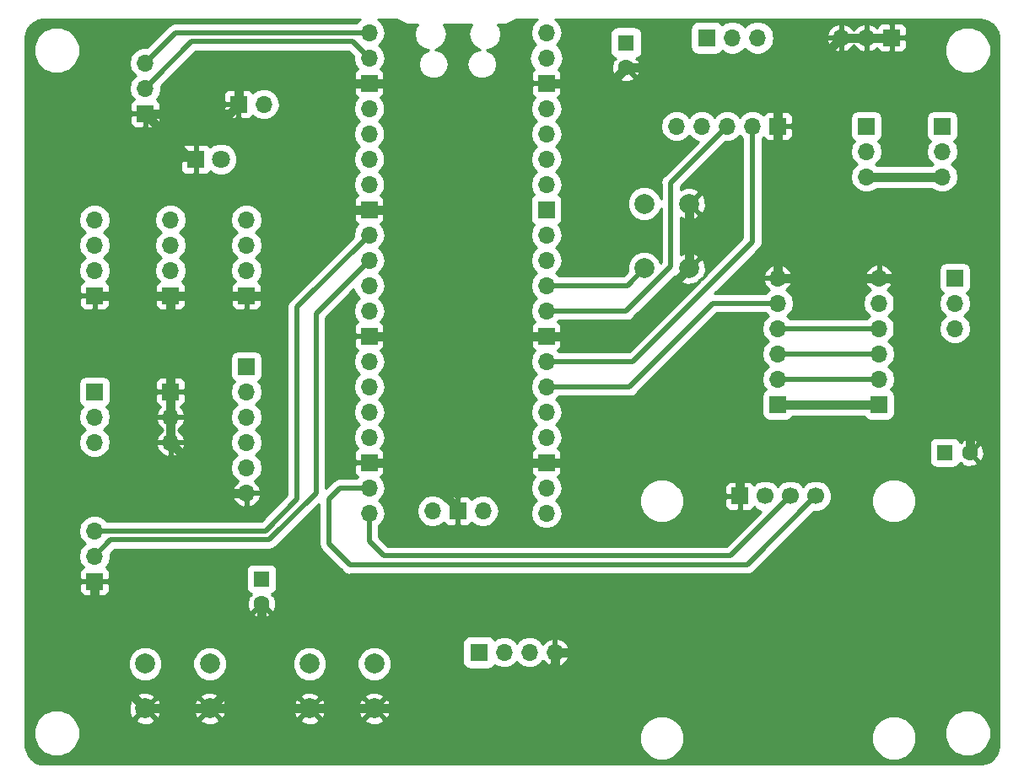
<source format=gbr>
G04 #@! TF.GenerationSoftware,KiCad,Pcbnew,5.0.2+dfsg1-1*
G04 #@! TF.CreationDate,2021-03-18T17:53:01+01:00*
G04 #@! TF.ProjectId,pico-dev,7069636f-2d64-4657-962e-6b696361645f,rev?*
G04 #@! TF.SameCoordinates,Original*
G04 #@! TF.FileFunction,Copper,L2,Bot*
G04 #@! TF.FilePolarity,Positive*
%FSLAX46Y46*%
G04 Gerber Fmt 4.6, Leading zero omitted, Abs format (unit mm)*
G04 Created by KiCad (PCBNEW 5.0.2+dfsg1-1) date jeu. 18 mars 2021 17:53:01 CET*
%MOMM*%
%LPD*%
G01*
G04 APERTURE LIST*
G04 #@! TA.AperFunction,ComponentPad*
%ADD10C,1.700000*%
G04 #@! TD*
G04 #@! TA.AperFunction,ComponentPad*
%ADD11R,1.700000X1.700000*%
G04 #@! TD*
G04 #@! TA.AperFunction,ComponentPad*
%ADD12C,1.600000*%
G04 #@! TD*
G04 #@! TA.AperFunction,ComponentPad*
%ADD13R,1.600000X1.600000*%
G04 #@! TD*
G04 #@! TA.AperFunction,ComponentPad*
%ADD14O,1.700000X1.700000*%
G04 #@! TD*
G04 #@! TA.AperFunction,ComponentPad*
%ADD15C,2.000000*%
G04 #@! TD*
G04 #@! TA.AperFunction,ComponentPad*
%ADD16R,1.800000X1.800000*%
G04 #@! TD*
G04 #@! TA.AperFunction,ComponentPad*
%ADD17C,1.800000*%
G04 #@! TD*
G04 #@! TA.AperFunction,Conductor*
%ADD18C,0.900000*%
G04 #@! TD*
G04 #@! TA.AperFunction,Conductor*
%ADD19C,0.500000*%
G04 #@! TD*
G04 #@! TA.AperFunction,Conductor*
%ADD20C,0.254000*%
G04 #@! TD*
G04 APERTURE END LIST*
D10*
G04 #@! TO.P,U2,4*
G04 #@! TO.N,SDA_1*
X153670000Y-73960000D03*
G04 #@! TO.P,U2,3*
G04 #@! TO.N,SCL_1*
X151130000Y-73960000D03*
G04 #@! TO.P,U2,2*
G04 #@! TO.N,+3V3*
X148590000Y-73960000D03*
D11*
G04 #@! TO.P,U2,1*
G04 #@! TO.N,GND*
X146050000Y-73960000D03*
G04 #@! TD*
D12*
G04 #@! TO.P,C1,2*
G04 #@! TO.N,GND*
X134620000Y-30948000D03*
D13*
G04 #@! TO.P,C1,1*
G04 #@! TO.N,+5V*
X134620000Y-28448000D03*
G04 #@! TD*
D11*
G04 #@! TO.P,J1,1*
G04 #@! TO.N,GND*
X95732600Y-34620200D03*
D14*
G04 #@! TO.P,J1,2*
G04 #@! TO.N,MODE*
X98272600Y-34620200D03*
G04 #@! TD*
D11*
G04 #@! TO.P,J2,1*
G04 #@! TO.N,+5VD*
X119862600Y-89662000D03*
D14*
G04 #@! TO.P,J2,2*
G04 #@! TO.N,SWCLK*
X122402600Y-89662000D03*
G04 #@! TO.P,J2,3*
G04 #@! TO.N,SWDIO*
X124942600Y-89662000D03*
G04 #@! TO.P,J2,4*
G04 #@! TO.N,GND*
X127482600Y-89662000D03*
G04 #@! TD*
G04 #@! TO.P,J3,3*
G04 #@! TO.N,+3V3*
X166370000Y-41910000D03*
G04 #@! TO.P,J3,2*
G04 #@! TO.N,ADC0*
X166370000Y-39370000D03*
D11*
G04 #@! TO.P,J3,1*
G04 #@! TO.N,AGND*
X166370000Y-36830000D03*
G04 #@! TD*
G04 #@! TO.P,J4,1*
G04 #@! TO.N,AGND*
X158750000Y-36830000D03*
D14*
G04 #@! TO.P,J4,2*
G04 #@! TO.N,ADC1*
X158750000Y-39370000D03*
G04 #@! TO.P,J4,3*
G04 #@! TO.N,+3V3*
X158750000Y-41910000D03*
G04 #@! TD*
G04 #@! TO.P,U1,1*
G04 #@! TO.N,U_TX*
X108839000Y-27432000D03*
G04 #@! TO.P,U1,2*
G04 #@! TO.N,U_RX*
X108839000Y-29972000D03*
D11*
G04 #@! TO.P,U1,3*
G04 #@! TO.N,GND*
X108839000Y-32512000D03*
D14*
G04 #@! TO.P,U1,4*
G04 #@! TO.N,MODE*
X108839000Y-35052000D03*
G04 #@! TO.P,U1,5*
G04 #@! TO.N,LED0*
X108839000Y-37592000D03*
G04 #@! TO.P,U1,6*
G04 #@! TO.N,SDA_0*
X108839000Y-40132000D03*
G04 #@! TO.P,U1,7*
G04 #@! TO.N,SCL_0*
X108839000Y-42672000D03*
D11*
G04 #@! TO.P,U1,8*
G04 #@! TO.N,GND*
X108839000Y-45212000D03*
D14*
G04 #@! TO.P,U1,9*
G04 #@! TO.N,GP6*
X108839000Y-47752000D03*
G04 #@! TO.P,U1,10*
G04 #@! TO.N,GP7*
X108839000Y-50292000D03*
G04 #@! TO.P,U1,11*
G04 #@! TO.N,GP8*
X108839000Y-52832000D03*
G04 #@! TO.P,U1,12*
G04 #@! TO.N,GP9*
X108839000Y-55372000D03*
D11*
G04 #@! TO.P,U1,13*
G04 #@! TO.N,GND*
X108839000Y-57912000D03*
D14*
G04 #@! TO.P,U1,14*
G04 #@! TO.N,SPI1_CK_GP10*
X108839000Y-60452000D03*
G04 #@! TO.P,U1,15*
G04 #@! TO.N,SPI1_MOSI_GP11*
X108839000Y-62992000D03*
G04 #@! TO.P,U1,16*
G04 #@! TO.N,SPI1_MISO_GP12*
X108839000Y-65532000D03*
G04 #@! TO.P,U1,17*
G04 #@! TO.N,SPI1_CS1_GP13*
X108839000Y-68072000D03*
D11*
G04 #@! TO.P,U1,18*
G04 #@! TO.N,GND*
X108839000Y-70612000D03*
D14*
G04 #@! TO.P,U1,19*
G04 #@! TO.N,SDA_1*
X108839000Y-73152000D03*
G04 #@! TO.P,U1,20*
G04 #@! TO.N,SCL_1*
X108839000Y-75692000D03*
G04 #@! TO.P,U1,21*
G04 #@! TO.N,SPI0_MISO*
X126619000Y-75692000D03*
G04 #@! TO.P,U1,22*
G04 #@! TO.N,SPI0_CS1*
X126619000Y-73152000D03*
D11*
G04 #@! TO.P,U1,23*
G04 #@! TO.N,GND*
X126619000Y-70612000D03*
D14*
G04 #@! TO.P,U1,24*
G04 #@! TO.N,SPI0_CK*
X126619000Y-68072000D03*
G04 #@! TO.P,U1,25*
G04 #@! TO.N,SPI0_MOSI*
X126619000Y-65532000D03*
G04 #@! TO.P,U1,26*
G04 #@! TO.N,SPI0_CS2*
X126619000Y-62992000D03*
G04 #@! TO.P,U1,27*
G04 #@! TO.N,GP21*
X126619000Y-60452000D03*
D11*
G04 #@! TO.P,U1,28*
G04 #@! TO.N,GND*
X126619000Y-57912000D03*
D14*
G04 #@! TO.P,U1,29*
G04 #@! TO.N,GP22*
X126619000Y-55372000D03*
G04 #@! TO.P,U1,30*
G04 #@! TO.N,RUN*
X126619000Y-52832000D03*
G04 #@! TO.P,U1,31*
G04 #@! TO.N,ADC0*
X126619000Y-50292000D03*
G04 #@! TO.P,U1,32*
G04 #@! TO.N,ADC1*
X126619000Y-47752000D03*
D11*
G04 #@! TO.P,U1,33*
G04 #@! TO.N,AGND*
X126619000Y-45212000D03*
D14*
G04 #@! TO.P,U1,34*
G04 #@! TO.N,GP28*
X126619000Y-42672000D03*
G04 #@! TO.P,U1,35*
G04 #@! TO.N,Net-(U1-Pad35)*
X126619000Y-40132000D03*
G04 #@! TO.P,U1,36*
G04 #@! TO.N,+3V3*
X126619000Y-37592000D03*
G04 #@! TO.P,U1,37*
G04 #@! TO.N,Net-(U1-Pad37)*
X126619000Y-35052000D03*
D11*
G04 #@! TO.P,U1,38*
G04 #@! TO.N,GND*
X126619000Y-32512000D03*
D14*
G04 #@! TO.P,U1,39*
G04 #@! TO.N,+5V*
X126619000Y-29972000D03*
G04 #@! TO.P,U1,40*
G04 #@! TO.N,Net-(U1-Pad40)*
X126619000Y-27432000D03*
G04 #@! TO.P,U1,41*
G04 #@! TO.N,SWCLK*
X115189000Y-75462000D03*
D11*
G04 #@! TO.P,U1,42*
G04 #@! TO.N,GND*
X117729000Y-75462000D03*
D14*
G04 #@! TO.P,U1,43*
G04 #@! TO.N,SWDIO*
X120269000Y-75462000D03*
G04 #@! TD*
D11*
G04 #@! TO.P,J5,1*
G04 #@! TO.N,GND*
X96520000Y-53848000D03*
D14*
G04 #@! TO.P,J5,2*
G04 #@! TO.N,SCL_0*
X96520000Y-51308000D03*
G04 #@! TO.P,J5,3*
G04 #@! TO.N,SDA_0*
X96520000Y-48768000D03*
G04 #@! TO.P,J5,4*
G04 #@! TO.N,+3V3*
X96520000Y-46228000D03*
G04 #@! TD*
G04 #@! TO.P,J6,4*
G04 #@! TO.N,+3V3*
X88900000Y-46228000D03*
G04 #@! TO.P,J6,3*
G04 #@! TO.N,SDA_0*
X88900000Y-48768000D03*
G04 #@! TO.P,J6,2*
G04 #@! TO.N,SCL_0*
X88900000Y-51308000D03*
D11*
G04 #@! TO.P,J6,1*
G04 #@! TO.N,GND*
X88900000Y-53848000D03*
G04 #@! TD*
G04 #@! TO.P,J7,1*
G04 #@! TO.N,GND*
X81280000Y-53848000D03*
D14*
G04 #@! TO.P,J7,2*
G04 #@! TO.N,SCL_0*
X81280000Y-51308000D03*
G04 #@! TO.P,J7,3*
G04 #@! TO.N,SDA_0*
X81280000Y-48768000D03*
G04 #@! TO.P,J7,4*
G04 #@! TO.N,+3V3*
X81280000Y-46228000D03*
G04 #@! TD*
D11*
G04 #@! TO.P,J8,1*
G04 #@! TO.N,GND*
X86360000Y-35560000D03*
D14*
G04 #@! TO.P,J8,2*
G04 #@! TO.N,U_RX*
X86360000Y-33020000D03*
G04 #@! TO.P,J8,3*
G04 #@! TO.N,U_TX*
X86360000Y-30480000D03*
G04 #@! TD*
D11*
G04 #@! TO.P,J9,1*
G04 #@! TO.N,+3V3*
X160020000Y-64770000D03*
D14*
G04 #@! TO.P,J9,2*
G04 #@! TO.N,SPI0_CK*
X160020000Y-62230000D03*
G04 #@! TO.P,J9,3*
G04 #@! TO.N,SPI0_MOSI*
X160020000Y-59690000D03*
G04 #@! TO.P,J9,4*
G04 #@! TO.N,SPI0_MISO*
X160020000Y-57150000D03*
G04 #@! TO.P,J9,5*
G04 #@! TO.N,SPI0_CS1*
X160020000Y-54610000D03*
G04 #@! TO.P,J9,6*
G04 #@! TO.N,GND*
X160020000Y-52070000D03*
G04 #@! TD*
D11*
G04 #@! TO.P,J10,1*
G04 #@! TO.N,+3V3*
X149860000Y-64770000D03*
D14*
G04 #@! TO.P,J10,2*
G04 #@! TO.N,SPI0_CK*
X149860000Y-62230000D03*
G04 #@! TO.P,J10,3*
G04 #@! TO.N,SPI0_MOSI*
X149860000Y-59690000D03*
G04 #@! TO.P,J10,4*
G04 #@! TO.N,SPI0_MISO*
X149860000Y-57150000D03*
G04 #@! TO.P,J10,5*
G04 #@! TO.N,SPI0_CS2*
X149860000Y-54610000D03*
G04 #@! TO.P,J10,6*
G04 #@! TO.N,GND*
X149860000Y-52070000D03*
G04 #@! TD*
D11*
G04 #@! TO.P,J11,1*
G04 #@! TO.N,GND*
X149860000Y-36830000D03*
D14*
G04 #@! TO.P,J11,2*
G04 #@! TO.N,GP21*
X147320000Y-36830000D03*
G04 #@! TO.P,J11,3*
G04 #@! TO.N,GP22*
X144780000Y-36830000D03*
G04 #@! TO.P,J11,4*
G04 #@! TO.N,GP28*
X142240000Y-36830000D03*
G04 #@! TO.P,J11,5*
G04 #@! TO.N,+3V3*
X139700000Y-36830000D03*
G04 #@! TD*
D11*
G04 #@! TO.P,J12,1*
G04 #@! TO.N,+3V3*
X96520000Y-60960000D03*
D14*
G04 #@! TO.P,J12,2*
G04 #@! TO.N,SPI1_CK_GP10*
X96520000Y-63500000D03*
G04 #@! TO.P,J12,3*
G04 #@! TO.N,SPI1_MOSI_GP11*
X96520000Y-66040000D03*
G04 #@! TO.P,J12,4*
G04 #@! TO.N,SPI1_MISO_GP12*
X96520000Y-68580000D03*
G04 #@! TO.P,J12,5*
G04 #@! TO.N,SPI1_CS1_GP13*
X96520000Y-71120000D03*
G04 #@! TO.P,J12,6*
G04 #@! TO.N,GND*
X96520000Y-73660000D03*
G04 #@! TD*
G04 #@! TO.P,J13,3*
G04 #@! TO.N,+3V3*
X81280000Y-68580000D03*
G04 #@! TO.P,J13,2*
X81280000Y-66040000D03*
D11*
G04 #@! TO.P,J13,1*
X81280000Y-63500000D03*
G04 #@! TD*
G04 #@! TO.P,J14,1*
G04 #@! TO.N,+5V*
X142748000Y-27940000D03*
D14*
G04 #@! TO.P,J14,2*
X145288000Y-27940000D03*
G04 #@! TO.P,J14,3*
X147828000Y-27940000D03*
G04 #@! TD*
D11*
G04 #@! TO.P,J15,1*
G04 #@! TO.N,GND*
X161290000Y-27940000D03*
D14*
G04 #@! TO.P,J15,2*
X158750000Y-27940000D03*
G04 #@! TO.P,J15,3*
X156210000Y-27940000D03*
G04 #@! TD*
D11*
G04 #@! TO.P,J16,1*
G04 #@! TO.N,GND*
X88900000Y-63500000D03*
D14*
G04 #@! TO.P,J16,2*
X88900000Y-66040000D03*
G04 #@! TO.P,J16,3*
X88900000Y-68580000D03*
G04 #@! TD*
G04 #@! TO.P,J17,3*
G04 #@! TO.N,+3V3*
X167640000Y-57150000D03*
G04 #@! TO.P,J17,2*
X167640000Y-54610000D03*
D11*
G04 #@! TO.P,J17,1*
X167640000Y-52070000D03*
G04 #@! TD*
G04 #@! TO.P,J18,1*
G04 #@! TO.N,GND*
X81280000Y-82550000D03*
D14*
G04 #@! TO.P,J18,2*
G04 #@! TO.N,GP7*
X81280000Y-80010000D03*
G04 #@! TO.P,J18,3*
G04 #@! TO.N,GP6*
X81280000Y-77470000D03*
G04 #@! TD*
D15*
G04 #@! TO.P,SW1,2*
G04 #@! TO.N,GND*
X140974200Y-51104800D03*
G04 #@! TO.P,SW1,1*
G04 #@! TO.N,RUN*
X136474200Y-51104800D03*
G04 #@! TO.P,SW1,2*
G04 #@! TO.N,GND*
X140974200Y-44604800D03*
G04 #@! TO.P,SW1,1*
G04 #@! TO.N,RUN*
X136474200Y-44604800D03*
G04 #@! TD*
G04 #@! TO.P,SW2,1*
G04 #@! TO.N,GP9*
X92860000Y-90805000D03*
G04 #@! TO.P,SW2,2*
G04 #@! TO.N,GND*
X92860000Y-95305000D03*
G04 #@! TO.P,SW2,1*
G04 #@! TO.N,GP9*
X86360000Y-90805000D03*
G04 #@! TO.P,SW2,2*
G04 #@! TO.N,GND*
X86360000Y-95305000D03*
G04 #@! TD*
G04 #@! TO.P,SW3,2*
G04 #@! TO.N,GND*
X102870000Y-95305000D03*
G04 #@! TO.P,SW3,1*
G04 #@! TO.N,GP8*
X102870000Y-90805000D03*
G04 #@! TO.P,SW3,2*
G04 #@! TO.N,GND*
X109370000Y-95305000D03*
G04 #@! TO.P,SW3,1*
G04 #@! TO.N,GP8*
X109370000Y-90805000D03*
G04 #@! TD*
D13*
G04 #@! TO.P,C2,1*
G04 #@! TO.N,+3V3*
X166624000Y-69596000D03*
D12*
G04 #@! TO.P,C2,2*
G04 #@! TO.N,GND*
X169124000Y-69596000D03*
G04 #@! TD*
D13*
G04 #@! TO.P,C3,1*
G04 #@! TO.N,+3V3*
X98044000Y-82296000D03*
D12*
G04 #@! TO.P,C3,2*
G04 #@! TO.N,GND*
X98044000Y-84796000D03*
G04 #@! TD*
D16*
G04 #@! TO.P,D2,1*
G04 #@! TO.N,GND*
X91440000Y-40132000D03*
D17*
G04 #@! TO.P,D2,2*
G04 #@! TO.N,Net-(D2-Pad2)*
X93980000Y-40132000D03*
G04 #@! TD*
D18*
G04 #@! TO.N,GND*
X134167000Y-57912000D02*
X126619000Y-57912000D01*
X140974200Y-51104800D02*
X134167000Y-57912000D01*
X140974200Y-51104800D02*
X140974200Y-44604800D01*
X149860000Y-35080000D02*
X149860000Y-36830000D01*
X149860000Y-34290000D02*
X156210000Y-27940000D01*
X149860000Y-36830000D02*
X149860000Y-34290000D01*
X156210000Y-27940000D02*
X158750000Y-27940000D01*
X158750000Y-27940000D02*
X161290000Y-27940000D01*
X149860000Y-36830000D02*
X149860000Y-52070000D01*
X149860000Y-52070000D02*
X160020000Y-52070000D01*
X128369000Y-70612000D02*
X126619000Y-70612000D01*
X146050000Y-72210000D02*
X144452000Y-70612000D01*
X146050000Y-73960000D02*
X146050000Y-72210000D01*
X94792800Y-35560000D02*
X95732600Y-34620200D01*
X86360000Y-35560000D02*
X94792800Y-35560000D01*
X81280000Y-53848000D02*
X88900000Y-53848000D01*
X96520000Y-53848000D02*
X88900000Y-53848000D01*
X98270000Y-53848000D02*
X96520000Y-53848000D01*
X98453000Y-53848000D02*
X98270000Y-53848000D01*
X107089000Y-45212000D02*
X98453000Y-53848000D01*
X108839000Y-45212000D02*
X107089000Y-45212000D01*
X95732600Y-32870200D02*
X95732600Y-34620200D01*
X96090800Y-32512000D02*
X95732600Y-32870200D01*
X108839000Y-32512000D02*
X96090800Y-32512000D01*
X93980000Y-73660000D02*
X88900000Y-68580000D01*
X96520000Y-73660000D02*
X93980000Y-73660000D01*
X88900000Y-68580000D02*
X88900000Y-66040000D01*
X88900000Y-66040000D02*
X88900000Y-63500000D01*
X88900000Y-55598000D02*
X88900000Y-63500000D01*
X88900000Y-53848000D02*
X88900000Y-55598000D01*
X126619000Y-70612000D02*
X108839000Y-70612000D01*
X110589000Y-70612000D02*
X108839000Y-70612000D01*
X113151002Y-70612000D02*
X110589000Y-70612000D01*
X117729000Y-75189998D02*
X113151002Y-70612000D01*
X117729000Y-75462000D02*
X117729000Y-75189998D01*
X127482600Y-89662000D02*
X143484600Y-89662000D01*
X143484600Y-89662000D02*
X157200600Y-75946000D01*
X153134002Y-70612000D02*
X143687800Y-70612000D01*
X144452000Y-70612000D02*
X143687800Y-70612000D01*
X157200600Y-74678598D02*
X153134002Y-70612000D01*
X157200600Y-75946000D02*
X157200600Y-74678598D01*
X143687800Y-70612000D02*
X128369000Y-70612000D01*
X127482600Y-90864081D02*
X127482600Y-89662000D01*
X123041681Y-95305000D02*
X127482600Y-90864081D01*
X109370000Y-95305000D02*
X123041681Y-95305000D01*
X109370000Y-95305000D02*
X102870000Y-95305000D01*
X102870000Y-95305000D02*
X92860000Y-95305000D01*
X92860000Y-95305000D02*
X86360000Y-95305000D01*
X124718999Y-70461999D02*
X124869000Y-70612000D01*
X124869000Y-57912000D02*
X124718999Y-58062001D01*
X124869000Y-70612000D02*
X126619000Y-70612000D01*
X124718999Y-58062001D02*
X124718999Y-70461999D01*
X126619000Y-57912000D02*
X124869000Y-57912000D01*
X110739001Y-45061999D02*
X110589000Y-45212000D01*
X110739001Y-32662001D02*
X110739001Y-45061999D01*
X110589000Y-32512000D02*
X110739001Y-32662001D01*
X108839000Y-32512000D02*
X110589000Y-32512000D01*
X110589000Y-57912000D02*
X113030000Y-55471000D01*
X108839000Y-57912000D02*
X110589000Y-57912000D01*
X110589000Y-45212000D02*
X108839000Y-45212000D01*
X113030000Y-47653000D02*
X110589000Y-45212000D01*
X113030000Y-55471000D02*
X113030000Y-47653000D01*
X81280000Y-90225000D02*
X86360000Y-95305000D01*
X81280000Y-82550000D02*
X81280000Y-90225000D01*
X161920001Y-52767920D02*
X161222081Y-52070000D01*
X161222081Y-52070000D02*
X160020000Y-52070000D01*
X161920001Y-58777999D02*
X161920001Y-52767920D01*
X169124000Y-65981998D02*
X161920001Y-58777999D01*
X169124000Y-69596000D02*
X169124000Y-65981998D01*
X133056000Y-32512000D02*
X134620000Y-30948000D01*
X126619000Y-32512000D02*
X133056000Y-32512000D01*
X145728000Y-30948000D02*
X147800000Y-33020000D01*
X134620000Y-30948000D02*
X145728000Y-30948000D01*
X147292000Y-32512000D02*
X147800000Y-33020000D01*
X147800000Y-33020000D02*
X149860000Y-35080000D01*
X98044000Y-90121000D02*
X92860000Y-95305000D01*
X98044000Y-84796000D02*
X98044000Y-90121000D01*
X90932000Y-40132000D02*
X86360000Y-35560000D01*
X91440000Y-40132000D02*
X90932000Y-40132000D01*
D19*
G04 #@! TO.N,RUN*
X134747000Y-52832000D02*
X136474200Y-51104800D01*
X126619000Y-52832000D02*
X134747000Y-52832000D01*
D18*
G04 #@! TO.N,+3V3*
X149860000Y-64770000D02*
X160020000Y-64770000D01*
X158750000Y-41910000D02*
X166370000Y-41910000D01*
D19*
G04 #@! TO.N,U_RX*
X91047990Y-28332010D02*
X87209999Y-32170001D01*
X107199010Y-28332010D02*
X91047990Y-28332010D01*
X87209999Y-32170001D02*
X86360000Y-33020000D01*
X108839000Y-29972000D02*
X107199010Y-28332010D01*
G04 #@! TO.N,U_TX*
X89408000Y-27432000D02*
X86360000Y-30480000D01*
X108839000Y-27432000D02*
X89408000Y-27432000D01*
G04 #@! TO.N,SPI0_MISO*
X160020000Y-57150000D02*
X149860000Y-57150000D01*
G04 #@! TO.N,SPI0_MOSI*
X149860000Y-59690000D02*
X160020000Y-59690000D01*
G04 #@! TO.N,SPI0_CK*
X149860000Y-62230000D02*
X160020000Y-62230000D01*
G04 #@! TO.N,SPI0_CS2*
X149860000Y-54610000D02*
X143357600Y-54610000D01*
X134975600Y-62992000D02*
X126619000Y-62992000D01*
X143357600Y-54610000D02*
X134975600Y-62992000D01*
G04 #@! TO.N,GP21*
X126619000Y-60452000D02*
X135331200Y-60452000D01*
X147320000Y-48463200D02*
X147320000Y-36830000D01*
X135331200Y-60452000D02*
X147320000Y-48463200D01*
G04 #@! TO.N,GP22*
X143930001Y-37679999D02*
X144780000Y-36830000D01*
X139124199Y-42485801D02*
X143930001Y-37679999D01*
X139124199Y-50896803D02*
X139124199Y-42485801D01*
X134649002Y-55372000D02*
X139124199Y-50896803D01*
X126619000Y-55372000D02*
X134649002Y-55372000D01*
G04 #@! TO.N,SDA_1*
X146770790Y-80859210D02*
X153670000Y-73960000D01*
X106894209Y-80859209D02*
X146770790Y-80859210D01*
X104775000Y-78740000D02*
X106894209Y-80859209D01*
X108839000Y-73152000D02*
X105918000Y-73152000D01*
X104775000Y-74295000D02*
X104775000Y-78740000D01*
X105918000Y-73152000D02*
X104775000Y-74295000D01*
G04 #@! TO.N,SCL_1*
X145130800Y-79959200D02*
X110312200Y-79959200D01*
X151130000Y-73960000D02*
X145130800Y-79959200D01*
X108839000Y-78486000D02*
X108839000Y-75692000D01*
X110312200Y-79959200D02*
X108839000Y-78486000D01*
G04 #@! TO.N,GP7*
X98797797Y-78370009D02*
X103505000Y-73662806D01*
X81280000Y-80010000D02*
X82919990Y-78370010D01*
X82919990Y-78370010D02*
X98797797Y-78370009D01*
X103505000Y-55626000D02*
X108839000Y-50292000D01*
X103505000Y-73662806D02*
X103505000Y-55626000D01*
G04 #@! TO.N,GP6*
X108839000Y-47752000D02*
X101600000Y-54991000D01*
X101600000Y-54991000D02*
X101600000Y-74295000D01*
X98425000Y-77470000D02*
X81280000Y-77470000D01*
X101600000Y-74295000D02*
X98425000Y-77470000D01*
G04 #@! TD*
D20*
G04 #@! TO.N,GND*
G36*
X107702047Y-26295047D02*
X107595170Y-26455000D01*
X89504218Y-26455000D01*
X89408000Y-26435861D01*
X89311782Y-26455000D01*
X89311777Y-26455000D01*
X89026794Y-26511687D01*
X88966951Y-26551673D01*
X88785196Y-26673117D01*
X88785194Y-26673119D01*
X88703623Y-26727623D01*
X88649119Y-26809194D01*
X86548678Y-28909636D01*
X86515319Y-28903000D01*
X86204681Y-28903000D01*
X85744685Y-28994499D01*
X85223047Y-29343047D01*
X84874499Y-29864685D01*
X84752105Y-30480000D01*
X84874499Y-31095315D01*
X85223047Y-31616953D01*
X85422166Y-31750000D01*
X85223047Y-31883047D01*
X84874499Y-32404685D01*
X84752105Y-33020000D01*
X84874499Y-33635315D01*
X85214981Y-34144882D01*
X85150302Y-34171673D01*
X84971673Y-34350301D01*
X84875000Y-34583690D01*
X84875000Y-35274250D01*
X85033750Y-35433000D01*
X86233000Y-35433000D01*
X86233000Y-35413000D01*
X86487000Y-35413000D01*
X86487000Y-35433000D01*
X87686250Y-35433000D01*
X87845000Y-35274250D01*
X87845000Y-34905950D01*
X94247600Y-34905950D01*
X94247600Y-35596509D01*
X94344273Y-35829898D01*
X94522901Y-36008527D01*
X94756290Y-36105200D01*
X95446850Y-36105200D01*
X95605600Y-35946450D01*
X95605600Y-34747200D01*
X94406350Y-34747200D01*
X94247600Y-34905950D01*
X87845000Y-34905950D01*
X87845000Y-34583690D01*
X87748327Y-34350301D01*
X87569698Y-34171673D01*
X87505019Y-34144882D01*
X87839770Y-33643891D01*
X94247600Y-33643891D01*
X94247600Y-34334450D01*
X94406350Y-34493200D01*
X95605600Y-34493200D01*
X95605600Y-33293950D01*
X95859600Y-33293950D01*
X95859600Y-34493200D01*
X95879600Y-34493200D01*
X95879600Y-34747200D01*
X95859600Y-34747200D01*
X95859600Y-35946450D01*
X96018350Y-36105200D01*
X96708910Y-36105200D01*
X96942299Y-36008527D01*
X97120927Y-35829898D01*
X97147718Y-35765219D01*
X97657285Y-36105701D01*
X98117281Y-36197200D01*
X98427919Y-36197200D01*
X98887915Y-36105701D01*
X99409553Y-35757153D01*
X99758101Y-35235515D01*
X99794604Y-35052000D01*
X107231105Y-35052000D01*
X107353499Y-35667315D01*
X107702047Y-36188953D01*
X107901166Y-36322000D01*
X107702047Y-36455047D01*
X107353499Y-36976685D01*
X107231105Y-37592000D01*
X107353499Y-38207315D01*
X107702047Y-38728953D01*
X107901166Y-38862000D01*
X107702047Y-38995047D01*
X107353499Y-39516685D01*
X107231105Y-40132000D01*
X107353499Y-40747315D01*
X107702047Y-41268953D01*
X107901166Y-41402000D01*
X107702047Y-41535047D01*
X107353499Y-42056685D01*
X107231105Y-42672000D01*
X107353499Y-43287315D01*
X107693981Y-43796882D01*
X107629302Y-43823673D01*
X107450673Y-44002301D01*
X107354000Y-44235690D01*
X107354000Y-44926250D01*
X107512750Y-45085000D01*
X108712000Y-45085000D01*
X108712000Y-45065000D01*
X108966000Y-45065000D01*
X108966000Y-45085000D01*
X110165250Y-45085000D01*
X110324000Y-44926250D01*
X110324000Y-44235690D01*
X110227327Y-44002301D01*
X110048698Y-43823673D01*
X109984019Y-43796882D01*
X110324501Y-43287315D01*
X110446895Y-42672000D01*
X110324501Y-42056685D01*
X109975953Y-41535047D01*
X109776834Y-41402000D01*
X109975953Y-41268953D01*
X110324501Y-40747315D01*
X110446895Y-40132000D01*
X110324501Y-39516685D01*
X109975953Y-38995047D01*
X109776834Y-38862000D01*
X109975953Y-38728953D01*
X110324501Y-38207315D01*
X110446895Y-37592000D01*
X110324501Y-36976685D01*
X109975953Y-36455047D01*
X109776834Y-36322000D01*
X109975953Y-36188953D01*
X110324501Y-35667315D01*
X110446895Y-35052000D01*
X125011105Y-35052000D01*
X125133499Y-35667315D01*
X125482047Y-36188953D01*
X125681166Y-36322000D01*
X125482047Y-36455047D01*
X125133499Y-36976685D01*
X125011105Y-37592000D01*
X125133499Y-38207315D01*
X125482047Y-38728953D01*
X125681166Y-38862000D01*
X125482047Y-38995047D01*
X125133499Y-39516685D01*
X125011105Y-40132000D01*
X125133499Y-40747315D01*
X125482047Y-41268953D01*
X125681166Y-41402000D01*
X125482047Y-41535047D01*
X125133499Y-42056685D01*
X125011105Y-42672000D01*
X125133499Y-43287315D01*
X125422193Y-43719375D01*
X125244863Y-43837863D01*
X125084182Y-44078339D01*
X125027758Y-44362000D01*
X125027758Y-46062000D01*
X125084182Y-46345661D01*
X125244863Y-46586137D01*
X125422193Y-46704625D01*
X125133499Y-47136685D01*
X125011105Y-47752000D01*
X125133499Y-48367315D01*
X125482047Y-48888953D01*
X125681166Y-49022000D01*
X125482047Y-49155047D01*
X125133499Y-49676685D01*
X125011105Y-50292000D01*
X125133499Y-50907315D01*
X125482047Y-51428953D01*
X125681166Y-51562000D01*
X125482047Y-51695047D01*
X125133499Y-52216685D01*
X125011105Y-52832000D01*
X125133499Y-53447315D01*
X125482047Y-53968953D01*
X125681166Y-54102000D01*
X125482047Y-54235047D01*
X125133499Y-54756685D01*
X125011105Y-55372000D01*
X125133499Y-55987315D01*
X125473981Y-56496882D01*
X125409302Y-56523673D01*
X125230673Y-56702301D01*
X125134000Y-56935690D01*
X125134000Y-57626250D01*
X125292750Y-57785000D01*
X126492000Y-57785000D01*
X126492000Y-57765000D01*
X126746000Y-57765000D01*
X126746000Y-57785000D01*
X127945250Y-57785000D01*
X128104000Y-57626250D01*
X128104000Y-56935690D01*
X128007327Y-56702301D01*
X127828698Y-56523673D01*
X127764019Y-56496882D01*
X127862830Y-56349000D01*
X134552784Y-56349000D01*
X134649002Y-56368139D01*
X134745220Y-56349000D01*
X134745225Y-56349000D01*
X135030208Y-56292313D01*
X135353379Y-56076377D01*
X135407885Y-55994803D01*
X139516389Y-51886300D01*
X139554813Y-51979064D01*
X139821668Y-52077727D01*
X140794595Y-51104800D01*
X140780453Y-51090658D01*
X140960058Y-50911053D01*
X140974200Y-50925195D01*
X141947127Y-49952268D01*
X141848464Y-49685413D01*
X141238739Y-49458892D01*
X140588740Y-49482944D01*
X140101199Y-49684890D01*
X140101199Y-46024656D01*
X140709661Y-46250708D01*
X141359660Y-46226656D01*
X141848464Y-46024187D01*
X141947127Y-45757332D01*
X140974200Y-44784405D01*
X140960058Y-44798548D01*
X140780453Y-44618943D01*
X140794595Y-44604800D01*
X141153805Y-44604800D01*
X142126732Y-45577727D01*
X142393587Y-45479064D01*
X142620108Y-44869339D01*
X142596056Y-44219340D01*
X142393587Y-43730536D01*
X142126732Y-43631873D01*
X141153805Y-44604800D01*
X140794595Y-44604800D01*
X140780453Y-44590658D01*
X140960058Y-44411053D01*
X140974200Y-44425195D01*
X141947127Y-43452268D01*
X141848464Y-43185413D01*
X141238739Y-42958892D01*
X140588740Y-42982944D01*
X140101199Y-43184890D01*
X140101199Y-42890487D01*
X144591322Y-38400365D01*
X144624681Y-38407000D01*
X144935319Y-38407000D01*
X145395315Y-38315501D01*
X145916953Y-37966953D01*
X146050000Y-37767834D01*
X146183047Y-37966953D01*
X146343001Y-38073831D01*
X146343000Y-48058513D01*
X142225261Y-52176253D01*
X142126734Y-52077726D01*
X142393587Y-51979064D01*
X142620108Y-51369339D01*
X142596056Y-50719340D01*
X142393587Y-50230536D01*
X142126732Y-50131873D01*
X141153805Y-51104800D01*
X141167948Y-51118943D01*
X140988343Y-51298548D01*
X140974200Y-51284405D01*
X140001273Y-52257332D01*
X140099936Y-52524187D01*
X140709661Y-52750708D01*
X141359660Y-52726656D01*
X141848464Y-52524187D01*
X141947126Y-52257334D01*
X142045653Y-52355861D01*
X134926514Y-59475000D01*
X127862830Y-59475000D01*
X127764019Y-59327118D01*
X127828698Y-59300327D01*
X128007327Y-59121699D01*
X128104000Y-58888310D01*
X128104000Y-58197750D01*
X127945250Y-58039000D01*
X126746000Y-58039000D01*
X126746000Y-58059000D01*
X126492000Y-58059000D01*
X126492000Y-58039000D01*
X125292750Y-58039000D01*
X125134000Y-58197750D01*
X125134000Y-58888310D01*
X125230673Y-59121699D01*
X125409302Y-59300327D01*
X125473981Y-59327118D01*
X125133499Y-59836685D01*
X125011105Y-60452000D01*
X125133499Y-61067315D01*
X125482047Y-61588953D01*
X125681166Y-61722000D01*
X125482047Y-61855047D01*
X125133499Y-62376685D01*
X125011105Y-62992000D01*
X125133499Y-63607315D01*
X125482047Y-64128953D01*
X125681166Y-64262000D01*
X125482047Y-64395047D01*
X125133499Y-64916685D01*
X125011105Y-65532000D01*
X125133499Y-66147315D01*
X125482047Y-66668953D01*
X125681166Y-66802000D01*
X125482047Y-66935047D01*
X125133499Y-67456685D01*
X125011105Y-68072000D01*
X125133499Y-68687315D01*
X125473981Y-69196882D01*
X125409302Y-69223673D01*
X125230673Y-69402301D01*
X125134000Y-69635690D01*
X125134000Y-70326250D01*
X125292750Y-70485000D01*
X126492000Y-70485000D01*
X126492000Y-70465000D01*
X126746000Y-70465000D01*
X126746000Y-70485000D01*
X127945250Y-70485000D01*
X128104000Y-70326250D01*
X128104000Y-69635690D01*
X128007327Y-69402301D01*
X127828698Y-69223673D01*
X127764019Y-69196882D01*
X128031879Y-68796000D01*
X165082758Y-68796000D01*
X165082758Y-70396000D01*
X165139182Y-70679661D01*
X165299863Y-70920137D01*
X165540339Y-71080818D01*
X165824000Y-71137242D01*
X167424000Y-71137242D01*
X167707661Y-71080818D01*
X167948137Y-70920137D01*
X168108818Y-70679661D01*
X168114327Y-70651963D01*
X168180986Y-70718622D01*
X168295861Y-70603747D01*
X168369995Y-70849864D01*
X168907223Y-71042965D01*
X169477454Y-71015778D01*
X169878005Y-70849864D01*
X169952139Y-70603745D01*
X169124000Y-69775605D01*
X169109858Y-69789748D01*
X168930252Y-69610142D01*
X168944395Y-69596000D01*
X169303605Y-69596000D01*
X170131745Y-70424139D01*
X170377864Y-70350005D01*
X170570965Y-69812777D01*
X170543778Y-69242546D01*
X170377864Y-68841995D01*
X170131745Y-68767861D01*
X169303605Y-69596000D01*
X168944395Y-69596000D01*
X168930252Y-69581858D01*
X169109858Y-69402252D01*
X169124000Y-69416395D01*
X169952139Y-68588255D01*
X169878005Y-68342136D01*
X169340777Y-68149035D01*
X168770546Y-68176222D01*
X168369995Y-68342136D01*
X168295861Y-68588253D01*
X168180986Y-68473378D01*
X168114327Y-68540037D01*
X168108818Y-68512339D01*
X167948137Y-68271863D01*
X167707661Y-68111182D01*
X167424000Y-68054758D01*
X165824000Y-68054758D01*
X165540339Y-68111182D01*
X165299863Y-68271863D01*
X165139182Y-68512339D01*
X165082758Y-68796000D01*
X128031879Y-68796000D01*
X128104501Y-68687315D01*
X128226895Y-68072000D01*
X128104501Y-67456685D01*
X127755953Y-66935047D01*
X127556834Y-66802000D01*
X127755953Y-66668953D01*
X128104501Y-66147315D01*
X128226895Y-65532000D01*
X128104501Y-64916685D01*
X127755953Y-64395047D01*
X127556834Y-64262000D01*
X127755953Y-64128953D01*
X127862830Y-63969000D01*
X134879382Y-63969000D01*
X134975600Y-63988139D01*
X135071818Y-63969000D01*
X135071823Y-63969000D01*
X135356806Y-63912313D01*
X135679977Y-63696377D01*
X135734483Y-63614803D01*
X143762287Y-55587000D01*
X148616170Y-55587000D01*
X148723047Y-55746953D01*
X148922166Y-55880000D01*
X148723047Y-56013047D01*
X148374499Y-56534685D01*
X148252105Y-57150000D01*
X148374499Y-57765315D01*
X148723047Y-58286953D01*
X148922166Y-58420000D01*
X148723047Y-58553047D01*
X148374499Y-59074685D01*
X148252105Y-59690000D01*
X148374499Y-60305315D01*
X148723047Y-60826953D01*
X148922166Y-60960000D01*
X148723047Y-61093047D01*
X148374499Y-61614685D01*
X148252105Y-62230000D01*
X148374499Y-62845315D01*
X148663193Y-63277375D01*
X148485863Y-63395863D01*
X148325182Y-63636339D01*
X148268758Y-63920000D01*
X148268758Y-65620000D01*
X148325182Y-65903661D01*
X148485863Y-66144137D01*
X148726339Y-66304818D01*
X149010000Y-66361242D01*
X150710000Y-66361242D01*
X150993661Y-66304818D01*
X151234137Y-66144137D01*
X151365860Y-65947000D01*
X158514140Y-65947000D01*
X158645863Y-66144137D01*
X158886339Y-66304818D01*
X159170000Y-66361242D01*
X160870000Y-66361242D01*
X161153661Y-66304818D01*
X161394137Y-66144137D01*
X161554818Y-65903661D01*
X161611242Y-65620000D01*
X161611242Y-63920000D01*
X161554818Y-63636339D01*
X161394137Y-63395863D01*
X161216807Y-63277375D01*
X161505501Y-62845315D01*
X161627895Y-62230000D01*
X161505501Y-61614685D01*
X161156953Y-61093047D01*
X160957834Y-60960000D01*
X161156953Y-60826953D01*
X161505501Y-60305315D01*
X161627895Y-59690000D01*
X161505501Y-59074685D01*
X161156953Y-58553047D01*
X160957834Y-58420000D01*
X161156953Y-58286953D01*
X161505501Y-57765315D01*
X161627895Y-57150000D01*
X161505501Y-56534685D01*
X161156953Y-56013047D01*
X160957834Y-55880000D01*
X161156953Y-55746953D01*
X161505501Y-55225315D01*
X161627895Y-54610000D01*
X166032105Y-54610000D01*
X166154499Y-55225315D01*
X166503047Y-55746953D01*
X166702166Y-55880000D01*
X166503047Y-56013047D01*
X166154499Y-56534685D01*
X166032105Y-57150000D01*
X166154499Y-57765315D01*
X166503047Y-58286953D01*
X167024685Y-58635501D01*
X167484681Y-58727000D01*
X167795319Y-58727000D01*
X168255315Y-58635501D01*
X168776953Y-58286953D01*
X169125501Y-57765315D01*
X169247895Y-57150000D01*
X169125501Y-56534685D01*
X168776953Y-56013047D01*
X168577834Y-55880000D01*
X168776953Y-55746953D01*
X169125501Y-55225315D01*
X169247895Y-54610000D01*
X169125501Y-53994685D01*
X168836807Y-53562625D01*
X169014137Y-53444137D01*
X169174818Y-53203661D01*
X169231242Y-52920000D01*
X169231242Y-51220000D01*
X169174818Y-50936339D01*
X169014137Y-50695863D01*
X168773661Y-50535182D01*
X168490000Y-50478758D01*
X166790000Y-50478758D01*
X166506339Y-50535182D01*
X166265863Y-50695863D01*
X166105182Y-50936339D01*
X166048758Y-51220000D01*
X166048758Y-52920000D01*
X166105182Y-53203661D01*
X166265863Y-53444137D01*
X166443193Y-53562625D01*
X166154499Y-53994685D01*
X166032105Y-54610000D01*
X161627895Y-54610000D01*
X161505501Y-53994685D01*
X161156953Y-53473047D01*
X160868768Y-53280488D01*
X160901358Y-53265183D01*
X161291645Y-52836924D01*
X161461476Y-52426890D01*
X161340155Y-52197000D01*
X160147000Y-52197000D01*
X160147000Y-52217000D01*
X159893000Y-52217000D01*
X159893000Y-52197000D01*
X158699845Y-52197000D01*
X158578524Y-52426890D01*
X158748355Y-52836924D01*
X159138642Y-53265183D01*
X159171232Y-53280488D01*
X158883047Y-53473047D01*
X158534499Y-53994685D01*
X158412105Y-54610000D01*
X158534499Y-55225315D01*
X158883047Y-55746953D01*
X159082166Y-55880000D01*
X158883047Y-56013047D01*
X158776170Y-56173000D01*
X151103830Y-56173000D01*
X150996953Y-56013047D01*
X150797834Y-55880000D01*
X150996953Y-55746953D01*
X151345501Y-55225315D01*
X151467895Y-54610000D01*
X151345501Y-53994685D01*
X150996953Y-53473047D01*
X150708768Y-53280488D01*
X150741358Y-53265183D01*
X151131645Y-52836924D01*
X151301476Y-52426890D01*
X151180155Y-52197000D01*
X149987000Y-52197000D01*
X149987000Y-52217000D01*
X149733000Y-52217000D01*
X149733000Y-52197000D01*
X148539845Y-52197000D01*
X148418524Y-52426890D01*
X148588355Y-52836924D01*
X148978642Y-53265183D01*
X149011232Y-53280488D01*
X148723047Y-53473047D01*
X148616170Y-53633000D01*
X143531887Y-53633000D01*
X145451777Y-51713110D01*
X148418524Y-51713110D01*
X148539845Y-51943000D01*
X149733000Y-51943000D01*
X149733000Y-50749181D01*
X149987000Y-50749181D01*
X149987000Y-51943000D01*
X151180155Y-51943000D01*
X151301476Y-51713110D01*
X158578524Y-51713110D01*
X158699845Y-51943000D01*
X159893000Y-51943000D01*
X159893000Y-50749181D01*
X160147000Y-50749181D01*
X160147000Y-51943000D01*
X161340155Y-51943000D01*
X161461476Y-51713110D01*
X161291645Y-51303076D01*
X160901358Y-50874817D01*
X160376892Y-50628514D01*
X160147000Y-50749181D01*
X159893000Y-50749181D01*
X159663108Y-50628514D01*
X159138642Y-50874817D01*
X158748355Y-51303076D01*
X158578524Y-51713110D01*
X151301476Y-51713110D01*
X151131645Y-51303076D01*
X150741358Y-50874817D01*
X150216892Y-50628514D01*
X149987000Y-50749181D01*
X149733000Y-50749181D01*
X149503108Y-50628514D01*
X148978642Y-50874817D01*
X148588355Y-51303076D01*
X148418524Y-51713110D01*
X145451777Y-51713110D01*
X147942806Y-49222081D01*
X148024377Y-49167577D01*
X148078881Y-49086006D01*
X148078883Y-49086004D01*
X148240313Y-48844406D01*
X148255511Y-48768000D01*
X148297000Y-48559423D01*
X148297000Y-48559419D01*
X148316139Y-48463200D01*
X148297000Y-48366981D01*
X148297000Y-39370000D01*
X157142105Y-39370000D01*
X157264499Y-39985315D01*
X157613047Y-40506953D01*
X157812166Y-40640000D01*
X157613047Y-40773047D01*
X157264499Y-41294685D01*
X157142105Y-41910000D01*
X157264499Y-42525315D01*
X157613047Y-43046953D01*
X158134685Y-43395501D01*
X158594681Y-43487000D01*
X158905319Y-43487000D01*
X159365315Y-43395501D01*
X159827019Y-43087000D01*
X165292981Y-43087000D01*
X165754685Y-43395501D01*
X166214681Y-43487000D01*
X166525319Y-43487000D01*
X166985315Y-43395501D01*
X167506953Y-43046953D01*
X167855501Y-42525315D01*
X167977895Y-41910000D01*
X167855501Y-41294685D01*
X167506953Y-40773047D01*
X167307834Y-40640000D01*
X167506953Y-40506953D01*
X167855501Y-39985315D01*
X167977895Y-39370000D01*
X167855501Y-38754685D01*
X167566807Y-38322625D01*
X167744137Y-38204137D01*
X167904818Y-37963661D01*
X167961242Y-37680000D01*
X167961242Y-35980000D01*
X167904818Y-35696339D01*
X167744137Y-35455863D01*
X167503661Y-35295182D01*
X167220000Y-35238758D01*
X165520000Y-35238758D01*
X165236339Y-35295182D01*
X164995863Y-35455863D01*
X164835182Y-35696339D01*
X164778758Y-35980000D01*
X164778758Y-37680000D01*
X164835182Y-37963661D01*
X164995863Y-38204137D01*
X165173193Y-38322625D01*
X164884499Y-38754685D01*
X164762105Y-39370000D01*
X164884499Y-39985315D01*
X165233047Y-40506953D01*
X165432166Y-40640000D01*
X165292981Y-40733000D01*
X159827019Y-40733000D01*
X159687834Y-40640000D01*
X159886953Y-40506953D01*
X160235501Y-39985315D01*
X160357895Y-39370000D01*
X160235501Y-38754685D01*
X159946807Y-38322625D01*
X160124137Y-38204137D01*
X160284818Y-37963661D01*
X160341242Y-37680000D01*
X160341242Y-35980000D01*
X160284818Y-35696339D01*
X160124137Y-35455863D01*
X159883661Y-35295182D01*
X159600000Y-35238758D01*
X157900000Y-35238758D01*
X157616339Y-35295182D01*
X157375863Y-35455863D01*
X157215182Y-35696339D01*
X157158758Y-35980000D01*
X157158758Y-37680000D01*
X157215182Y-37963661D01*
X157375863Y-38204137D01*
X157553193Y-38322625D01*
X157264499Y-38754685D01*
X157142105Y-39370000D01*
X148297000Y-39370000D01*
X148297000Y-38073830D01*
X148444882Y-37975019D01*
X148471673Y-38039698D01*
X148650301Y-38218327D01*
X148883690Y-38315000D01*
X149574250Y-38315000D01*
X149733000Y-38156250D01*
X149733000Y-36957000D01*
X149987000Y-36957000D01*
X149987000Y-38156250D01*
X150145750Y-38315000D01*
X150836310Y-38315000D01*
X151069699Y-38218327D01*
X151248327Y-38039698D01*
X151345000Y-37806309D01*
X151345000Y-37115750D01*
X151186250Y-36957000D01*
X149987000Y-36957000D01*
X149733000Y-36957000D01*
X149713000Y-36957000D01*
X149713000Y-36703000D01*
X149733000Y-36703000D01*
X149733000Y-35503750D01*
X149987000Y-35503750D01*
X149987000Y-36703000D01*
X151186250Y-36703000D01*
X151345000Y-36544250D01*
X151345000Y-35853691D01*
X151248327Y-35620302D01*
X151069699Y-35441673D01*
X150836310Y-35345000D01*
X150145750Y-35345000D01*
X149987000Y-35503750D01*
X149733000Y-35503750D01*
X149574250Y-35345000D01*
X148883690Y-35345000D01*
X148650301Y-35441673D01*
X148471673Y-35620302D01*
X148444882Y-35684981D01*
X147935315Y-35344499D01*
X147475319Y-35253000D01*
X147164681Y-35253000D01*
X146704685Y-35344499D01*
X146183047Y-35693047D01*
X146050000Y-35892166D01*
X145916953Y-35693047D01*
X145395315Y-35344499D01*
X144935319Y-35253000D01*
X144624681Y-35253000D01*
X144164685Y-35344499D01*
X143643047Y-35693047D01*
X143510000Y-35892166D01*
X143376953Y-35693047D01*
X142855315Y-35344499D01*
X142395319Y-35253000D01*
X142084681Y-35253000D01*
X141624685Y-35344499D01*
X141103047Y-35693047D01*
X140970000Y-35892166D01*
X140836953Y-35693047D01*
X140315315Y-35344499D01*
X139855319Y-35253000D01*
X139544681Y-35253000D01*
X139084685Y-35344499D01*
X138563047Y-35693047D01*
X138214499Y-36214685D01*
X138092105Y-36830000D01*
X138214499Y-37445315D01*
X138563047Y-37966953D01*
X139084685Y-38315501D01*
X139544681Y-38407000D01*
X139855319Y-38407000D01*
X140315315Y-38315501D01*
X140836953Y-37966953D01*
X140970000Y-37767834D01*
X141103047Y-37966953D01*
X141624685Y-38315501D01*
X141865009Y-38363304D01*
X138501394Y-41726920D01*
X138419823Y-41781424D01*
X138365319Y-41862995D01*
X138365316Y-41862998D01*
X138203887Y-42104595D01*
X138128060Y-42485801D01*
X138147200Y-42582024D01*
X138147200Y-44130910D01*
X137938280Y-43626533D01*
X137452467Y-43140720D01*
X136817722Y-42877800D01*
X136130678Y-42877800D01*
X135495933Y-43140720D01*
X135010120Y-43626533D01*
X134747200Y-44261278D01*
X134747200Y-44948322D01*
X135010120Y-45583067D01*
X135495933Y-46068880D01*
X136130678Y-46331800D01*
X136817722Y-46331800D01*
X137452467Y-46068880D01*
X137938280Y-45583067D01*
X138147200Y-45078690D01*
X138147199Y-50492116D01*
X138106548Y-50532767D01*
X137938280Y-50126533D01*
X137452467Y-49640720D01*
X136817722Y-49377800D01*
X136130678Y-49377800D01*
X135495933Y-49640720D01*
X135010120Y-50126533D01*
X134747200Y-50761278D01*
X134747200Y-51448322D01*
X134747725Y-51449589D01*
X134342314Y-51855000D01*
X127862830Y-51855000D01*
X127755953Y-51695047D01*
X127556834Y-51562000D01*
X127755953Y-51428953D01*
X128104501Y-50907315D01*
X128226895Y-50292000D01*
X128104501Y-49676685D01*
X127755953Y-49155047D01*
X127556834Y-49022000D01*
X127755953Y-48888953D01*
X128104501Y-48367315D01*
X128226895Y-47752000D01*
X128104501Y-47136685D01*
X127815807Y-46704625D01*
X127993137Y-46586137D01*
X128153818Y-46345661D01*
X128210242Y-46062000D01*
X128210242Y-44362000D01*
X128153818Y-44078339D01*
X127993137Y-43837863D01*
X127815807Y-43719375D01*
X128104501Y-43287315D01*
X128226895Y-42672000D01*
X128104501Y-42056685D01*
X127755953Y-41535047D01*
X127556834Y-41402000D01*
X127755953Y-41268953D01*
X128104501Y-40747315D01*
X128226895Y-40132000D01*
X128104501Y-39516685D01*
X127755953Y-38995047D01*
X127556834Y-38862000D01*
X127755953Y-38728953D01*
X128104501Y-38207315D01*
X128226895Y-37592000D01*
X128104501Y-36976685D01*
X127755953Y-36455047D01*
X127556834Y-36322000D01*
X127755953Y-36188953D01*
X128104501Y-35667315D01*
X128226895Y-35052000D01*
X128104501Y-34436685D01*
X127764019Y-33927118D01*
X127828698Y-33900327D01*
X128007327Y-33721699D01*
X128104000Y-33488310D01*
X128104000Y-32797750D01*
X127945250Y-32639000D01*
X126746000Y-32639000D01*
X126746000Y-32659000D01*
X126492000Y-32659000D01*
X126492000Y-32639000D01*
X125292750Y-32639000D01*
X125134000Y-32797750D01*
X125134000Y-33488310D01*
X125230673Y-33721699D01*
X125409302Y-33900327D01*
X125473981Y-33927118D01*
X125133499Y-34436685D01*
X125011105Y-35052000D01*
X110446895Y-35052000D01*
X110324501Y-34436685D01*
X109984019Y-33927118D01*
X110048698Y-33900327D01*
X110227327Y-33721699D01*
X110324000Y-33488310D01*
X110324000Y-32797750D01*
X110165250Y-32639000D01*
X108966000Y-32639000D01*
X108966000Y-32659000D01*
X108712000Y-32659000D01*
X108712000Y-32639000D01*
X107512750Y-32639000D01*
X107354000Y-32797750D01*
X107354000Y-33488310D01*
X107450673Y-33721699D01*
X107629302Y-33900327D01*
X107693981Y-33927118D01*
X107353499Y-34436685D01*
X107231105Y-35052000D01*
X99794604Y-35052000D01*
X99880495Y-34620200D01*
X99758101Y-34004885D01*
X99409553Y-33483247D01*
X98887915Y-33134699D01*
X98427919Y-33043200D01*
X98117281Y-33043200D01*
X97657285Y-33134699D01*
X97147718Y-33475181D01*
X97120927Y-33410502D01*
X96942299Y-33231873D01*
X96708910Y-33135200D01*
X96018350Y-33135200D01*
X95859600Y-33293950D01*
X95605600Y-33293950D01*
X95446850Y-33135200D01*
X94756290Y-33135200D01*
X94522901Y-33231873D01*
X94344273Y-33410502D01*
X94247600Y-33643891D01*
X87839770Y-33643891D01*
X87845501Y-33635315D01*
X87967895Y-33020000D01*
X87930365Y-32831322D01*
X87968882Y-32792805D01*
X87968884Y-32792802D01*
X91452677Y-29309010D01*
X106794324Y-29309010D01*
X107268635Y-29783322D01*
X107231105Y-29972000D01*
X107353499Y-30587315D01*
X107693981Y-31096882D01*
X107629302Y-31123673D01*
X107450673Y-31302301D01*
X107354000Y-31535690D01*
X107354000Y-32226250D01*
X107512750Y-32385000D01*
X108712000Y-32385000D01*
X108712000Y-32365000D01*
X108966000Y-32365000D01*
X108966000Y-32385000D01*
X110165250Y-32385000D01*
X110324000Y-32226250D01*
X110324000Y-31535690D01*
X110227327Y-31302301D01*
X110048698Y-31123673D01*
X109984019Y-31096882D01*
X110324501Y-30587315D01*
X110446895Y-29972000D01*
X110324501Y-29356685D01*
X109975953Y-28835047D01*
X109776834Y-28702000D01*
X109975953Y-28568953D01*
X110324501Y-28047315D01*
X110446895Y-27432000D01*
X110324501Y-26816685D01*
X109975953Y-26295047D01*
X109699011Y-26110000D01*
X111592393Y-26110000D01*
X112418611Y-26523110D01*
X112498972Y-26576805D01*
X112612775Y-26599442D01*
X112724683Y-26630088D01*
X112820570Y-26618000D01*
X113677985Y-26618000D01*
X113471400Y-26927176D01*
X113345126Y-27562000D01*
X113471400Y-28196824D01*
X113830999Y-28735001D01*
X114369176Y-29094600D01*
X114815133Y-29183306D01*
X114727703Y-29200697D01*
X114239142Y-29527142D01*
X113912697Y-30015703D01*
X113798064Y-30592000D01*
X113912697Y-31168297D01*
X114239142Y-31656858D01*
X114727703Y-31983303D01*
X115158529Y-32069000D01*
X115449471Y-32069000D01*
X115880297Y-31983303D01*
X116368858Y-31656858D01*
X116695303Y-31168297D01*
X116809936Y-30592000D01*
X116695303Y-30015703D01*
X116368858Y-29527142D01*
X115880297Y-29200697D01*
X115492868Y-29123632D01*
X115638824Y-29094600D01*
X116177001Y-28735001D01*
X116536600Y-28196824D01*
X116662874Y-27562000D01*
X116536600Y-26927176D01*
X116330015Y-26618000D01*
X119127985Y-26618000D01*
X118921400Y-26927176D01*
X118795126Y-27562000D01*
X118921400Y-28196824D01*
X119280999Y-28735001D01*
X119819176Y-29094600D01*
X119965132Y-29123632D01*
X119577703Y-29200697D01*
X119089142Y-29527142D01*
X118762697Y-30015703D01*
X118648064Y-30592000D01*
X118762697Y-31168297D01*
X119089142Y-31656858D01*
X119577703Y-31983303D01*
X120008529Y-32069000D01*
X120299471Y-32069000D01*
X120730297Y-31983303D01*
X121218858Y-31656858D01*
X121545303Y-31168297D01*
X121659936Y-30592000D01*
X121545303Y-30015703D01*
X121218858Y-29527142D01*
X120730297Y-29200697D01*
X120642867Y-29183306D01*
X121088824Y-29094600D01*
X121627001Y-28735001D01*
X121986600Y-28196824D01*
X122112874Y-27562000D01*
X121986600Y-26927176D01*
X121780015Y-26618000D01*
X122383430Y-26618000D01*
X122479317Y-26630088D01*
X122591223Y-26599442D01*
X122705028Y-26576805D01*
X122785391Y-26523108D01*
X123611607Y-26110000D01*
X125758989Y-26110000D01*
X125482047Y-26295047D01*
X125133499Y-26816685D01*
X125011105Y-27432000D01*
X125133499Y-28047315D01*
X125482047Y-28568953D01*
X125591168Y-28641865D01*
X125409951Y-28762951D01*
X125039301Y-29317667D01*
X124909146Y-29972000D01*
X125039301Y-30626333D01*
X125386709Y-31146266D01*
X125230673Y-31302301D01*
X125134000Y-31535690D01*
X125134000Y-32226250D01*
X125292750Y-32385000D01*
X126492000Y-32385000D01*
X126492000Y-32365000D01*
X126746000Y-32365000D01*
X126746000Y-32385000D01*
X127945250Y-32385000D01*
X128104000Y-32226250D01*
X128104000Y-31955745D01*
X133791861Y-31955745D01*
X133865995Y-32201864D01*
X134403223Y-32394965D01*
X134973454Y-32367778D01*
X135374005Y-32201864D01*
X135448139Y-31955745D01*
X134620000Y-31127605D01*
X133791861Y-31955745D01*
X128104000Y-31955745D01*
X128104000Y-31535690D01*
X128007327Y-31302301D01*
X127851291Y-31146266D01*
X128198699Y-30626333D01*
X128328854Y-29972000D01*
X128198699Y-29317667D01*
X127828049Y-28762951D01*
X127646832Y-28641865D01*
X127755953Y-28568953D01*
X128104501Y-28047315D01*
X128183929Y-27648000D01*
X132976799Y-27648000D01*
X132976799Y-29248000D01*
X133040984Y-29570679D01*
X133223767Y-29844233D01*
X133497321Y-30027016D01*
X133524892Y-30032500D01*
X133612253Y-30119861D01*
X133366136Y-30193995D01*
X133173035Y-30731223D01*
X133200222Y-31301454D01*
X133366136Y-31702005D01*
X133612255Y-31776139D01*
X134440395Y-30948000D01*
X134426252Y-30933858D01*
X134605858Y-30754252D01*
X134620000Y-30768395D01*
X134634142Y-30754252D01*
X134813748Y-30933858D01*
X134799605Y-30948000D01*
X135627745Y-31776139D01*
X135873864Y-31702005D01*
X136066965Y-31164777D01*
X136039778Y-30594546D01*
X135873864Y-30193995D01*
X135627747Y-30119861D01*
X135715108Y-30032500D01*
X135742679Y-30027016D01*
X136016233Y-29844233D01*
X136199016Y-29570679D01*
X136263201Y-29248000D01*
X136263201Y-27648000D01*
X136199016Y-27325321D01*
X136041780Y-27090000D01*
X141054799Y-27090000D01*
X141054799Y-28790000D01*
X141118984Y-29112679D01*
X141301767Y-29386233D01*
X141575321Y-29569016D01*
X141898000Y-29633201D01*
X143598000Y-29633201D01*
X143920679Y-29569016D01*
X144194233Y-29386233D01*
X144268215Y-29275511D01*
X144633667Y-29519699D01*
X145122832Y-29617000D01*
X145453168Y-29617000D01*
X145942333Y-29519699D01*
X146497049Y-29149049D01*
X146558000Y-29057830D01*
X146618951Y-29149049D01*
X147173667Y-29519699D01*
X147662832Y-29617000D01*
X147993168Y-29617000D01*
X148482333Y-29519699D01*
X149037049Y-29149049D01*
X149407699Y-28594333D01*
X149466863Y-28296892D01*
X154768514Y-28296892D01*
X155014817Y-28821358D01*
X155443076Y-29211645D01*
X155853110Y-29381476D01*
X156083000Y-29260155D01*
X156083000Y-28067000D01*
X156337000Y-28067000D01*
X156337000Y-29260155D01*
X156566890Y-29381476D01*
X156976924Y-29211645D01*
X157405183Y-28821358D01*
X157480000Y-28662046D01*
X157554817Y-28821358D01*
X157983076Y-29211645D01*
X158393110Y-29381476D01*
X158623000Y-29260155D01*
X158623000Y-28067000D01*
X158877000Y-28067000D01*
X158877000Y-29260155D01*
X159106890Y-29381476D01*
X159516924Y-29211645D01*
X159814864Y-28940122D01*
X159901673Y-29149698D01*
X160080301Y-29328327D01*
X160313690Y-29425000D01*
X161004250Y-29425000D01*
X161163000Y-29266250D01*
X161163000Y-28067000D01*
X161417000Y-28067000D01*
X161417000Y-29266250D01*
X161575750Y-29425000D01*
X162266310Y-29425000D01*
X162499699Y-29328327D01*
X162678327Y-29149698D01*
X162775000Y-28916309D01*
X162775000Y-28747131D01*
X166583000Y-28747131D01*
X166583000Y-29672869D01*
X166937264Y-30528140D01*
X167591860Y-31182736D01*
X168447131Y-31537000D01*
X169372869Y-31537000D01*
X170228140Y-31182736D01*
X170882736Y-30528140D01*
X171237000Y-29672869D01*
X171237000Y-28747131D01*
X170882736Y-27891860D01*
X170228140Y-27237264D01*
X169372869Y-26883000D01*
X168447131Y-26883000D01*
X167591860Y-27237264D01*
X166937264Y-27891860D01*
X166583000Y-28747131D01*
X162775000Y-28747131D01*
X162775000Y-28225750D01*
X162616250Y-28067000D01*
X161417000Y-28067000D01*
X161163000Y-28067000D01*
X158877000Y-28067000D01*
X158623000Y-28067000D01*
X156337000Y-28067000D01*
X156083000Y-28067000D01*
X154889181Y-28067000D01*
X154768514Y-28296892D01*
X149466863Y-28296892D01*
X149537854Y-27940000D01*
X149466864Y-27583108D01*
X154768514Y-27583108D01*
X154889181Y-27813000D01*
X156083000Y-27813000D01*
X156083000Y-26619845D01*
X156337000Y-26619845D01*
X156337000Y-27813000D01*
X158623000Y-27813000D01*
X158623000Y-26619845D01*
X158877000Y-26619845D01*
X158877000Y-27813000D01*
X161163000Y-27813000D01*
X161163000Y-26613750D01*
X161417000Y-26613750D01*
X161417000Y-27813000D01*
X162616250Y-27813000D01*
X162775000Y-27654250D01*
X162775000Y-26963691D01*
X162678327Y-26730302D01*
X162499699Y-26551673D01*
X162266310Y-26455000D01*
X161575750Y-26455000D01*
X161417000Y-26613750D01*
X161163000Y-26613750D01*
X161004250Y-26455000D01*
X160313690Y-26455000D01*
X160080301Y-26551673D01*
X159901673Y-26730302D01*
X159814864Y-26939878D01*
X159516924Y-26668355D01*
X159106890Y-26498524D01*
X158877000Y-26619845D01*
X158623000Y-26619845D01*
X158393110Y-26498524D01*
X157983076Y-26668355D01*
X157554817Y-27058642D01*
X157480000Y-27217954D01*
X157405183Y-27058642D01*
X156976924Y-26668355D01*
X156566890Y-26498524D01*
X156337000Y-26619845D01*
X156083000Y-26619845D01*
X155853110Y-26498524D01*
X155443076Y-26668355D01*
X155014817Y-27058642D01*
X154768514Y-27583108D01*
X149466864Y-27583108D01*
X149407699Y-27285667D01*
X149037049Y-26730951D01*
X148482333Y-26360301D01*
X147993168Y-26263000D01*
X147662832Y-26263000D01*
X147173667Y-26360301D01*
X146618951Y-26730951D01*
X146558000Y-26822170D01*
X146497049Y-26730951D01*
X145942333Y-26360301D01*
X145453168Y-26263000D01*
X145122832Y-26263000D01*
X144633667Y-26360301D01*
X144268215Y-26604489D01*
X144194233Y-26493767D01*
X143920679Y-26310984D01*
X143598000Y-26246799D01*
X141898000Y-26246799D01*
X141575321Y-26310984D01*
X141301767Y-26493767D01*
X141118984Y-26767321D01*
X141054799Y-27090000D01*
X136041780Y-27090000D01*
X136016233Y-27051767D01*
X135742679Y-26868984D01*
X135420000Y-26804799D01*
X133820000Y-26804799D01*
X133497321Y-26868984D01*
X133223767Y-27051767D01*
X133040984Y-27325321D01*
X132976799Y-27648000D01*
X128183929Y-27648000D01*
X128226895Y-27432000D01*
X128104501Y-26816685D01*
X127755953Y-26295047D01*
X127479011Y-26110000D01*
X170135334Y-26110000D01*
X170633698Y-26172958D01*
X171058893Y-26341305D01*
X171428858Y-26610101D01*
X171720356Y-26962462D01*
X171915067Y-27376244D01*
X172007093Y-27858662D01*
X172010000Y-27951164D01*
X172010001Y-99015326D01*
X171947042Y-99513699D01*
X171778697Y-99938889D01*
X171509899Y-100308859D01*
X171157541Y-100600355D01*
X170743756Y-100795067D01*
X170261339Y-100887093D01*
X170168836Y-100890000D01*
X76244667Y-100890000D01*
X75746301Y-100827042D01*
X75321111Y-100658697D01*
X74951141Y-100389899D01*
X74659645Y-100037541D01*
X74464933Y-99623756D01*
X74372907Y-99141339D01*
X74370000Y-99048836D01*
X74370000Y-97327131D01*
X75143000Y-97327131D01*
X75143000Y-98252869D01*
X75497264Y-99108140D01*
X76151860Y-99762736D01*
X77007131Y-100117000D01*
X77932869Y-100117000D01*
X78788140Y-99762736D01*
X79442736Y-99108140D01*
X79797000Y-98252869D01*
X79797000Y-97817022D01*
X135983000Y-97817022D01*
X135983000Y-98702978D01*
X136322040Y-99521494D01*
X136948506Y-100147960D01*
X137767022Y-100487000D01*
X138652978Y-100487000D01*
X139471494Y-100147960D01*
X140097960Y-99521494D01*
X140437000Y-98702978D01*
X140437000Y-97817022D01*
X159283000Y-97817022D01*
X159283000Y-98702978D01*
X159622040Y-99521494D01*
X160248506Y-100147960D01*
X161067022Y-100487000D01*
X161952978Y-100487000D01*
X162771494Y-100147960D01*
X163397960Y-99521494D01*
X163737000Y-98702978D01*
X163737000Y-97817022D01*
X163534081Y-97327131D01*
X166583000Y-97327131D01*
X166583000Y-98252869D01*
X166937264Y-99108140D01*
X167591860Y-99762736D01*
X168447131Y-100117000D01*
X169372869Y-100117000D01*
X170228140Y-99762736D01*
X170882736Y-99108140D01*
X171237000Y-98252869D01*
X171237000Y-97327131D01*
X170882736Y-96471860D01*
X170228140Y-95817264D01*
X169372869Y-95463000D01*
X168447131Y-95463000D01*
X167591860Y-95817264D01*
X166937264Y-96471860D01*
X166583000Y-97327131D01*
X163534081Y-97327131D01*
X163397960Y-96998506D01*
X162771494Y-96372040D01*
X161952978Y-96033000D01*
X161067022Y-96033000D01*
X160248506Y-96372040D01*
X159622040Y-96998506D01*
X159283000Y-97817022D01*
X140437000Y-97817022D01*
X140097960Y-96998506D01*
X139471494Y-96372040D01*
X138652978Y-96033000D01*
X137767022Y-96033000D01*
X136948506Y-96372040D01*
X136322040Y-96998506D01*
X135983000Y-97817022D01*
X79797000Y-97817022D01*
X79797000Y-97327131D01*
X79442736Y-96471860D01*
X79428408Y-96457532D01*
X85387073Y-96457532D01*
X85485736Y-96724387D01*
X86095461Y-96950908D01*
X86745460Y-96926856D01*
X87234264Y-96724387D01*
X87332927Y-96457532D01*
X91887073Y-96457532D01*
X91985736Y-96724387D01*
X92595461Y-96950908D01*
X93245460Y-96926856D01*
X93734264Y-96724387D01*
X93832927Y-96457532D01*
X101897073Y-96457532D01*
X101995736Y-96724387D01*
X102605461Y-96950908D01*
X103255460Y-96926856D01*
X103744264Y-96724387D01*
X103842927Y-96457532D01*
X108397073Y-96457532D01*
X108495736Y-96724387D01*
X109105461Y-96950908D01*
X109755460Y-96926856D01*
X110244264Y-96724387D01*
X110342927Y-96457532D01*
X109370000Y-95484605D01*
X108397073Y-96457532D01*
X103842927Y-96457532D01*
X102870000Y-95484605D01*
X101897073Y-96457532D01*
X93832927Y-96457532D01*
X92860000Y-95484605D01*
X91887073Y-96457532D01*
X87332927Y-96457532D01*
X86360000Y-95484605D01*
X85387073Y-96457532D01*
X79428408Y-96457532D01*
X78788140Y-95817264D01*
X77932869Y-95463000D01*
X77007131Y-95463000D01*
X76151860Y-95817264D01*
X75497264Y-96471860D01*
X75143000Y-97327131D01*
X74370000Y-97327131D01*
X74370000Y-95040461D01*
X84714092Y-95040461D01*
X84738144Y-95690460D01*
X84940613Y-96179264D01*
X85207468Y-96277927D01*
X86180395Y-95305000D01*
X86539605Y-95305000D01*
X87512532Y-96277927D01*
X87779387Y-96179264D01*
X88005908Y-95569539D01*
X87986331Y-95040461D01*
X91214092Y-95040461D01*
X91238144Y-95690460D01*
X91440613Y-96179264D01*
X91707468Y-96277927D01*
X92680395Y-95305000D01*
X93039605Y-95305000D01*
X94012532Y-96277927D01*
X94279387Y-96179264D01*
X94505908Y-95569539D01*
X94486331Y-95040461D01*
X101224092Y-95040461D01*
X101248144Y-95690460D01*
X101450613Y-96179264D01*
X101717468Y-96277927D01*
X102690395Y-95305000D01*
X103049605Y-95305000D01*
X104022532Y-96277927D01*
X104289387Y-96179264D01*
X104515908Y-95569539D01*
X104496331Y-95040461D01*
X107724092Y-95040461D01*
X107748144Y-95690460D01*
X107950613Y-96179264D01*
X108217468Y-96277927D01*
X109190395Y-95305000D01*
X109549605Y-95305000D01*
X110522532Y-96277927D01*
X110789387Y-96179264D01*
X111015908Y-95569539D01*
X110991856Y-94919540D01*
X110789387Y-94430736D01*
X110522532Y-94332073D01*
X109549605Y-95305000D01*
X109190395Y-95305000D01*
X108217468Y-94332073D01*
X107950613Y-94430736D01*
X107724092Y-95040461D01*
X104496331Y-95040461D01*
X104491856Y-94919540D01*
X104289387Y-94430736D01*
X104022532Y-94332073D01*
X103049605Y-95305000D01*
X102690395Y-95305000D01*
X101717468Y-94332073D01*
X101450613Y-94430736D01*
X101224092Y-95040461D01*
X94486331Y-95040461D01*
X94481856Y-94919540D01*
X94279387Y-94430736D01*
X94012532Y-94332073D01*
X93039605Y-95305000D01*
X92680395Y-95305000D01*
X91707468Y-94332073D01*
X91440613Y-94430736D01*
X91214092Y-95040461D01*
X87986331Y-95040461D01*
X87981856Y-94919540D01*
X87779387Y-94430736D01*
X87512532Y-94332073D01*
X86539605Y-95305000D01*
X86180395Y-95305000D01*
X85207468Y-94332073D01*
X84940613Y-94430736D01*
X84714092Y-95040461D01*
X74370000Y-95040461D01*
X74370000Y-94152468D01*
X85387073Y-94152468D01*
X86360000Y-95125395D01*
X87332927Y-94152468D01*
X91887073Y-94152468D01*
X92860000Y-95125395D01*
X93832927Y-94152468D01*
X101897073Y-94152468D01*
X102870000Y-95125395D01*
X103842927Y-94152468D01*
X108397073Y-94152468D01*
X109370000Y-95125395D01*
X110342927Y-94152468D01*
X110244264Y-93885613D01*
X109634539Y-93659092D01*
X108984540Y-93683144D01*
X108495736Y-93885613D01*
X108397073Y-94152468D01*
X103842927Y-94152468D01*
X103744264Y-93885613D01*
X103134539Y-93659092D01*
X102484540Y-93683144D01*
X101995736Y-93885613D01*
X101897073Y-94152468D01*
X93832927Y-94152468D01*
X93734264Y-93885613D01*
X93124539Y-93659092D01*
X92474540Y-93683144D01*
X91985736Y-93885613D01*
X91887073Y-94152468D01*
X87332927Y-94152468D01*
X87234264Y-93885613D01*
X86624539Y-93659092D01*
X85974540Y-93683144D01*
X85485736Y-93885613D01*
X85387073Y-94152468D01*
X74370000Y-94152468D01*
X74370000Y-90461478D01*
X84633000Y-90461478D01*
X84633000Y-91148522D01*
X84895920Y-91783267D01*
X85381733Y-92269080D01*
X86016478Y-92532000D01*
X86703522Y-92532000D01*
X87338267Y-92269080D01*
X87824080Y-91783267D01*
X88087000Y-91148522D01*
X88087000Y-90461478D01*
X91133000Y-90461478D01*
X91133000Y-91148522D01*
X91395920Y-91783267D01*
X91881733Y-92269080D01*
X92516478Y-92532000D01*
X93203522Y-92532000D01*
X93838267Y-92269080D01*
X94324080Y-91783267D01*
X94587000Y-91148522D01*
X94587000Y-90461478D01*
X101143000Y-90461478D01*
X101143000Y-91148522D01*
X101405920Y-91783267D01*
X101891733Y-92269080D01*
X102526478Y-92532000D01*
X103213522Y-92532000D01*
X103848267Y-92269080D01*
X104334080Y-91783267D01*
X104597000Y-91148522D01*
X104597000Y-90461478D01*
X107643000Y-90461478D01*
X107643000Y-91148522D01*
X107905920Y-91783267D01*
X108391733Y-92269080D01*
X109026478Y-92532000D01*
X109713522Y-92532000D01*
X110348267Y-92269080D01*
X110834080Y-91783267D01*
X111097000Y-91148522D01*
X111097000Y-90461478D01*
X110834080Y-89826733D01*
X110348267Y-89340920D01*
X109713522Y-89078000D01*
X109026478Y-89078000D01*
X108391733Y-89340920D01*
X107905920Y-89826733D01*
X107643000Y-90461478D01*
X104597000Y-90461478D01*
X104334080Y-89826733D01*
X103848267Y-89340920D01*
X103213522Y-89078000D01*
X102526478Y-89078000D01*
X101891733Y-89340920D01*
X101405920Y-89826733D01*
X101143000Y-90461478D01*
X94587000Y-90461478D01*
X94324080Y-89826733D01*
X93838267Y-89340920D01*
X93203522Y-89078000D01*
X92516478Y-89078000D01*
X91881733Y-89340920D01*
X91395920Y-89826733D01*
X91133000Y-90461478D01*
X88087000Y-90461478D01*
X87824080Y-89826733D01*
X87338267Y-89340920D01*
X86703522Y-89078000D01*
X86016478Y-89078000D01*
X85381733Y-89340920D01*
X84895920Y-89826733D01*
X84633000Y-90461478D01*
X74370000Y-90461478D01*
X74370000Y-88812000D01*
X118169399Y-88812000D01*
X118169399Y-90512000D01*
X118233584Y-90834679D01*
X118416367Y-91108233D01*
X118689921Y-91291016D01*
X119012600Y-91355201D01*
X120712600Y-91355201D01*
X121035279Y-91291016D01*
X121308833Y-91108233D01*
X121438372Y-90914364D01*
X121787285Y-91147501D01*
X122247281Y-91239000D01*
X122557919Y-91239000D01*
X123017915Y-91147501D01*
X123539553Y-90798953D01*
X123672600Y-90599834D01*
X123805647Y-90798953D01*
X124327285Y-91147501D01*
X124787281Y-91239000D01*
X125097919Y-91239000D01*
X125557915Y-91147501D01*
X126079553Y-90798953D01*
X126272112Y-90510768D01*
X126287417Y-90543358D01*
X126715676Y-90933645D01*
X127125710Y-91103476D01*
X127355600Y-90982155D01*
X127355600Y-89789000D01*
X127609600Y-89789000D01*
X127609600Y-90982155D01*
X127839490Y-91103476D01*
X128249524Y-90933645D01*
X128677783Y-90543358D01*
X128924086Y-90018892D01*
X128803419Y-89789000D01*
X127609600Y-89789000D01*
X127355600Y-89789000D01*
X127335600Y-89789000D01*
X127335600Y-89535000D01*
X127355600Y-89535000D01*
X127355600Y-88341845D01*
X127609600Y-88341845D01*
X127609600Y-89535000D01*
X128803419Y-89535000D01*
X128924086Y-89305108D01*
X128677783Y-88780642D01*
X128249524Y-88390355D01*
X127839490Y-88220524D01*
X127609600Y-88341845D01*
X127355600Y-88341845D01*
X127125710Y-88220524D01*
X126715676Y-88390355D01*
X126287417Y-88780642D01*
X126272112Y-88813232D01*
X126079553Y-88525047D01*
X125557915Y-88176499D01*
X125097919Y-88085000D01*
X124787281Y-88085000D01*
X124327285Y-88176499D01*
X123805647Y-88525047D01*
X123672600Y-88724166D01*
X123539553Y-88525047D01*
X123017915Y-88176499D01*
X122557919Y-88085000D01*
X122247281Y-88085000D01*
X121787285Y-88176499D01*
X121438372Y-88409636D01*
X121308833Y-88215767D01*
X121035279Y-88032984D01*
X120712600Y-87968799D01*
X119012600Y-87968799D01*
X118689921Y-88032984D01*
X118416367Y-88215767D01*
X118233584Y-88489321D01*
X118169399Y-88812000D01*
X74370000Y-88812000D01*
X74370000Y-85803745D01*
X97215861Y-85803745D01*
X97289995Y-86049864D01*
X97827223Y-86242965D01*
X98397454Y-86215778D01*
X98798005Y-86049864D01*
X98872139Y-85803745D01*
X98044000Y-84975605D01*
X97215861Y-85803745D01*
X74370000Y-85803745D01*
X74370000Y-82835750D01*
X79795000Y-82835750D01*
X79795000Y-83526310D01*
X79891673Y-83759699D01*
X80070302Y-83938327D01*
X80303691Y-84035000D01*
X80994250Y-84035000D01*
X81153000Y-83876250D01*
X81153000Y-82677000D01*
X81407000Y-82677000D01*
X81407000Y-83876250D01*
X81565750Y-84035000D01*
X82256309Y-84035000D01*
X82489698Y-83938327D01*
X82668327Y-83759699D01*
X82765000Y-83526310D01*
X82765000Y-82835750D01*
X82606250Y-82677000D01*
X81407000Y-82677000D01*
X81153000Y-82677000D01*
X79953750Y-82677000D01*
X79795000Y-82835750D01*
X74370000Y-82835750D01*
X74370000Y-77470000D01*
X79672105Y-77470000D01*
X79794499Y-78085315D01*
X80143047Y-78606953D01*
X80342166Y-78740000D01*
X80143047Y-78873047D01*
X79794499Y-79394685D01*
X79672105Y-80010000D01*
X79794499Y-80625315D01*
X80134981Y-81134882D01*
X80070302Y-81161673D01*
X79891673Y-81340301D01*
X79795000Y-81573690D01*
X79795000Y-82264250D01*
X79953750Y-82423000D01*
X81153000Y-82423000D01*
X81153000Y-82403000D01*
X81407000Y-82403000D01*
X81407000Y-82423000D01*
X82606250Y-82423000D01*
X82765000Y-82264250D01*
X82765000Y-81573690D01*
X82732820Y-81496000D01*
X96502758Y-81496000D01*
X96502758Y-83096000D01*
X96559182Y-83379661D01*
X96719863Y-83620137D01*
X96960339Y-83780818D01*
X96988037Y-83786327D01*
X96921378Y-83852986D01*
X97036253Y-83967861D01*
X96790136Y-84041995D01*
X96597035Y-84579223D01*
X96624222Y-85149454D01*
X96790136Y-85550005D01*
X97036255Y-85624139D01*
X97864395Y-84796000D01*
X97850252Y-84781858D01*
X98029858Y-84602252D01*
X98044000Y-84616395D01*
X98058142Y-84602252D01*
X98237748Y-84781858D01*
X98223605Y-84796000D01*
X99051745Y-85624139D01*
X99297864Y-85550005D01*
X99490965Y-85012777D01*
X99463778Y-84442546D01*
X99297864Y-84041995D01*
X99051747Y-83967861D01*
X99166622Y-83852986D01*
X99099963Y-83786327D01*
X99127661Y-83780818D01*
X99368137Y-83620137D01*
X99528818Y-83379661D01*
X99585242Y-83096000D01*
X99585242Y-81496000D01*
X99528818Y-81212339D01*
X99368137Y-80971863D01*
X99127661Y-80811182D01*
X98844000Y-80754758D01*
X97244000Y-80754758D01*
X96960339Y-80811182D01*
X96719863Y-80971863D01*
X96559182Y-81212339D01*
X96502758Y-81496000D01*
X82732820Y-81496000D01*
X82668327Y-81340301D01*
X82489698Y-81161673D01*
X82425019Y-81134882D01*
X82765501Y-80625315D01*
X82887895Y-80010000D01*
X82850365Y-79821322D01*
X83324677Y-79347010D01*
X98701574Y-79347008D01*
X98797797Y-79366148D01*
X99179003Y-79290321D01*
X99420600Y-79128892D01*
X99420603Y-79128889D01*
X99502174Y-79074385D01*
X99556678Y-78992814D01*
X103798000Y-74751493D01*
X103798001Y-78643777D01*
X103778861Y-78740000D01*
X103854688Y-79121206D01*
X104016117Y-79362803D01*
X104016120Y-79362806D01*
X104070624Y-79444377D01*
X104152195Y-79498881D01*
X106135330Y-81482017D01*
X106189832Y-81563585D01*
X106271400Y-81618087D01*
X106271405Y-81618092D01*
X106513002Y-81779521D01*
X106894208Y-81855348D01*
X106990431Y-81836208D01*
X146674572Y-81836210D01*
X146770790Y-81855349D01*
X146867008Y-81836210D01*
X146867012Y-81836210D01*
X147151995Y-81779523D01*
X147233356Y-81725159D01*
X147393593Y-81618093D01*
X147393595Y-81618091D01*
X147475166Y-81563587D01*
X147529670Y-81482016D01*
X153474687Y-75537000D01*
X153983685Y-75537000D01*
X154563299Y-75296916D01*
X155006916Y-74853299D01*
X155247000Y-74273685D01*
X155247000Y-74017022D01*
X159283000Y-74017022D01*
X159283000Y-74902978D01*
X159622040Y-75721494D01*
X160248506Y-76347960D01*
X161067022Y-76687000D01*
X161952978Y-76687000D01*
X162771494Y-76347960D01*
X163397960Y-75721494D01*
X163737000Y-74902978D01*
X163737000Y-74017022D01*
X163397960Y-73198506D01*
X162771494Y-72572040D01*
X161952978Y-72233000D01*
X161067022Y-72233000D01*
X160248506Y-72572040D01*
X159622040Y-73198506D01*
X159283000Y-74017022D01*
X155247000Y-74017022D01*
X155247000Y-73646315D01*
X155006916Y-73066701D01*
X154563299Y-72623084D01*
X153983685Y-72383000D01*
X153356315Y-72383000D01*
X152776701Y-72623084D01*
X152400000Y-72999785D01*
X152023299Y-72623084D01*
X151443685Y-72383000D01*
X150816315Y-72383000D01*
X150236701Y-72623084D01*
X149860000Y-72999785D01*
X149483299Y-72623084D01*
X148903685Y-72383000D01*
X148276315Y-72383000D01*
X147696701Y-72623084D01*
X147476742Y-72843043D01*
X147438327Y-72750301D01*
X147259698Y-72571673D01*
X147026309Y-72475000D01*
X146335750Y-72475000D01*
X146177000Y-72633750D01*
X146177000Y-73833000D01*
X146197000Y-73833000D01*
X146197000Y-74087000D01*
X146177000Y-74087000D01*
X146177000Y-75286250D01*
X146335750Y-75445000D01*
X147026309Y-75445000D01*
X147259698Y-75348327D01*
X147438327Y-75169699D01*
X147476742Y-75076957D01*
X147696701Y-75296916D01*
X148202068Y-75506246D01*
X144726114Y-78982200D01*
X110716886Y-78982200D01*
X109816000Y-78081314D01*
X109816000Y-76935830D01*
X109975953Y-76828953D01*
X110324501Y-76307315D01*
X110446895Y-75692000D01*
X110401146Y-75462000D01*
X113581105Y-75462000D01*
X113703499Y-76077315D01*
X114052047Y-76598953D01*
X114573685Y-76947501D01*
X115033681Y-77039000D01*
X115344319Y-77039000D01*
X115804315Y-76947501D01*
X116313882Y-76607019D01*
X116340673Y-76671699D01*
X116519302Y-76850327D01*
X116752691Y-76947000D01*
X117443250Y-76947000D01*
X117602000Y-76788250D01*
X117602000Y-75589000D01*
X117582000Y-75589000D01*
X117582000Y-75335000D01*
X117602000Y-75335000D01*
X117602000Y-74135750D01*
X117856000Y-74135750D01*
X117856000Y-75335000D01*
X117876000Y-75335000D01*
X117876000Y-75589000D01*
X117856000Y-75589000D01*
X117856000Y-76788250D01*
X118014750Y-76947000D01*
X118705309Y-76947000D01*
X118938698Y-76850327D01*
X119117327Y-76671699D01*
X119144118Y-76607019D01*
X119653685Y-76947501D01*
X120113681Y-77039000D01*
X120424319Y-77039000D01*
X120884315Y-76947501D01*
X121405953Y-76598953D01*
X121754501Y-76077315D01*
X121876895Y-75462000D01*
X121754501Y-74846685D01*
X121405953Y-74325047D01*
X120884315Y-73976499D01*
X120424319Y-73885000D01*
X120113681Y-73885000D01*
X119653685Y-73976499D01*
X119144118Y-74316981D01*
X119117327Y-74252301D01*
X118938698Y-74073673D01*
X118705309Y-73977000D01*
X118014750Y-73977000D01*
X117856000Y-74135750D01*
X117602000Y-74135750D01*
X117443250Y-73977000D01*
X116752691Y-73977000D01*
X116519302Y-74073673D01*
X116340673Y-74252301D01*
X116313882Y-74316981D01*
X115804315Y-73976499D01*
X115344319Y-73885000D01*
X115033681Y-73885000D01*
X114573685Y-73976499D01*
X114052047Y-74325047D01*
X113703499Y-74846685D01*
X113581105Y-75462000D01*
X110401146Y-75462000D01*
X110324501Y-75076685D01*
X109975953Y-74555047D01*
X109776834Y-74422000D01*
X109975953Y-74288953D01*
X110324501Y-73767315D01*
X110446895Y-73152000D01*
X125011105Y-73152000D01*
X125133499Y-73767315D01*
X125482047Y-74288953D01*
X125681166Y-74422000D01*
X125482047Y-74555047D01*
X125133499Y-75076685D01*
X125011105Y-75692000D01*
X125133499Y-76307315D01*
X125482047Y-76828953D01*
X126003685Y-77177501D01*
X126463681Y-77269000D01*
X126774319Y-77269000D01*
X127234315Y-77177501D01*
X127755953Y-76828953D01*
X128104501Y-76307315D01*
X128226895Y-75692000D01*
X128104501Y-75076685D01*
X127755953Y-74555047D01*
X127556834Y-74422000D01*
X127755953Y-74288953D01*
X127937651Y-74017022D01*
X135983000Y-74017022D01*
X135983000Y-74902978D01*
X136322040Y-75721494D01*
X136948506Y-76347960D01*
X137767022Y-76687000D01*
X138652978Y-76687000D01*
X139471494Y-76347960D01*
X140097960Y-75721494D01*
X140437000Y-74902978D01*
X140437000Y-74245750D01*
X144565000Y-74245750D01*
X144565000Y-74936310D01*
X144661673Y-75169699D01*
X144840302Y-75348327D01*
X145073691Y-75445000D01*
X145764250Y-75445000D01*
X145923000Y-75286250D01*
X145923000Y-74087000D01*
X144723750Y-74087000D01*
X144565000Y-74245750D01*
X140437000Y-74245750D01*
X140437000Y-74017022D01*
X140097960Y-73198506D01*
X139883144Y-72983690D01*
X144565000Y-72983690D01*
X144565000Y-73674250D01*
X144723750Y-73833000D01*
X145923000Y-73833000D01*
X145923000Y-72633750D01*
X145764250Y-72475000D01*
X145073691Y-72475000D01*
X144840302Y-72571673D01*
X144661673Y-72750301D01*
X144565000Y-72983690D01*
X139883144Y-72983690D01*
X139471494Y-72572040D01*
X138652978Y-72233000D01*
X137767022Y-72233000D01*
X136948506Y-72572040D01*
X136322040Y-73198506D01*
X135983000Y-74017022D01*
X127937651Y-74017022D01*
X128104501Y-73767315D01*
X128226895Y-73152000D01*
X128104501Y-72536685D01*
X127764019Y-72027118D01*
X127828698Y-72000327D01*
X128007327Y-71821699D01*
X128104000Y-71588310D01*
X128104000Y-70897750D01*
X127945250Y-70739000D01*
X126746000Y-70739000D01*
X126746000Y-70759000D01*
X126492000Y-70759000D01*
X126492000Y-70739000D01*
X125292750Y-70739000D01*
X125134000Y-70897750D01*
X125134000Y-71588310D01*
X125230673Y-71821699D01*
X125409302Y-72000327D01*
X125473981Y-72027118D01*
X125133499Y-72536685D01*
X125011105Y-73152000D01*
X110446895Y-73152000D01*
X110324501Y-72536685D01*
X109984019Y-72027118D01*
X110048698Y-72000327D01*
X110227327Y-71821699D01*
X110324000Y-71588310D01*
X110324000Y-70897750D01*
X110165250Y-70739000D01*
X108966000Y-70739000D01*
X108966000Y-70759000D01*
X108712000Y-70759000D01*
X108712000Y-70739000D01*
X107512750Y-70739000D01*
X107354000Y-70897750D01*
X107354000Y-71588310D01*
X107450673Y-71821699D01*
X107629302Y-72000327D01*
X107693981Y-72027118D01*
X107595170Y-72175000D01*
X106014217Y-72175000D01*
X105917999Y-72155861D01*
X105821781Y-72175000D01*
X105821777Y-72175000D01*
X105536794Y-72231687D01*
X105536792Y-72231688D01*
X105536793Y-72231688D01*
X105295196Y-72393117D01*
X105295194Y-72393119D01*
X105213623Y-72447623D01*
X105159119Y-72529194D01*
X104482000Y-73206314D01*
X104482000Y-60452000D01*
X107231105Y-60452000D01*
X107353499Y-61067315D01*
X107702047Y-61588953D01*
X107901166Y-61722000D01*
X107702047Y-61855047D01*
X107353499Y-62376685D01*
X107231105Y-62992000D01*
X107353499Y-63607315D01*
X107702047Y-64128953D01*
X107901166Y-64262000D01*
X107702047Y-64395047D01*
X107353499Y-64916685D01*
X107231105Y-65532000D01*
X107353499Y-66147315D01*
X107702047Y-66668953D01*
X107901166Y-66802000D01*
X107702047Y-66935047D01*
X107353499Y-67456685D01*
X107231105Y-68072000D01*
X107353499Y-68687315D01*
X107693981Y-69196882D01*
X107629302Y-69223673D01*
X107450673Y-69402301D01*
X107354000Y-69635690D01*
X107354000Y-70326250D01*
X107512750Y-70485000D01*
X108712000Y-70485000D01*
X108712000Y-70465000D01*
X108966000Y-70465000D01*
X108966000Y-70485000D01*
X110165250Y-70485000D01*
X110324000Y-70326250D01*
X110324000Y-69635690D01*
X110227327Y-69402301D01*
X110048698Y-69223673D01*
X109984019Y-69196882D01*
X110324501Y-68687315D01*
X110446895Y-68072000D01*
X110324501Y-67456685D01*
X109975953Y-66935047D01*
X109776834Y-66802000D01*
X109975953Y-66668953D01*
X110324501Y-66147315D01*
X110446895Y-65532000D01*
X110324501Y-64916685D01*
X109975953Y-64395047D01*
X109776834Y-64262000D01*
X109975953Y-64128953D01*
X110324501Y-63607315D01*
X110446895Y-62992000D01*
X110324501Y-62376685D01*
X109975953Y-61855047D01*
X109776834Y-61722000D01*
X109975953Y-61588953D01*
X110324501Y-61067315D01*
X110446895Y-60452000D01*
X110324501Y-59836685D01*
X109984019Y-59327118D01*
X110048698Y-59300327D01*
X110227327Y-59121699D01*
X110324000Y-58888310D01*
X110324000Y-58197750D01*
X110165250Y-58039000D01*
X108966000Y-58039000D01*
X108966000Y-58059000D01*
X108712000Y-58059000D01*
X108712000Y-58039000D01*
X107512750Y-58039000D01*
X107354000Y-58197750D01*
X107354000Y-58888310D01*
X107450673Y-59121699D01*
X107629302Y-59300327D01*
X107693981Y-59327118D01*
X107353499Y-59836685D01*
X107231105Y-60452000D01*
X104482000Y-60452000D01*
X104482000Y-56030686D01*
X107305696Y-53206991D01*
X107353499Y-53447315D01*
X107702047Y-53968953D01*
X107901166Y-54102000D01*
X107702047Y-54235047D01*
X107353499Y-54756685D01*
X107231105Y-55372000D01*
X107353499Y-55987315D01*
X107693981Y-56496882D01*
X107629302Y-56523673D01*
X107450673Y-56702301D01*
X107354000Y-56935690D01*
X107354000Y-57626250D01*
X107512750Y-57785000D01*
X108712000Y-57785000D01*
X108712000Y-57765000D01*
X108966000Y-57765000D01*
X108966000Y-57785000D01*
X110165250Y-57785000D01*
X110324000Y-57626250D01*
X110324000Y-56935690D01*
X110227327Y-56702301D01*
X110048698Y-56523673D01*
X109984019Y-56496882D01*
X110324501Y-55987315D01*
X110446895Y-55372000D01*
X110324501Y-54756685D01*
X109975953Y-54235047D01*
X109776834Y-54102000D01*
X109975953Y-53968953D01*
X110324501Y-53447315D01*
X110446895Y-52832000D01*
X110324501Y-52216685D01*
X109975953Y-51695047D01*
X109776834Y-51562000D01*
X109975953Y-51428953D01*
X110324501Y-50907315D01*
X110446895Y-50292000D01*
X110324501Y-49676685D01*
X109975953Y-49155047D01*
X109776834Y-49022000D01*
X109975953Y-48888953D01*
X110324501Y-48367315D01*
X110446895Y-47752000D01*
X110324501Y-47136685D01*
X109984019Y-46627118D01*
X110048698Y-46600327D01*
X110227327Y-46421699D01*
X110324000Y-46188310D01*
X110324000Y-45497750D01*
X110165250Y-45339000D01*
X108966000Y-45339000D01*
X108966000Y-45359000D01*
X108712000Y-45359000D01*
X108712000Y-45339000D01*
X107512750Y-45339000D01*
X107354000Y-45497750D01*
X107354000Y-46188310D01*
X107450673Y-46421699D01*
X107629302Y-46600327D01*
X107693981Y-46627118D01*
X107353499Y-47136685D01*
X107231105Y-47752000D01*
X107268635Y-47940678D01*
X100977197Y-54232117D01*
X100895623Y-54286623D01*
X100841117Y-54368197D01*
X100789946Y-54444780D01*
X100679687Y-54609795D01*
X100623000Y-54894778D01*
X100623000Y-54894782D01*
X100603861Y-54991000D01*
X100623000Y-55087218D01*
X100623001Y-73890312D01*
X98020314Y-76493000D01*
X82523830Y-76493000D01*
X82416953Y-76333047D01*
X81895315Y-75984499D01*
X81435319Y-75893000D01*
X81124681Y-75893000D01*
X80664685Y-75984499D01*
X80143047Y-76333047D01*
X79794499Y-76854685D01*
X79672105Y-77470000D01*
X74370000Y-77470000D01*
X74370000Y-74016890D01*
X95078524Y-74016890D01*
X95248355Y-74426924D01*
X95638642Y-74855183D01*
X96163108Y-75101486D01*
X96393000Y-74980819D01*
X96393000Y-73787000D01*
X96647000Y-73787000D01*
X96647000Y-74980819D01*
X96876892Y-75101486D01*
X97401358Y-74855183D01*
X97791645Y-74426924D01*
X97961476Y-74016890D01*
X97840155Y-73787000D01*
X96647000Y-73787000D01*
X96393000Y-73787000D01*
X95199845Y-73787000D01*
X95078524Y-74016890D01*
X74370000Y-74016890D01*
X74370000Y-66040000D01*
X79672105Y-66040000D01*
X79794499Y-66655315D01*
X80143047Y-67176953D01*
X80342166Y-67310000D01*
X80143047Y-67443047D01*
X79794499Y-67964685D01*
X79672105Y-68580000D01*
X79794499Y-69195315D01*
X80143047Y-69716953D01*
X80664685Y-70065501D01*
X81124681Y-70157000D01*
X81435319Y-70157000D01*
X81895315Y-70065501D01*
X82416953Y-69716953D01*
X82765501Y-69195315D01*
X82816905Y-68936890D01*
X87458524Y-68936890D01*
X87628355Y-69346924D01*
X88018642Y-69775183D01*
X88543108Y-70021486D01*
X88773000Y-69900819D01*
X88773000Y-68707000D01*
X89027000Y-68707000D01*
X89027000Y-69900819D01*
X89256892Y-70021486D01*
X89781358Y-69775183D01*
X90171645Y-69346924D01*
X90341476Y-68936890D01*
X90220155Y-68707000D01*
X89027000Y-68707000D01*
X88773000Y-68707000D01*
X87579845Y-68707000D01*
X87458524Y-68936890D01*
X82816905Y-68936890D01*
X82887895Y-68580000D01*
X82765501Y-67964685D01*
X82416953Y-67443047D01*
X82217834Y-67310000D01*
X82416953Y-67176953D01*
X82765501Y-66655315D01*
X82816905Y-66396890D01*
X87458524Y-66396890D01*
X87628355Y-66806924D01*
X88018642Y-67235183D01*
X88177954Y-67310000D01*
X88018642Y-67384817D01*
X87628355Y-67813076D01*
X87458524Y-68223110D01*
X87579845Y-68453000D01*
X88773000Y-68453000D01*
X88773000Y-66167000D01*
X89027000Y-66167000D01*
X89027000Y-68453000D01*
X90220155Y-68453000D01*
X90341476Y-68223110D01*
X90171645Y-67813076D01*
X89781358Y-67384817D01*
X89622046Y-67310000D01*
X89781358Y-67235183D01*
X90171645Y-66806924D01*
X90341476Y-66396890D01*
X90220155Y-66167000D01*
X89027000Y-66167000D01*
X88773000Y-66167000D01*
X87579845Y-66167000D01*
X87458524Y-66396890D01*
X82816905Y-66396890D01*
X82887895Y-66040000D01*
X82765501Y-65424685D01*
X82476807Y-64992625D01*
X82654137Y-64874137D01*
X82814818Y-64633661D01*
X82871242Y-64350000D01*
X82871242Y-63785750D01*
X87415000Y-63785750D01*
X87415000Y-64476310D01*
X87511673Y-64709699D01*
X87690302Y-64888327D01*
X87899878Y-64975136D01*
X87628355Y-65273076D01*
X87458524Y-65683110D01*
X87579845Y-65913000D01*
X88773000Y-65913000D01*
X88773000Y-63627000D01*
X89027000Y-63627000D01*
X89027000Y-65913000D01*
X90220155Y-65913000D01*
X90341476Y-65683110D01*
X90171645Y-65273076D01*
X89900122Y-64975136D01*
X90109698Y-64888327D01*
X90288327Y-64709699D01*
X90385000Y-64476310D01*
X90385000Y-63785750D01*
X90226250Y-63627000D01*
X89027000Y-63627000D01*
X88773000Y-63627000D01*
X87573750Y-63627000D01*
X87415000Y-63785750D01*
X82871242Y-63785750D01*
X82871242Y-63500000D01*
X94912105Y-63500000D01*
X95034499Y-64115315D01*
X95383047Y-64636953D01*
X95582166Y-64770000D01*
X95383047Y-64903047D01*
X95034499Y-65424685D01*
X94912105Y-66040000D01*
X95034499Y-66655315D01*
X95383047Y-67176953D01*
X95582166Y-67310000D01*
X95383047Y-67443047D01*
X95034499Y-67964685D01*
X94912105Y-68580000D01*
X95034499Y-69195315D01*
X95383047Y-69716953D01*
X95582166Y-69850000D01*
X95383047Y-69983047D01*
X95034499Y-70504685D01*
X94912105Y-71120000D01*
X95034499Y-71735315D01*
X95383047Y-72256953D01*
X95671232Y-72449512D01*
X95638642Y-72464817D01*
X95248355Y-72893076D01*
X95078524Y-73303110D01*
X95199845Y-73533000D01*
X96393000Y-73533000D01*
X96393000Y-73513000D01*
X96647000Y-73513000D01*
X96647000Y-73533000D01*
X97840155Y-73533000D01*
X97961476Y-73303110D01*
X97791645Y-72893076D01*
X97401358Y-72464817D01*
X97368768Y-72449512D01*
X97656953Y-72256953D01*
X98005501Y-71735315D01*
X98127895Y-71120000D01*
X98005501Y-70504685D01*
X97656953Y-69983047D01*
X97457834Y-69850000D01*
X97656953Y-69716953D01*
X98005501Y-69195315D01*
X98127895Y-68580000D01*
X98005501Y-67964685D01*
X97656953Y-67443047D01*
X97457834Y-67310000D01*
X97656953Y-67176953D01*
X98005501Y-66655315D01*
X98127895Y-66040000D01*
X98005501Y-65424685D01*
X97656953Y-64903047D01*
X97457834Y-64770000D01*
X97656953Y-64636953D01*
X98005501Y-64115315D01*
X98127895Y-63500000D01*
X98005501Y-62884685D01*
X97716807Y-62452625D01*
X97894137Y-62334137D01*
X98054818Y-62093661D01*
X98111242Y-61810000D01*
X98111242Y-60110000D01*
X98054818Y-59826339D01*
X97894137Y-59585863D01*
X97653661Y-59425182D01*
X97370000Y-59368758D01*
X95670000Y-59368758D01*
X95386339Y-59425182D01*
X95145863Y-59585863D01*
X94985182Y-59826339D01*
X94928758Y-60110000D01*
X94928758Y-61810000D01*
X94985182Y-62093661D01*
X95145863Y-62334137D01*
X95323193Y-62452625D01*
X95034499Y-62884685D01*
X94912105Y-63500000D01*
X82871242Y-63500000D01*
X82871242Y-62650000D01*
X82846118Y-62523690D01*
X87415000Y-62523690D01*
X87415000Y-63214250D01*
X87573750Y-63373000D01*
X88773000Y-63373000D01*
X88773000Y-62173750D01*
X89027000Y-62173750D01*
X89027000Y-63373000D01*
X90226250Y-63373000D01*
X90385000Y-63214250D01*
X90385000Y-62523690D01*
X90288327Y-62290301D01*
X90109698Y-62111673D01*
X89876309Y-62015000D01*
X89185750Y-62015000D01*
X89027000Y-62173750D01*
X88773000Y-62173750D01*
X88614250Y-62015000D01*
X87923691Y-62015000D01*
X87690302Y-62111673D01*
X87511673Y-62290301D01*
X87415000Y-62523690D01*
X82846118Y-62523690D01*
X82814818Y-62366339D01*
X82654137Y-62125863D01*
X82413661Y-61965182D01*
X82130000Y-61908758D01*
X80430000Y-61908758D01*
X80146339Y-61965182D01*
X79905863Y-62125863D01*
X79745182Y-62366339D01*
X79688758Y-62650000D01*
X79688758Y-64350000D01*
X79745182Y-64633661D01*
X79905863Y-64874137D01*
X80083193Y-64992625D01*
X79794499Y-65424685D01*
X79672105Y-66040000D01*
X74370000Y-66040000D01*
X74370000Y-54133750D01*
X79795000Y-54133750D01*
X79795000Y-54824310D01*
X79891673Y-55057699D01*
X80070302Y-55236327D01*
X80303691Y-55333000D01*
X80994250Y-55333000D01*
X81153000Y-55174250D01*
X81153000Y-53975000D01*
X81407000Y-53975000D01*
X81407000Y-55174250D01*
X81565750Y-55333000D01*
X82256309Y-55333000D01*
X82489698Y-55236327D01*
X82668327Y-55057699D01*
X82765000Y-54824310D01*
X82765000Y-54133750D01*
X87415000Y-54133750D01*
X87415000Y-54824310D01*
X87511673Y-55057699D01*
X87690302Y-55236327D01*
X87923691Y-55333000D01*
X88614250Y-55333000D01*
X88773000Y-55174250D01*
X88773000Y-53975000D01*
X89027000Y-53975000D01*
X89027000Y-55174250D01*
X89185750Y-55333000D01*
X89876309Y-55333000D01*
X90109698Y-55236327D01*
X90288327Y-55057699D01*
X90385000Y-54824310D01*
X90385000Y-54133750D01*
X95035000Y-54133750D01*
X95035000Y-54824310D01*
X95131673Y-55057699D01*
X95310302Y-55236327D01*
X95543691Y-55333000D01*
X96234250Y-55333000D01*
X96393000Y-55174250D01*
X96393000Y-53975000D01*
X96647000Y-53975000D01*
X96647000Y-55174250D01*
X96805750Y-55333000D01*
X97496309Y-55333000D01*
X97729698Y-55236327D01*
X97908327Y-55057699D01*
X98005000Y-54824310D01*
X98005000Y-54133750D01*
X97846250Y-53975000D01*
X96647000Y-53975000D01*
X96393000Y-53975000D01*
X95193750Y-53975000D01*
X95035000Y-54133750D01*
X90385000Y-54133750D01*
X90226250Y-53975000D01*
X89027000Y-53975000D01*
X88773000Y-53975000D01*
X87573750Y-53975000D01*
X87415000Y-54133750D01*
X82765000Y-54133750D01*
X82606250Y-53975000D01*
X81407000Y-53975000D01*
X81153000Y-53975000D01*
X79953750Y-53975000D01*
X79795000Y-54133750D01*
X74370000Y-54133750D01*
X74370000Y-46228000D01*
X79672105Y-46228000D01*
X79794499Y-46843315D01*
X80143047Y-47364953D01*
X80342166Y-47498000D01*
X80143047Y-47631047D01*
X79794499Y-48152685D01*
X79672105Y-48768000D01*
X79794499Y-49383315D01*
X80143047Y-49904953D01*
X80342166Y-50038000D01*
X80143047Y-50171047D01*
X79794499Y-50692685D01*
X79672105Y-51308000D01*
X79794499Y-51923315D01*
X80134981Y-52432882D01*
X80070302Y-52459673D01*
X79891673Y-52638301D01*
X79795000Y-52871690D01*
X79795000Y-53562250D01*
X79953750Y-53721000D01*
X81153000Y-53721000D01*
X81153000Y-53701000D01*
X81407000Y-53701000D01*
X81407000Y-53721000D01*
X82606250Y-53721000D01*
X82765000Y-53562250D01*
X82765000Y-52871690D01*
X82668327Y-52638301D01*
X82489698Y-52459673D01*
X82425019Y-52432882D01*
X82765501Y-51923315D01*
X82887895Y-51308000D01*
X82765501Y-50692685D01*
X82416953Y-50171047D01*
X82217834Y-50038000D01*
X82416953Y-49904953D01*
X82765501Y-49383315D01*
X82887895Y-48768000D01*
X82765501Y-48152685D01*
X82416953Y-47631047D01*
X82217834Y-47498000D01*
X82416953Y-47364953D01*
X82765501Y-46843315D01*
X82887895Y-46228000D01*
X87292105Y-46228000D01*
X87414499Y-46843315D01*
X87763047Y-47364953D01*
X87962166Y-47498000D01*
X87763047Y-47631047D01*
X87414499Y-48152685D01*
X87292105Y-48768000D01*
X87414499Y-49383315D01*
X87763047Y-49904953D01*
X87962166Y-50038000D01*
X87763047Y-50171047D01*
X87414499Y-50692685D01*
X87292105Y-51308000D01*
X87414499Y-51923315D01*
X87754981Y-52432882D01*
X87690302Y-52459673D01*
X87511673Y-52638301D01*
X87415000Y-52871690D01*
X87415000Y-53562250D01*
X87573750Y-53721000D01*
X88773000Y-53721000D01*
X88773000Y-53701000D01*
X89027000Y-53701000D01*
X89027000Y-53721000D01*
X90226250Y-53721000D01*
X90385000Y-53562250D01*
X90385000Y-52871690D01*
X90288327Y-52638301D01*
X90109698Y-52459673D01*
X90045019Y-52432882D01*
X90385501Y-51923315D01*
X90507895Y-51308000D01*
X90385501Y-50692685D01*
X90036953Y-50171047D01*
X89837834Y-50038000D01*
X90036953Y-49904953D01*
X90385501Y-49383315D01*
X90507895Y-48768000D01*
X90385501Y-48152685D01*
X90036953Y-47631047D01*
X89837834Y-47498000D01*
X90036953Y-47364953D01*
X90385501Y-46843315D01*
X90507895Y-46228000D01*
X94912105Y-46228000D01*
X95034499Y-46843315D01*
X95383047Y-47364953D01*
X95582166Y-47498000D01*
X95383047Y-47631047D01*
X95034499Y-48152685D01*
X94912105Y-48768000D01*
X95034499Y-49383315D01*
X95383047Y-49904953D01*
X95582166Y-50038000D01*
X95383047Y-50171047D01*
X95034499Y-50692685D01*
X94912105Y-51308000D01*
X95034499Y-51923315D01*
X95374981Y-52432882D01*
X95310302Y-52459673D01*
X95131673Y-52638301D01*
X95035000Y-52871690D01*
X95035000Y-53562250D01*
X95193750Y-53721000D01*
X96393000Y-53721000D01*
X96393000Y-53701000D01*
X96647000Y-53701000D01*
X96647000Y-53721000D01*
X97846250Y-53721000D01*
X98005000Y-53562250D01*
X98005000Y-52871690D01*
X97908327Y-52638301D01*
X97729698Y-52459673D01*
X97665019Y-52432882D01*
X98005501Y-51923315D01*
X98127895Y-51308000D01*
X98005501Y-50692685D01*
X97656953Y-50171047D01*
X97457834Y-50038000D01*
X97656953Y-49904953D01*
X98005501Y-49383315D01*
X98127895Y-48768000D01*
X98005501Y-48152685D01*
X97656953Y-47631047D01*
X97457834Y-47498000D01*
X97656953Y-47364953D01*
X98005501Y-46843315D01*
X98127895Y-46228000D01*
X98005501Y-45612685D01*
X97656953Y-45091047D01*
X97135315Y-44742499D01*
X96675319Y-44651000D01*
X96364681Y-44651000D01*
X95904685Y-44742499D01*
X95383047Y-45091047D01*
X95034499Y-45612685D01*
X94912105Y-46228000D01*
X90507895Y-46228000D01*
X90385501Y-45612685D01*
X90036953Y-45091047D01*
X89515315Y-44742499D01*
X89055319Y-44651000D01*
X88744681Y-44651000D01*
X88284685Y-44742499D01*
X87763047Y-45091047D01*
X87414499Y-45612685D01*
X87292105Y-46228000D01*
X82887895Y-46228000D01*
X82765501Y-45612685D01*
X82416953Y-45091047D01*
X81895315Y-44742499D01*
X81435319Y-44651000D01*
X81124681Y-44651000D01*
X80664685Y-44742499D01*
X80143047Y-45091047D01*
X79794499Y-45612685D01*
X79672105Y-46228000D01*
X74370000Y-46228000D01*
X74370000Y-40417750D01*
X89905000Y-40417750D01*
X89905000Y-41158310D01*
X90001673Y-41391699D01*
X90180302Y-41570327D01*
X90413691Y-41667000D01*
X91154250Y-41667000D01*
X91313000Y-41508250D01*
X91313000Y-40259000D01*
X90063750Y-40259000D01*
X89905000Y-40417750D01*
X74370000Y-40417750D01*
X74370000Y-39105690D01*
X89905000Y-39105690D01*
X89905000Y-39846250D01*
X90063750Y-40005000D01*
X91313000Y-40005000D01*
X91313000Y-38755750D01*
X91567000Y-38755750D01*
X91567000Y-40005000D01*
X91587000Y-40005000D01*
X91587000Y-40259000D01*
X91567000Y-40259000D01*
X91567000Y-41508250D01*
X91725750Y-41667000D01*
X92466309Y-41667000D01*
X92699698Y-41570327D01*
X92878327Y-41391699D01*
X92896031Y-41348957D01*
X93058378Y-41511304D01*
X93656370Y-41759000D01*
X94303630Y-41759000D01*
X94901622Y-41511304D01*
X95359304Y-41053622D01*
X95607000Y-40455630D01*
X95607000Y-39808370D01*
X95359304Y-39210378D01*
X94901622Y-38752696D01*
X94303630Y-38505000D01*
X93656370Y-38505000D01*
X93058378Y-38752696D01*
X92896031Y-38915043D01*
X92878327Y-38872301D01*
X92699698Y-38693673D01*
X92466309Y-38597000D01*
X91725750Y-38597000D01*
X91567000Y-38755750D01*
X91313000Y-38755750D01*
X91154250Y-38597000D01*
X90413691Y-38597000D01*
X90180302Y-38693673D01*
X90001673Y-38872301D01*
X89905000Y-39105690D01*
X74370000Y-39105690D01*
X74370000Y-35845750D01*
X84875000Y-35845750D01*
X84875000Y-36536310D01*
X84971673Y-36769699D01*
X85150302Y-36948327D01*
X85383691Y-37045000D01*
X86074250Y-37045000D01*
X86233000Y-36886250D01*
X86233000Y-35687000D01*
X86487000Y-35687000D01*
X86487000Y-36886250D01*
X86645750Y-37045000D01*
X87336309Y-37045000D01*
X87569698Y-36948327D01*
X87748327Y-36769699D01*
X87845000Y-36536310D01*
X87845000Y-35845750D01*
X87686250Y-35687000D01*
X86487000Y-35687000D01*
X86233000Y-35687000D01*
X85033750Y-35687000D01*
X84875000Y-35845750D01*
X74370000Y-35845750D01*
X74370000Y-28747131D01*
X75143000Y-28747131D01*
X75143000Y-29672869D01*
X75497264Y-30528140D01*
X76151860Y-31182736D01*
X77007131Y-31537000D01*
X77932869Y-31537000D01*
X78788140Y-31182736D01*
X79442736Y-30528140D01*
X79797000Y-29672869D01*
X79797000Y-28747131D01*
X79442736Y-27891860D01*
X78788140Y-27237264D01*
X77932869Y-26883000D01*
X77007131Y-26883000D01*
X76151860Y-27237264D01*
X75497264Y-27891860D01*
X75143000Y-28747131D01*
X74370000Y-28747131D01*
X74370000Y-27984666D01*
X74432958Y-27486302D01*
X74601305Y-27061107D01*
X74870101Y-26691142D01*
X75222462Y-26399644D01*
X75636244Y-26204933D01*
X76118662Y-26112907D01*
X76211164Y-26110000D01*
X107978989Y-26110000D01*
X107702047Y-26295047D01*
X107702047Y-26295047D01*
G37*
X107702047Y-26295047D02*
X107595170Y-26455000D01*
X89504218Y-26455000D01*
X89408000Y-26435861D01*
X89311782Y-26455000D01*
X89311777Y-26455000D01*
X89026794Y-26511687D01*
X88966951Y-26551673D01*
X88785196Y-26673117D01*
X88785194Y-26673119D01*
X88703623Y-26727623D01*
X88649119Y-26809194D01*
X86548678Y-28909636D01*
X86515319Y-28903000D01*
X86204681Y-28903000D01*
X85744685Y-28994499D01*
X85223047Y-29343047D01*
X84874499Y-29864685D01*
X84752105Y-30480000D01*
X84874499Y-31095315D01*
X85223047Y-31616953D01*
X85422166Y-31750000D01*
X85223047Y-31883047D01*
X84874499Y-32404685D01*
X84752105Y-33020000D01*
X84874499Y-33635315D01*
X85214981Y-34144882D01*
X85150302Y-34171673D01*
X84971673Y-34350301D01*
X84875000Y-34583690D01*
X84875000Y-35274250D01*
X85033750Y-35433000D01*
X86233000Y-35433000D01*
X86233000Y-35413000D01*
X86487000Y-35413000D01*
X86487000Y-35433000D01*
X87686250Y-35433000D01*
X87845000Y-35274250D01*
X87845000Y-34905950D01*
X94247600Y-34905950D01*
X94247600Y-35596509D01*
X94344273Y-35829898D01*
X94522901Y-36008527D01*
X94756290Y-36105200D01*
X95446850Y-36105200D01*
X95605600Y-35946450D01*
X95605600Y-34747200D01*
X94406350Y-34747200D01*
X94247600Y-34905950D01*
X87845000Y-34905950D01*
X87845000Y-34583690D01*
X87748327Y-34350301D01*
X87569698Y-34171673D01*
X87505019Y-34144882D01*
X87839770Y-33643891D01*
X94247600Y-33643891D01*
X94247600Y-34334450D01*
X94406350Y-34493200D01*
X95605600Y-34493200D01*
X95605600Y-33293950D01*
X95859600Y-33293950D01*
X95859600Y-34493200D01*
X95879600Y-34493200D01*
X95879600Y-34747200D01*
X95859600Y-34747200D01*
X95859600Y-35946450D01*
X96018350Y-36105200D01*
X96708910Y-36105200D01*
X96942299Y-36008527D01*
X97120927Y-35829898D01*
X97147718Y-35765219D01*
X97657285Y-36105701D01*
X98117281Y-36197200D01*
X98427919Y-36197200D01*
X98887915Y-36105701D01*
X99409553Y-35757153D01*
X99758101Y-35235515D01*
X99794604Y-35052000D01*
X107231105Y-35052000D01*
X107353499Y-35667315D01*
X107702047Y-36188953D01*
X107901166Y-36322000D01*
X107702047Y-36455047D01*
X107353499Y-36976685D01*
X107231105Y-37592000D01*
X107353499Y-38207315D01*
X107702047Y-38728953D01*
X107901166Y-38862000D01*
X107702047Y-38995047D01*
X107353499Y-39516685D01*
X107231105Y-40132000D01*
X107353499Y-40747315D01*
X107702047Y-41268953D01*
X107901166Y-41402000D01*
X107702047Y-41535047D01*
X107353499Y-42056685D01*
X107231105Y-42672000D01*
X107353499Y-43287315D01*
X107693981Y-43796882D01*
X107629302Y-43823673D01*
X107450673Y-44002301D01*
X107354000Y-44235690D01*
X107354000Y-44926250D01*
X107512750Y-45085000D01*
X108712000Y-45085000D01*
X108712000Y-45065000D01*
X108966000Y-45065000D01*
X108966000Y-45085000D01*
X110165250Y-45085000D01*
X110324000Y-44926250D01*
X110324000Y-44235690D01*
X110227327Y-44002301D01*
X110048698Y-43823673D01*
X109984019Y-43796882D01*
X110324501Y-43287315D01*
X110446895Y-42672000D01*
X110324501Y-42056685D01*
X109975953Y-41535047D01*
X109776834Y-41402000D01*
X109975953Y-41268953D01*
X110324501Y-40747315D01*
X110446895Y-40132000D01*
X110324501Y-39516685D01*
X109975953Y-38995047D01*
X109776834Y-38862000D01*
X109975953Y-38728953D01*
X110324501Y-38207315D01*
X110446895Y-37592000D01*
X110324501Y-36976685D01*
X109975953Y-36455047D01*
X109776834Y-36322000D01*
X109975953Y-36188953D01*
X110324501Y-35667315D01*
X110446895Y-35052000D01*
X125011105Y-35052000D01*
X125133499Y-35667315D01*
X125482047Y-36188953D01*
X125681166Y-36322000D01*
X125482047Y-36455047D01*
X125133499Y-36976685D01*
X125011105Y-37592000D01*
X125133499Y-38207315D01*
X125482047Y-38728953D01*
X125681166Y-38862000D01*
X125482047Y-38995047D01*
X125133499Y-39516685D01*
X125011105Y-40132000D01*
X125133499Y-40747315D01*
X125482047Y-41268953D01*
X125681166Y-41402000D01*
X125482047Y-41535047D01*
X125133499Y-42056685D01*
X125011105Y-42672000D01*
X125133499Y-43287315D01*
X125422193Y-43719375D01*
X125244863Y-43837863D01*
X125084182Y-44078339D01*
X125027758Y-44362000D01*
X125027758Y-46062000D01*
X125084182Y-46345661D01*
X125244863Y-46586137D01*
X125422193Y-46704625D01*
X125133499Y-47136685D01*
X125011105Y-47752000D01*
X125133499Y-48367315D01*
X125482047Y-48888953D01*
X125681166Y-49022000D01*
X125482047Y-49155047D01*
X125133499Y-49676685D01*
X125011105Y-50292000D01*
X125133499Y-50907315D01*
X125482047Y-51428953D01*
X125681166Y-51562000D01*
X125482047Y-51695047D01*
X125133499Y-52216685D01*
X125011105Y-52832000D01*
X125133499Y-53447315D01*
X125482047Y-53968953D01*
X125681166Y-54102000D01*
X125482047Y-54235047D01*
X125133499Y-54756685D01*
X125011105Y-55372000D01*
X125133499Y-55987315D01*
X125473981Y-56496882D01*
X125409302Y-56523673D01*
X125230673Y-56702301D01*
X125134000Y-56935690D01*
X125134000Y-57626250D01*
X125292750Y-57785000D01*
X126492000Y-57785000D01*
X126492000Y-57765000D01*
X126746000Y-57765000D01*
X126746000Y-57785000D01*
X127945250Y-57785000D01*
X128104000Y-57626250D01*
X128104000Y-56935690D01*
X128007327Y-56702301D01*
X127828698Y-56523673D01*
X127764019Y-56496882D01*
X127862830Y-56349000D01*
X134552784Y-56349000D01*
X134649002Y-56368139D01*
X134745220Y-56349000D01*
X134745225Y-56349000D01*
X135030208Y-56292313D01*
X135353379Y-56076377D01*
X135407885Y-55994803D01*
X139516389Y-51886300D01*
X139554813Y-51979064D01*
X139821668Y-52077727D01*
X140794595Y-51104800D01*
X140780453Y-51090658D01*
X140960058Y-50911053D01*
X140974200Y-50925195D01*
X141947127Y-49952268D01*
X141848464Y-49685413D01*
X141238739Y-49458892D01*
X140588740Y-49482944D01*
X140101199Y-49684890D01*
X140101199Y-46024656D01*
X140709661Y-46250708D01*
X141359660Y-46226656D01*
X141848464Y-46024187D01*
X141947127Y-45757332D01*
X140974200Y-44784405D01*
X140960058Y-44798548D01*
X140780453Y-44618943D01*
X140794595Y-44604800D01*
X141153805Y-44604800D01*
X142126732Y-45577727D01*
X142393587Y-45479064D01*
X142620108Y-44869339D01*
X142596056Y-44219340D01*
X142393587Y-43730536D01*
X142126732Y-43631873D01*
X141153805Y-44604800D01*
X140794595Y-44604800D01*
X140780453Y-44590658D01*
X140960058Y-44411053D01*
X140974200Y-44425195D01*
X141947127Y-43452268D01*
X141848464Y-43185413D01*
X141238739Y-42958892D01*
X140588740Y-42982944D01*
X140101199Y-43184890D01*
X140101199Y-42890487D01*
X144591322Y-38400365D01*
X144624681Y-38407000D01*
X144935319Y-38407000D01*
X145395315Y-38315501D01*
X145916953Y-37966953D01*
X146050000Y-37767834D01*
X146183047Y-37966953D01*
X146343001Y-38073831D01*
X146343000Y-48058513D01*
X142225261Y-52176253D01*
X142126734Y-52077726D01*
X142393587Y-51979064D01*
X142620108Y-51369339D01*
X142596056Y-50719340D01*
X142393587Y-50230536D01*
X142126732Y-50131873D01*
X141153805Y-51104800D01*
X141167948Y-51118943D01*
X140988343Y-51298548D01*
X140974200Y-51284405D01*
X140001273Y-52257332D01*
X140099936Y-52524187D01*
X140709661Y-52750708D01*
X141359660Y-52726656D01*
X141848464Y-52524187D01*
X141947126Y-52257334D01*
X142045653Y-52355861D01*
X134926514Y-59475000D01*
X127862830Y-59475000D01*
X127764019Y-59327118D01*
X127828698Y-59300327D01*
X128007327Y-59121699D01*
X128104000Y-58888310D01*
X128104000Y-58197750D01*
X127945250Y-58039000D01*
X126746000Y-58039000D01*
X126746000Y-58059000D01*
X126492000Y-58059000D01*
X126492000Y-58039000D01*
X125292750Y-58039000D01*
X125134000Y-58197750D01*
X125134000Y-58888310D01*
X125230673Y-59121699D01*
X125409302Y-59300327D01*
X125473981Y-59327118D01*
X125133499Y-59836685D01*
X125011105Y-60452000D01*
X125133499Y-61067315D01*
X125482047Y-61588953D01*
X125681166Y-61722000D01*
X125482047Y-61855047D01*
X125133499Y-62376685D01*
X125011105Y-62992000D01*
X125133499Y-63607315D01*
X125482047Y-64128953D01*
X125681166Y-64262000D01*
X125482047Y-64395047D01*
X125133499Y-64916685D01*
X125011105Y-65532000D01*
X125133499Y-66147315D01*
X125482047Y-66668953D01*
X125681166Y-66802000D01*
X125482047Y-66935047D01*
X125133499Y-67456685D01*
X125011105Y-68072000D01*
X125133499Y-68687315D01*
X125473981Y-69196882D01*
X125409302Y-69223673D01*
X125230673Y-69402301D01*
X125134000Y-69635690D01*
X125134000Y-70326250D01*
X125292750Y-70485000D01*
X126492000Y-70485000D01*
X126492000Y-70465000D01*
X126746000Y-70465000D01*
X126746000Y-70485000D01*
X127945250Y-70485000D01*
X128104000Y-70326250D01*
X128104000Y-69635690D01*
X128007327Y-69402301D01*
X127828698Y-69223673D01*
X127764019Y-69196882D01*
X128031879Y-68796000D01*
X165082758Y-68796000D01*
X165082758Y-70396000D01*
X165139182Y-70679661D01*
X165299863Y-70920137D01*
X165540339Y-71080818D01*
X165824000Y-71137242D01*
X167424000Y-71137242D01*
X167707661Y-71080818D01*
X167948137Y-70920137D01*
X168108818Y-70679661D01*
X168114327Y-70651963D01*
X168180986Y-70718622D01*
X168295861Y-70603747D01*
X168369995Y-70849864D01*
X168907223Y-71042965D01*
X169477454Y-71015778D01*
X169878005Y-70849864D01*
X169952139Y-70603745D01*
X169124000Y-69775605D01*
X169109858Y-69789748D01*
X168930252Y-69610142D01*
X168944395Y-69596000D01*
X169303605Y-69596000D01*
X170131745Y-70424139D01*
X170377864Y-70350005D01*
X170570965Y-69812777D01*
X170543778Y-69242546D01*
X170377864Y-68841995D01*
X170131745Y-68767861D01*
X169303605Y-69596000D01*
X168944395Y-69596000D01*
X168930252Y-69581858D01*
X169109858Y-69402252D01*
X169124000Y-69416395D01*
X169952139Y-68588255D01*
X169878005Y-68342136D01*
X169340777Y-68149035D01*
X168770546Y-68176222D01*
X168369995Y-68342136D01*
X168295861Y-68588253D01*
X168180986Y-68473378D01*
X168114327Y-68540037D01*
X168108818Y-68512339D01*
X167948137Y-68271863D01*
X167707661Y-68111182D01*
X167424000Y-68054758D01*
X165824000Y-68054758D01*
X165540339Y-68111182D01*
X165299863Y-68271863D01*
X165139182Y-68512339D01*
X165082758Y-68796000D01*
X128031879Y-68796000D01*
X128104501Y-68687315D01*
X128226895Y-68072000D01*
X128104501Y-67456685D01*
X127755953Y-66935047D01*
X127556834Y-66802000D01*
X127755953Y-66668953D01*
X128104501Y-66147315D01*
X128226895Y-65532000D01*
X128104501Y-64916685D01*
X127755953Y-64395047D01*
X127556834Y-64262000D01*
X127755953Y-64128953D01*
X127862830Y-63969000D01*
X134879382Y-63969000D01*
X134975600Y-63988139D01*
X135071818Y-63969000D01*
X135071823Y-63969000D01*
X135356806Y-63912313D01*
X135679977Y-63696377D01*
X135734483Y-63614803D01*
X143762287Y-55587000D01*
X148616170Y-55587000D01*
X148723047Y-55746953D01*
X148922166Y-55880000D01*
X148723047Y-56013047D01*
X148374499Y-56534685D01*
X148252105Y-57150000D01*
X148374499Y-57765315D01*
X148723047Y-58286953D01*
X148922166Y-58420000D01*
X148723047Y-58553047D01*
X148374499Y-59074685D01*
X148252105Y-59690000D01*
X148374499Y-60305315D01*
X148723047Y-60826953D01*
X148922166Y-60960000D01*
X148723047Y-61093047D01*
X148374499Y-61614685D01*
X148252105Y-62230000D01*
X148374499Y-62845315D01*
X148663193Y-63277375D01*
X148485863Y-63395863D01*
X148325182Y-63636339D01*
X148268758Y-63920000D01*
X148268758Y-65620000D01*
X148325182Y-65903661D01*
X148485863Y-66144137D01*
X148726339Y-66304818D01*
X149010000Y-66361242D01*
X150710000Y-66361242D01*
X150993661Y-66304818D01*
X151234137Y-66144137D01*
X151365860Y-65947000D01*
X158514140Y-65947000D01*
X158645863Y-66144137D01*
X158886339Y-66304818D01*
X159170000Y-66361242D01*
X160870000Y-66361242D01*
X161153661Y-66304818D01*
X161394137Y-66144137D01*
X161554818Y-65903661D01*
X161611242Y-65620000D01*
X161611242Y-63920000D01*
X161554818Y-63636339D01*
X161394137Y-63395863D01*
X161216807Y-63277375D01*
X161505501Y-62845315D01*
X161627895Y-62230000D01*
X161505501Y-61614685D01*
X161156953Y-61093047D01*
X160957834Y-60960000D01*
X161156953Y-60826953D01*
X161505501Y-60305315D01*
X161627895Y-59690000D01*
X161505501Y-59074685D01*
X161156953Y-58553047D01*
X160957834Y-58420000D01*
X161156953Y-58286953D01*
X161505501Y-57765315D01*
X161627895Y-57150000D01*
X161505501Y-56534685D01*
X161156953Y-56013047D01*
X160957834Y-55880000D01*
X161156953Y-55746953D01*
X161505501Y-55225315D01*
X161627895Y-54610000D01*
X166032105Y-54610000D01*
X166154499Y-55225315D01*
X166503047Y-55746953D01*
X166702166Y-55880000D01*
X166503047Y-56013047D01*
X166154499Y-56534685D01*
X166032105Y-57150000D01*
X166154499Y-57765315D01*
X166503047Y-58286953D01*
X167024685Y-58635501D01*
X167484681Y-58727000D01*
X167795319Y-58727000D01*
X168255315Y-58635501D01*
X168776953Y-58286953D01*
X169125501Y-57765315D01*
X169247895Y-57150000D01*
X169125501Y-56534685D01*
X168776953Y-56013047D01*
X168577834Y-55880000D01*
X168776953Y-55746953D01*
X169125501Y-55225315D01*
X169247895Y-54610000D01*
X169125501Y-53994685D01*
X168836807Y-53562625D01*
X169014137Y-53444137D01*
X169174818Y-53203661D01*
X169231242Y-52920000D01*
X169231242Y-51220000D01*
X169174818Y-50936339D01*
X169014137Y-50695863D01*
X168773661Y-50535182D01*
X168490000Y-50478758D01*
X166790000Y-50478758D01*
X166506339Y-50535182D01*
X166265863Y-50695863D01*
X166105182Y-50936339D01*
X166048758Y-51220000D01*
X166048758Y-52920000D01*
X166105182Y-53203661D01*
X166265863Y-53444137D01*
X166443193Y-53562625D01*
X166154499Y-53994685D01*
X166032105Y-54610000D01*
X161627895Y-54610000D01*
X161505501Y-53994685D01*
X161156953Y-53473047D01*
X160868768Y-53280488D01*
X160901358Y-53265183D01*
X161291645Y-52836924D01*
X161461476Y-52426890D01*
X161340155Y-52197000D01*
X160147000Y-52197000D01*
X160147000Y-52217000D01*
X159893000Y-52217000D01*
X159893000Y-52197000D01*
X158699845Y-52197000D01*
X158578524Y-52426890D01*
X158748355Y-52836924D01*
X159138642Y-53265183D01*
X159171232Y-53280488D01*
X158883047Y-53473047D01*
X158534499Y-53994685D01*
X158412105Y-54610000D01*
X158534499Y-55225315D01*
X158883047Y-55746953D01*
X159082166Y-55880000D01*
X158883047Y-56013047D01*
X158776170Y-56173000D01*
X151103830Y-56173000D01*
X150996953Y-56013047D01*
X150797834Y-55880000D01*
X150996953Y-55746953D01*
X151345501Y-55225315D01*
X151467895Y-54610000D01*
X151345501Y-53994685D01*
X150996953Y-53473047D01*
X150708768Y-53280488D01*
X150741358Y-53265183D01*
X151131645Y-52836924D01*
X151301476Y-52426890D01*
X151180155Y-52197000D01*
X149987000Y-52197000D01*
X149987000Y-52217000D01*
X149733000Y-52217000D01*
X149733000Y-52197000D01*
X148539845Y-52197000D01*
X148418524Y-52426890D01*
X148588355Y-52836924D01*
X148978642Y-53265183D01*
X149011232Y-53280488D01*
X148723047Y-53473047D01*
X148616170Y-53633000D01*
X143531887Y-53633000D01*
X145451777Y-51713110D01*
X148418524Y-51713110D01*
X148539845Y-51943000D01*
X149733000Y-51943000D01*
X149733000Y-50749181D01*
X149987000Y-50749181D01*
X149987000Y-51943000D01*
X151180155Y-51943000D01*
X151301476Y-51713110D01*
X158578524Y-51713110D01*
X158699845Y-51943000D01*
X159893000Y-51943000D01*
X159893000Y-50749181D01*
X160147000Y-50749181D01*
X160147000Y-51943000D01*
X161340155Y-51943000D01*
X161461476Y-51713110D01*
X161291645Y-51303076D01*
X160901358Y-50874817D01*
X160376892Y-50628514D01*
X160147000Y-50749181D01*
X159893000Y-50749181D01*
X159663108Y-50628514D01*
X159138642Y-50874817D01*
X158748355Y-51303076D01*
X158578524Y-51713110D01*
X151301476Y-51713110D01*
X151131645Y-51303076D01*
X150741358Y-50874817D01*
X150216892Y-50628514D01*
X149987000Y-50749181D01*
X149733000Y-50749181D01*
X149503108Y-50628514D01*
X148978642Y-50874817D01*
X148588355Y-51303076D01*
X148418524Y-51713110D01*
X145451777Y-51713110D01*
X147942806Y-49222081D01*
X148024377Y-49167577D01*
X148078881Y-49086006D01*
X148078883Y-49086004D01*
X148240313Y-48844406D01*
X148255511Y-48768000D01*
X148297000Y-48559423D01*
X148297000Y-48559419D01*
X148316139Y-48463200D01*
X148297000Y-48366981D01*
X148297000Y-39370000D01*
X157142105Y-39370000D01*
X157264499Y-39985315D01*
X157613047Y-40506953D01*
X157812166Y-40640000D01*
X157613047Y-40773047D01*
X157264499Y-41294685D01*
X157142105Y-41910000D01*
X157264499Y-42525315D01*
X157613047Y-43046953D01*
X158134685Y-43395501D01*
X158594681Y-43487000D01*
X158905319Y-43487000D01*
X159365315Y-43395501D01*
X159827019Y-43087000D01*
X165292981Y-43087000D01*
X165754685Y-43395501D01*
X166214681Y-43487000D01*
X166525319Y-43487000D01*
X166985315Y-43395501D01*
X167506953Y-43046953D01*
X167855501Y-42525315D01*
X167977895Y-41910000D01*
X167855501Y-41294685D01*
X167506953Y-40773047D01*
X167307834Y-40640000D01*
X167506953Y-40506953D01*
X167855501Y-39985315D01*
X167977895Y-39370000D01*
X167855501Y-38754685D01*
X167566807Y-38322625D01*
X167744137Y-38204137D01*
X167904818Y-37963661D01*
X167961242Y-37680000D01*
X167961242Y-35980000D01*
X167904818Y-35696339D01*
X167744137Y-35455863D01*
X167503661Y-35295182D01*
X167220000Y-35238758D01*
X165520000Y-35238758D01*
X165236339Y-35295182D01*
X164995863Y-35455863D01*
X164835182Y-35696339D01*
X164778758Y-35980000D01*
X164778758Y-37680000D01*
X164835182Y-37963661D01*
X164995863Y-38204137D01*
X165173193Y-38322625D01*
X164884499Y-38754685D01*
X164762105Y-39370000D01*
X164884499Y-39985315D01*
X165233047Y-40506953D01*
X165432166Y-40640000D01*
X165292981Y-40733000D01*
X159827019Y-40733000D01*
X159687834Y-40640000D01*
X159886953Y-40506953D01*
X160235501Y-39985315D01*
X160357895Y-39370000D01*
X160235501Y-38754685D01*
X159946807Y-38322625D01*
X160124137Y-38204137D01*
X160284818Y-37963661D01*
X160341242Y-37680000D01*
X160341242Y-35980000D01*
X160284818Y-35696339D01*
X160124137Y-35455863D01*
X159883661Y-35295182D01*
X159600000Y-35238758D01*
X157900000Y-35238758D01*
X157616339Y-35295182D01*
X157375863Y-35455863D01*
X157215182Y-35696339D01*
X157158758Y-35980000D01*
X157158758Y-37680000D01*
X157215182Y-37963661D01*
X157375863Y-38204137D01*
X157553193Y-38322625D01*
X157264499Y-38754685D01*
X157142105Y-39370000D01*
X148297000Y-39370000D01*
X148297000Y-38073830D01*
X148444882Y-37975019D01*
X148471673Y-38039698D01*
X148650301Y-38218327D01*
X148883690Y-38315000D01*
X149574250Y-38315000D01*
X149733000Y-38156250D01*
X149733000Y-36957000D01*
X149987000Y-36957000D01*
X149987000Y-38156250D01*
X150145750Y-38315000D01*
X150836310Y-38315000D01*
X151069699Y-38218327D01*
X151248327Y-38039698D01*
X151345000Y-37806309D01*
X151345000Y-37115750D01*
X151186250Y-36957000D01*
X149987000Y-36957000D01*
X149733000Y-36957000D01*
X149713000Y-36957000D01*
X149713000Y-36703000D01*
X149733000Y-36703000D01*
X149733000Y-35503750D01*
X149987000Y-35503750D01*
X149987000Y-36703000D01*
X151186250Y-36703000D01*
X151345000Y-36544250D01*
X151345000Y-35853691D01*
X151248327Y-35620302D01*
X151069699Y-35441673D01*
X150836310Y-35345000D01*
X150145750Y-35345000D01*
X149987000Y-35503750D01*
X149733000Y-35503750D01*
X149574250Y-35345000D01*
X148883690Y-35345000D01*
X148650301Y-35441673D01*
X148471673Y-35620302D01*
X148444882Y-35684981D01*
X147935315Y-35344499D01*
X147475319Y-35253000D01*
X147164681Y-35253000D01*
X146704685Y-35344499D01*
X146183047Y-35693047D01*
X146050000Y-35892166D01*
X145916953Y-35693047D01*
X145395315Y-35344499D01*
X144935319Y-35253000D01*
X144624681Y-35253000D01*
X144164685Y-35344499D01*
X143643047Y-35693047D01*
X143510000Y-35892166D01*
X143376953Y-35693047D01*
X142855315Y-35344499D01*
X142395319Y-35253000D01*
X142084681Y-35253000D01*
X141624685Y-35344499D01*
X141103047Y-35693047D01*
X140970000Y-35892166D01*
X140836953Y-35693047D01*
X140315315Y-35344499D01*
X139855319Y-35253000D01*
X139544681Y-35253000D01*
X139084685Y-35344499D01*
X138563047Y-35693047D01*
X138214499Y-36214685D01*
X138092105Y-36830000D01*
X138214499Y-37445315D01*
X138563047Y-37966953D01*
X139084685Y-38315501D01*
X139544681Y-38407000D01*
X139855319Y-38407000D01*
X140315315Y-38315501D01*
X140836953Y-37966953D01*
X140970000Y-37767834D01*
X141103047Y-37966953D01*
X141624685Y-38315501D01*
X141865009Y-38363304D01*
X138501394Y-41726920D01*
X138419823Y-41781424D01*
X138365319Y-41862995D01*
X138365316Y-41862998D01*
X138203887Y-42104595D01*
X138128060Y-42485801D01*
X138147200Y-42582024D01*
X138147200Y-44130910D01*
X137938280Y-43626533D01*
X137452467Y-43140720D01*
X136817722Y-42877800D01*
X136130678Y-42877800D01*
X135495933Y-43140720D01*
X135010120Y-43626533D01*
X134747200Y-44261278D01*
X134747200Y-44948322D01*
X135010120Y-45583067D01*
X135495933Y-46068880D01*
X136130678Y-46331800D01*
X136817722Y-46331800D01*
X137452467Y-46068880D01*
X137938280Y-45583067D01*
X138147200Y-45078690D01*
X138147199Y-50492116D01*
X138106548Y-50532767D01*
X137938280Y-50126533D01*
X137452467Y-49640720D01*
X136817722Y-49377800D01*
X136130678Y-49377800D01*
X135495933Y-49640720D01*
X135010120Y-50126533D01*
X134747200Y-50761278D01*
X134747200Y-51448322D01*
X134747725Y-51449589D01*
X134342314Y-51855000D01*
X127862830Y-51855000D01*
X127755953Y-51695047D01*
X127556834Y-51562000D01*
X127755953Y-51428953D01*
X128104501Y-50907315D01*
X128226895Y-50292000D01*
X128104501Y-49676685D01*
X127755953Y-49155047D01*
X127556834Y-49022000D01*
X127755953Y-48888953D01*
X128104501Y-48367315D01*
X128226895Y-47752000D01*
X128104501Y-47136685D01*
X127815807Y-46704625D01*
X127993137Y-46586137D01*
X128153818Y-46345661D01*
X128210242Y-46062000D01*
X128210242Y-44362000D01*
X128153818Y-44078339D01*
X127993137Y-43837863D01*
X127815807Y-43719375D01*
X128104501Y-43287315D01*
X128226895Y-42672000D01*
X128104501Y-42056685D01*
X127755953Y-41535047D01*
X127556834Y-41402000D01*
X127755953Y-41268953D01*
X128104501Y-40747315D01*
X128226895Y-40132000D01*
X128104501Y-39516685D01*
X127755953Y-38995047D01*
X127556834Y-38862000D01*
X127755953Y-38728953D01*
X128104501Y-38207315D01*
X128226895Y-37592000D01*
X128104501Y-36976685D01*
X127755953Y-36455047D01*
X127556834Y-36322000D01*
X127755953Y-36188953D01*
X128104501Y-35667315D01*
X128226895Y-35052000D01*
X128104501Y-34436685D01*
X127764019Y-33927118D01*
X127828698Y-33900327D01*
X128007327Y-33721699D01*
X128104000Y-33488310D01*
X128104000Y-32797750D01*
X127945250Y-32639000D01*
X126746000Y-32639000D01*
X126746000Y-32659000D01*
X126492000Y-32659000D01*
X126492000Y-32639000D01*
X125292750Y-32639000D01*
X125134000Y-32797750D01*
X125134000Y-33488310D01*
X125230673Y-33721699D01*
X125409302Y-33900327D01*
X125473981Y-33927118D01*
X125133499Y-34436685D01*
X125011105Y-35052000D01*
X110446895Y-35052000D01*
X110324501Y-34436685D01*
X109984019Y-33927118D01*
X110048698Y-33900327D01*
X110227327Y-33721699D01*
X110324000Y-33488310D01*
X110324000Y-32797750D01*
X110165250Y-32639000D01*
X108966000Y-32639000D01*
X108966000Y-32659000D01*
X108712000Y-32659000D01*
X108712000Y-32639000D01*
X107512750Y-32639000D01*
X107354000Y-32797750D01*
X107354000Y-33488310D01*
X107450673Y-33721699D01*
X107629302Y-33900327D01*
X107693981Y-33927118D01*
X107353499Y-34436685D01*
X107231105Y-35052000D01*
X99794604Y-35052000D01*
X99880495Y-34620200D01*
X99758101Y-34004885D01*
X99409553Y-33483247D01*
X98887915Y-33134699D01*
X98427919Y-33043200D01*
X98117281Y-33043200D01*
X97657285Y-33134699D01*
X97147718Y-33475181D01*
X97120927Y-33410502D01*
X96942299Y-33231873D01*
X96708910Y-33135200D01*
X96018350Y-33135200D01*
X95859600Y-33293950D01*
X95605600Y-33293950D01*
X95446850Y-33135200D01*
X94756290Y-33135200D01*
X94522901Y-33231873D01*
X94344273Y-33410502D01*
X94247600Y-33643891D01*
X87839770Y-33643891D01*
X87845501Y-33635315D01*
X87967895Y-33020000D01*
X87930365Y-32831322D01*
X87968882Y-32792805D01*
X87968884Y-32792802D01*
X91452677Y-29309010D01*
X106794324Y-29309010D01*
X107268635Y-29783322D01*
X107231105Y-29972000D01*
X107353499Y-30587315D01*
X107693981Y-31096882D01*
X107629302Y-31123673D01*
X107450673Y-31302301D01*
X107354000Y-31535690D01*
X107354000Y-32226250D01*
X107512750Y-32385000D01*
X108712000Y-32385000D01*
X108712000Y-32365000D01*
X108966000Y-32365000D01*
X108966000Y-32385000D01*
X110165250Y-32385000D01*
X110324000Y-32226250D01*
X110324000Y-31535690D01*
X110227327Y-31302301D01*
X110048698Y-31123673D01*
X109984019Y-31096882D01*
X110324501Y-30587315D01*
X110446895Y-29972000D01*
X110324501Y-29356685D01*
X109975953Y-28835047D01*
X109776834Y-28702000D01*
X109975953Y-28568953D01*
X110324501Y-28047315D01*
X110446895Y-27432000D01*
X110324501Y-26816685D01*
X109975953Y-26295047D01*
X109699011Y-26110000D01*
X111592393Y-26110000D01*
X112418611Y-26523110D01*
X112498972Y-26576805D01*
X112612775Y-26599442D01*
X112724683Y-26630088D01*
X112820570Y-26618000D01*
X113677985Y-26618000D01*
X113471400Y-26927176D01*
X113345126Y-27562000D01*
X113471400Y-28196824D01*
X113830999Y-28735001D01*
X114369176Y-29094600D01*
X114815133Y-29183306D01*
X114727703Y-29200697D01*
X114239142Y-29527142D01*
X113912697Y-30015703D01*
X113798064Y-30592000D01*
X113912697Y-31168297D01*
X114239142Y-31656858D01*
X114727703Y-31983303D01*
X115158529Y-32069000D01*
X115449471Y-32069000D01*
X115880297Y-31983303D01*
X116368858Y-31656858D01*
X116695303Y-31168297D01*
X116809936Y-30592000D01*
X116695303Y-30015703D01*
X116368858Y-29527142D01*
X115880297Y-29200697D01*
X115492868Y-29123632D01*
X115638824Y-29094600D01*
X116177001Y-28735001D01*
X116536600Y-28196824D01*
X116662874Y-27562000D01*
X116536600Y-26927176D01*
X116330015Y-26618000D01*
X119127985Y-26618000D01*
X118921400Y-26927176D01*
X118795126Y-27562000D01*
X118921400Y-28196824D01*
X119280999Y-28735001D01*
X119819176Y-29094600D01*
X119965132Y-29123632D01*
X119577703Y-29200697D01*
X119089142Y-29527142D01*
X118762697Y-30015703D01*
X118648064Y-30592000D01*
X118762697Y-31168297D01*
X119089142Y-31656858D01*
X119577703Y-31983303D01*
X120008529Y-32069000D01*
X120299471Y-32069000D01*
X120730297Y-31983303D01*
X121218858Y-31656858D01*
X121545303Y-31168297D01*
X121659936Y-30592000D01*
X121545303Y-30015703D01*
X121218858Y-29527142D01*
X120730297Y-29200697D01*
X120642867Y-29183306D01*
X121088824Y-29094600D01*
X121627001Y-28735001D01*
X121986600Y-28196824D01*
X122112874Y-27562000D01*
X121986600Y-26927176D01*
X121780015Y-26618000D01*
X122383430Y-26618000D01*
X122479317Y-26630088D01*
X122591223Y-26599442D01*
X122705028Y-26576805D01*
X122785391Y-26523108D01*
X123611607Y-26110000D01*
X125758989Y-26110000D01*
X125482047Y-26295047D01*
X125133499Y-26816685D01*
X125011105Y-27432000D01*
X125133499Y-28047315D01*
X125482047Y-28568953D01*
X125591168Y-28641865D01*
X125409951Y-28762951D01*
X125039301Y-29317667D01*
X124909146Y-29972000D01*
X125039301Y-30626333D01*
X125386709Y-31146266D01*
X125230673Y-31302301D01*
X125134000Y-31535690D01*
X125134000Y-32226250D01*
X125292750Y-32385000D01*
X126492000Y-32385000D01*
X126492000Y-32365000D01*
X126746000Y-32365000D01*
X126746000Y-32385000D01*
X127945250Y-32385000D01*
X128104000Y-32226250D01*
X128104000Y-31955745D01*
X133791861Y-31955745D01*
X133865995Y-32201864D01*
X134403223Y-32394965D01*
X134973454Y-32367778D01*
X135374005Y-32201864D01*
X135448139Y-31955745D01*
X134620000Y-31127605D01*
X133791861Y-31955745D01*
X128104000Y-31955745D01*
X128104000Y-31535690D01*
X128007327Y-31302301D01*
X127851291Y-31146266D01*
X128198699Y-30626333D01*
X128328854Y-29972000D01*
X128198699Y-29317667D01*
X127828049Y-28762951D01*
X127646832Y-28641865D01*
X127755953Y-28568953D01*
X128104501Y-28047315D01*
X128183929Y-27648000D01*
X132976799Y-27648000D01*
X132976799Y-29248000D01*
X133040984Y-29570679D01*
X133223767Y-29844233D01*
X133497321Y-30027016D01*
X133524892Y-30032500D01*
X133612253Y-30119861D01*
X133366136Y-30193995D01*
X133173035Y-30731223D01*
X133200222Y-31301454D01*
X133366136Y-31702005D01*
X133612255Y-31776139D01*
X134440395Y-30948000D01*
X134426252Y-30933858D01*
X134605858Y-30754252D01*
X134620000Y-30768395D01*
X134634142Y-30754252D01*
X134813748Y-30933858D01*
X134799605Y-30948000D01*
X135627745Y-31776139D01*
X135873864Y-31702005D01*
X136066965Y-31164777D01*
X136039778Y-30594546D01*
X135873864Y-30193995D01*
X135627747Y-30119861D01*
X135715108Y-30032500D01*
X135742679Y-30027016D01*
X136016233Y-29844233D01*
X136199016Y-29570679D01*
X136263201Y-29248000D01*
X136263201Y-27648000D01*
X136199016Y-27325321D01*
X136041780Y-27090000D01*
X141054799Y-27090000D01*
X141054799Y-28790000D01*
X141118984Y-29112679D01*
X141301767Y-29386233D01*
X141575321Y-29569016D01*
X141898000Y-29633201D01*
X143598000Y-29633201D01*
X143920679Y-29569016D01*
X144194233Y-29386233D01*
X144268215Y-29275511D01*
X144633667Y-29519699D01*
X145122832Y-29617000D01*
X145453168Y-29617000D01*
X145942333Y-29519699D01*
X146497049Y-29149049D01*
X146558000Y-29057830D01*
X146618951Y-29149049D01*
X147173667Y-29519699D01*
X147662832Y-29617000D01*
X147993168Y-29617000D01*
X148482333Y-29519699D01*
X149037049Y-29149049D01*
X149407699Y-28594333D01*
X149466863Y-28296892D01*
X154768514Y-28296892D01*
X155014817Y-28821358D01*
X155443076Y-29211645D01*
X155853110Y-29381476D01*
X156083000Y-29260155D01*
X156083000Y-28067000D01*
X156337000Y-28067000D01*
X156337000Y-29260155D01*
X156566890Y-29381476D01*
X156976924Y-29211645D01*
X157405183Y-28821358D01*
X157480000Y-28662046D01*
X157554817Y-28821358D01*
X157983076Y-29211645D01*
X158393110Y-29381476D01*
X158623000Y-29260155D01*
X158623000Y-28067000D01*
X158877000Y-28067000D01*
X158877000Y-29260155D01*
X159106890Y-29381476D01*
X159516924Y-29211645D01*
X159814864Y-28940122D01*
X159901673Y-29149698D01*
X160080301Y-29328327D01*
X160313690Y-29425000D01*
X161004250Y-29425000D01*
X161163000Y-29266250D01*
X161163000Y-28067000D01*
X161417000Y-28067000D01*
X161417000Y-29266250D01*
X161575750Y-29425000D01*
X162266310Y-29425000D01*
X162499699Y-29328327D01*
X162678327Y-29149698D01*
X162775000Y-28916309D01*
X162775000Y-28747131D01*
X166583000Y-28747131D01*
X166583000Y-29672869D01*
X166937264Y-30528140D01*
X167591860Y-31182736D01*
X168447131Y-31537000D01*
X169372869Y-31537000D01*
X170228140Y-31182736D01*
X170882736Y-30528140D01*
X171237000Y-29672869D01*
X171237000Y-28747131D01*
X170882736Y-27891860D01*
X170228140Y-27237264D01*
X169372869Y-26883000D01*
X168447131Y-26883000D01*
X167591860Y-27237264D01*
X166937264Y-27891860D01*
X166583000Y-28747131D01*
X162775000Y-28747131D01*
X162775000Y-28225750D01*
X162616250Y-28067000D01*
X161417000Y-28067000D01*
X161163000Y-28067000D01*
X158877000Y-28067000D01*
X158623000Y-28067000D01*
X156337000Y-28067000D01*
X156083000Y-28067000D01*
X154889181Y-28067000D01*
X154768514Y-28296892D01*
X149466863Y-28296892D01*
X149537854Y-27940000D01*
X149466864Y-27583108D01*
X154768514Y-27583108D01*
X154889181Y-27813000D01*
X156083000Y-27813000D01*
X156083000Y-26619845D01*
X156337000Y-26619845D01*
X156337000Y-27813000D01*
X158623000Y-27813000D01*
X158623000Y-26619845D01*
X158877000Y-26619845D01*
X158877000Y-27813000D01*
X161163000Y-27813000D01*
X161163000Y-26613750D01*
X161417000Y-26613750D01*
X161417000Y-27813000D01*
X162616250Y-27813000D01*
X162775000Y-27654250D01*
X162775000Y-26963691D01*
X162678327Y-26730302D01*
X162499699Y-26551673D01*
X162266310Y-26455000D01*
X161575750Y-26455000D01*
X161417000Y-26613750D01*
X161163000Y-26613750D01*
X161004250Y-26455000D01*
X160313690Y-26455000D01*
X160080301Y-26551673D01*
X159901673Y-26730302D01*
X159814864Y-26939878D01*
X159516924Y-26668355D01*
X159106890Y-26498524D01*
X158877000Y-26619845D01*
X158623000Y-26619845D01*
X158393110Y-26498524D01*
X157983076Y-26668355D01*
X157554817Y-27058642D01*
X157480000Y-27217954D01*
X157405183Y-27058642D01*
X156976924Y-26668355D01*
X156566890Y-26498524D01*
X156337000Y-26619845D01*
X156083000Y-26619845D01*
X155853110Y-26498524D01*
X155443076Y-26668355D01*
X155014817Y-27058642D01*
X154768514Y-27583108D01*
X149466864Y-27583108D01*
X149407699Y-27285667D01*
X149037049Y-26730951D01*
X148482333Y-26360301D01*
X147993168Y-26263000D01*
X147662832Y-26263000D01*
X147173667Y-26360301D01*
X146618951Y-26730951D01*
X146558000Y-26822170D01*
X146497049Y-26730951D01*
X145942333Y-26360301D01*
X145453168Y-26263000D01*
X145122832Y-26263000D01*
X144633667Y-26360301D01*
X144268215Y-26604489D01*
X144194233Y-26493767D01*
X143920679Y-26310984D01*
X143598000Y-26246799D01*
X141898000Y-26246799D01*
X141575321Y-26310984D01*
X141301767Y-26493767D01*
X141118984Y-26767321D01*
X141054799Y-27090000D01*
X136041780Y-27090000D01*
X136016233Y-27051767D01*
X135742679Y-26868984D01*
X135420000Y-26804799D01*
X133820000Y-26804799D01*
X133497321Y-26868984D01*
X133223767Y-27051767D01*
X133040984Y-27325321D01*
X132976799Y-27648000D01*
X128183929Y-27648000D01*
X128226895Y-27432000D01*
X128104501Y-26816685D01*
X127755953Y-26295047D01*
X127479011Y-26110000D01*
X170135334Y-26110000D01*
X170633698Y-26172958D01*
X171058893Y-26341305D01*
X171428858Y-26610101D01*
X171720356Y-26962462D01*
X171915067Y-27376244D01*
X172007093Y-27858662D01*
X172010000Y-27951164D01*
X172010001Y-99015326D01*
X171947042Y-99513699D01*
X171778697Y-99938889D01*
X171509899Y-100308859D01*
X171157541Y-100600355D01*
X170743756Y-100795067D01*
X170261339Y-100887093D01*
X170168836Y-100890000D01*
X76244667Y-100890000D01*
X75746301Y-100827042D01*
X75321111Y-100658697D01*
X74951141Y-100389899D01*
X74659645Y-100037541D01*
X74464933Y-99623756D01*
X74372907Y-99141339D01*
X74370000Y-99048836D01*
X74370000Y-97327131D01*
X75143000Y-97327131D01*
X75143000Y-98252869D01*
X75497264Y-99108140D01*
X76151860Y-99762736D01*
X77007131Y-100117000D01*
X77932869Y-100117000D01*
X78788140Y-99762736D01*
X79442736Y-99108140D01*
X79797000Y-98252869D01*
X79797000Y-97817022D01*
X135983000Y-97817022D01*
X135983000Y-98702978D01*
X136322040Y-99521494D01*
X136948506Y-100147960D01*
X137767022Y-100487000D01*
X138652978Y-100487000D01*
X139471494Y-100147960D01*
X140097960Y-99521494D01*
X140437000Y-98702978D01*
X140437000Y-97817022D01*
X159283000Y-97817022D01*
X159283000Y-98702978D01*
X159622040Y-99521494D01*
X160248506Y-100147960D01*
X161067022Y-100487000D01*
X161952978Y-100487000D01*
X162771494Y-100147960D01*
X163397960Y-99521494D01*
X163737000Y-98702978D01*
X163737000Y-97817022D01*
X163534081Y-97327131D01*
X166583000Y-97327131D01*
X166583000Y-98252869D01*
X166937264Y-99108140D01*
X167591860Y-99762736D01*
X168447131Y-100117000D01*
X169372869Y-100117000D01*
X170228140Y-99762736D01*
X170882736Y-99108140D01*
X171237000Y-98252869D01*
X171237000Y-97327131D01*
X170882736Y-96471860D01*
X170228140Y-95817264D01*
X169372869Y-95463000D01*
X168447131Y-95463000D01*
X167591860Y-95817264D01*
X166937264Y-96471860D01*
X166583000Y-97327131D01*
X163534081Y-97327131D01*
X163397960Y-96998506D01*
X162771494Y-96372040D01*
X161952978Y-96033000D01*
X161067022Y-96033000D01*
X160248506Y-96372040D01*
X159622040Y-96998506D01*
X159283000Y-97817022D01*
X140437000Y-97817022D01*
X140097960Y-96998506D01*
X139471494Y-96372040D01*
X138652978Y-96033000D01*
X137767022Y-96033000D01*
X136948506Y-96372040D01*
X136322040Y-96998506D01*
X135983000Y-97817022D01*
X79797000Y-97817022D01*
X79797000Y-97327131D01*
X79442736Y-96471860D01*
X79428408Y-96457532D01*
X85387073Y-96457532D01*
X85485736Y-96724387D01*
X86095461Y-96950908D01*
X86745460Y-96926856D01*
X87234264Y-96724387D01*
X87332927Y-96457532D01*
X91887073Y-96457532D01*
X91985736Y-96724387D01*
X92595461Y-96950908D01*
X93245460Y-96926856D01*
X93734264Y-96724387D01*
X93832927Y-96457532D01*
X101897073Y-96457532D01*
X101995736Y-96724387D01*
X102605461Y-96950908D01*
X103255460Y-96926856D01*
X103744264Y-96724387D01*
X103842927Y-96457532D01*
X108397073Y-96457532D01*
X108495736Y-96724387D01*
X109105461Y-96950908D01*
X109755460Y-96926856D01*
X110244264Y-96724387D01*
X110342927Y-96457532D01*
X109370000Y-95484605D01*
X108397073Y-96457532D01*
X103842927Y-96457532D01*
X102870000Y-95484605D01*
X101897073Y-96457532D01*
X93832927Y-96457532D01*
X92860000Y-95484605D01*
X91887073Y-96457532D01*
X87332927Y-96457532D01*
X86360000Y-95484605D01*
X85387073Y-96457532D01*
X79428408Y-96457532D01*
X78788140Y-95817264D01*
X77932869Y-95463000D01*
X77007131Y-95463000D01*
X76151860Y-95817264D01*
X75497264Y-96471860D01*
X75143000Y-97327131D01*
X74370000Y-97327131D01*
X74370000Y-95040461D01*
X84714092Y-95040461D01*
X84738144Y-95690460D01*
X84940613Y-96179264D01*
X85207468Y-96277927D01*
X86180395Y-95305000D01*
X86539605Y-95305000D01*
X87512532Y-96277927D01*
X87779387Y-96179264D01*
X88005908Y-95569539D01*
X87986331Y-95040461D01*
X91214092Y-95040461D01*
X91238144Y-95690460D01*
X91440613Y-96179264D01*
X91707468Y-96277927D01*
X92680395Y-95305000D01*
X93039605Y-95305000D01*
X94012532Y-96277927D01*
X94279387Y-96179264D01*
X94505908Y-95569539D01*
X94486331Y-95040461D01*
X101224092Y-95040461D01*
X101248144Y-95690460D01*
X101450613Y-96179264D01*
X101717468Y-96277927D01*
X102690395Y-95305000D01*
X103049605Y-95305000D01*
X104022532Y-96277927D01*
X104289387Y-96179264D01*
X104515908Y-95569539D01*
X104496331Y-95040461D01*
X107724092Y-95040461D01*
X107748144Y-95690460D01*
X107950613Y-96179264D01*
X108217468Y-96277927D01*
X109190395Y-95305000D01*
X109549605Y-95305000D01*
X110522532Y-96277927D01*
X110789387Y-96179264D01*
X111015908Y-95569539D01*
X110991856Y-94919540D01*
X110789387Y-94430736D01*
X110522532Y-94332073D01*
X109549605Y-95305000D01*
X109190395Y-95305000D01*
X108217468Y-94332073D01*
X107950613Y-94430736D01*
X107724092Y-95040461D01*
X104496331Y-95040461D01*
X104491856Y-94919540D01*
X104289387Y-94430736D01*
X104022532Y-94332073D01*
X103049605Y-95305000D01*
X102690395Y-95305000D01*
X101717468Y-94332073D01*
X101450613Y-94430736D01*
X101224092Y-95040461D01*
X94486331Y-95040461D01*
X94481856Y-94919540D01*
X94279387Y-94430736D01*
X94012532Y-94332073D01*
X93039605Y-95305000D01*
X92680395Y-95305000D01*
X91707468Y-94332073D01*
X91440613Y-94430736D01*
X91214092Y-95040461D01*
X87986331Y-95040461D01*
X87981856Y-94919540D01*
X87779387Y-94430736D01*
X87512532Y-94332073D01*
X86539605Y-95305000D01*
X86180395Y-95305000D01*
X85207468Y-94332073D01*
X84940613Y-94430736D01*
X84714092Y-95040461D01*
X74370000Y-95040461D01*
X74370000Y-94152468D01*
X85387073Y-94152468D01*
X86360000Y-95125395D01*
X87332927Y-94152468D01*
X91887073Y-94152468D01*
X92860000Y-95125395D01*
X93832927Y-94152468D01*
X101897073Y-94152468D01*
X102870000Y-95125395D01*
X103842927Y-94152468D01*
X108397073Y-94152468D01*
X109370000Y-95125395D01*
X110342927Y-94152468D01*
X110244264Y-93885613D01*
X109634539Y-93659092D01*
X108984540Y-93683144D01*
X108495736Y-93885613D01*
X108397073Y-94152468D01*
X103842927Y-94152468D01*
X103744264Y-93885613D01*
X103134539Y-93659092D01*
X102484540Y-93683144D01*
X101995736Y-93885613D01*
X101897073Y-94152468D01*
X93832927Y-94152468D01*
X93734264Y-93885613D01*
X93124539Y-93659092D01*
X92474540Y-93683144D01*
X91985736Y-93885613D01*
X91887073Y-94152468D01*
X87332927Y-94152468D01*
X87234264Y-93885613D01*
X86624539Y-93659092D01*
X85974540Y-93683144D01*
X85485736Y-93885613D01*
X85387073Y-94152468D01*
X74370000Y-94152468D01*
X74370000Y-90461478D01*
X84633000Y-90461478D01*
X84633000Y-91148522D01*
X84895920Y-91783267D01*
X85381733Y-92269080D01*
X86016478Y-92532000D01*
X86703522Y-92532000D01*
X87338267Y-92269080D01*
X87824080Y-91783267D01*
X88087000Y-91148522D01*
X88087000Y-90461478D01*
X91133000Y-90461478D01*
X91133000Y-91148522D01*
X91395920Y-91783267D01*
X91881733Y-92269080D01*
X92516478Y-92532000D01*
X93203522Y-92532000D01*
X93838267Y-92269080D01*
X94324080Y-91783267D01*
X94587000Y-91148522D01*
X94587000Y-90461478D01*
X101143000Y-90461478D01*
X101143000Y-91148522D01*
X101405920Y-91783267D01*
X101891733Y-92269080D01*
X102526478Y-92532000D01*
X103213522Y-92532000D01*
X103848267Y-92269080D01*
X104334080Y-91783267D01*
X104597000Y-91148522D01*
X104597000Y-90461478D01*
X107643000Y-90461478D01*
X107643000Y-91148522D01*
X107905920Y-91783267D01*
X108391733Y-92269080D01*
X109026478Y-92532000D01*
X109713522Y-92532000D01*
X110348267Y-92269080D01*
X110834080Y-91783267D01*
X111097000Y-91148522D01*
X111097000Y-90461478D01*
X110834080Y-89826733D01*
X110348267Y-89340920D01*
X109713522Y-89078000D01*
X109026478Y-89078000D01*
X108391733Y-89340920D01*
X107905920Y-89826733D01*
X107643000Y-90461478D01*
X104597000Y-90461478D01*
X104334080Y-89826733D01*
X103848267Y-89340920D01*
X103213522Y-89078000D01*
X102526478Y-89078000D01*
X101891733Y-89340920D01*
X101405920Y-89826733D01*
X101143000Y-90461478D01*
X94587000Y-90461478D01*
X94324080Y-89826733D01*
X93838267Y-89340920D01*
X93203522Y-89078000D01*
X92516478Y-89078000D01*
X91881733Y-89340920D01*
X91395920Y-89826733D01*
X91133000Y-90461478D01*
X88087000Y-90461478D01*
X87824080Y-89826733D01*
X87338267Y-89340920D01*
X86703522Y-89078000D01*
X86016478Y-89078000D01*
X85381733Y-89340920D01*
X84895920Y-89826733D01*
X84633000Y-90461478D01*
X74370000Y-90461478D01*
X74370000Y-88812000D01*
X118169399Y-88812000D01*
X118169399Y-90512000D01*
X118233584Y-90834679D01*
X118416367Y-91108233D01*
X118689921Y-91291016D01*
X119012600Y-91355201D01*
X120712600Y-91355201D01*
X121035279Y-91291016D01*
X121308833Y-91108233D01*
X121438372Y-90914364D01*
X121787285Y-91147501D01*
X122247281Y-91239000D01*
X122557919Y-91239000D01*
X123017915Y-91147501D01*
X123539553Y-90798953D01*
X123672600Y-90599834D01*
X123805647Y-90798953D01*
X124327285Y-91147501D01*
X124787281Y-91239000D01*
X125097919Y-91239000D01*
X125557915Y-91147501D01*
X126079553Y-90798953D01*
X126272112Y-90510768D01*
X126287417Y-90543358D01*
X126715676Y-90933645D01*
X127125710Y-91103476D01*
X127355600Y-90982155D01*
X127355600Y-89789000D01*
X127609600Y-89789000D01*
X127609600Y-90982155D01*
X127839490Y-91103476D01*
X128249524Y-90933645D01*
X128677783Y-90543358D01*
X128924086Y-90018892D01*
X128803419Y-89789000D01*
X127609600Y-89789000D01*
X127355600Y-89789000D01*
X127335600Y-89789000D01*
X127335600Y-89535000D01*
X127355600Y-89535000D01*
X127355600Y-88341845D01*
X127609600Y-88341845D01*
X127609600Y-89535000D01*
X128803419Y-89535000D01*
X128924086Y-89305108D01*
X128677783Y-88780642D01*
X128249524Y-88390355D01*
X127839490Y-88220524D01*
X127609600Y-88341845D01*
X127355600Y-88341845D01*
X127125710Y-88220524D01*
X126715676Y-88390355D01*
X126287417Y-88780642D01*
X126272112Y-88813232D01*
X126079553Y-88525047D01*
X125557915Y-88176499D01*
X125097919Y-88085000D01*
X124787281Y-88085000D01*
X124327285Y-88176499D01*
X123805647Y-88525047D01*
X123672600Y-88724166D01*
X123539553Y-88525047D01*
X123017915Y-88176499D01*
X122557919Y-88085000D01*
X122247281Y-88085000D01*
X121787285Y-88176499D01*
X121438372Y-88409636D01*
X121308833Y-88215767D01*
X121035279Y-88032984D01*
X120712600Y-87968799D01*
X119012600Y-87968799D01*
X118689921Y-88032984D01*
X118416367Y-88215767D01*
X118233584Y-88489321D01*
X118169399Y-88812000D01*
X74370000Y-88812000D01*
X74370000Y-85803745D01*
X97215861Y-85803745D01*
X97289995Y-86049864D01*
X97827223Y-86242965D01*
X98397454Y-86215778D01*
X98798005Y-86049864D01*
X98872139Y-85803745D01*
X98044000Y-84975605D01*
X97215861Y-85803745D01*
X74370000Y-85803745D01*
X74370000Y-82835750D01*
X79795000Y-82835750D01*
X79795000Y-83526310D01*
X79891673Y-83759699D01*
X80070302Y-83938327D01*
X80303691Y-84035000D01*
X80994250Y-84035000D01*
X81153000Y-83876250D01*
X81153000Y-82677000D01*
X81407000Y-82677000D01*
X81407000Y-83876250D01*
X81565750Y-84035000D01*
X82256309Y-84035000D01*
X82489698Y-83938327D01*
X82668327Y-83759699D01*
X82765000Y-83526310D01*
X82765000Y-82835750D01*
X82606250Y-82677000D01*
X81407000Y-82677000D01*
X81153000Y-82677000D01*
X79953750Y-82677000D01*
X79795000Y-82835750D01*
X74370000Y-82835750D01*
X74370000Y-77470000D01*
X79672105Y-77470000D01*
X79794499Y-78085315D01*
X80143047Y-78606953D01*
X80342166Y-78740000D01*
X80143047Y-78873047D01*
X79794499Y-79394685D01*
X79672105Y-80010000D01*
X79794499Y-80625315D01*
X80134981Y-81134882D01*
X80070302Y-81161673D01*
X79891673Y-81340301D01*
X79795000Y-81573690D01*
X79795000Y-82264250D01*
X79953750Y-82423000D01*
X81153000Y-82423000D01*
X81153000Y-82403000D01*
X81407000Y-82403000D01*
X81407000Y-82423000D01*
X82606250Y-82423000D01*
X82765000Y-82264250D01*
X82765000Y-81573690D01*
X82732820Y-81496000D01*
X96502758Y-81496000D01*
X96502758Y-83096000D01*
X96559182Y-83379661D01*
X96719863Y-83620137D01*
X96960339Y-83780818D01*
X96988037Y-83786327D01*
X96921378Y-83852986D01*
X97036253Y-83967861D01*
X96790136Y-84041995D01*
X96597035Y-84579223D01*
X96624222Y-85149454D01*
X96790136Y-85550005D01*
X97036255Y-85624139D01*
X97864395Y-84796000D01*
X97850252Y-84781858D01*
X98029858Y-84602252D01*
X98044000Y-84616395D01*
X98058142Y-84602252D01*
X98237748Y-84781858D01*
X98223605Y-84796000D01*
X99051745Y-85624139D01*
X99297864Y-85550005D01*
X99490965Y-85012777D01*
X99463778Y-84442546D01*
X99297864Y-84041995D01*
X99051747Y-83967861D01*
X99166622Y-83852986D01*
X99099963Y-83786327D01*
X99127661Y-83780818D01*
X99368137Y-83620137D01*
X99528818Y-83379661D01*
X99585242Y-83096000D01*
X99585242Y-81496000D01*
X99528818Y-81212339D01*
X99368137Y-80971863D01*
X99127661Y-80811182D01*
X98844000Y-80754758D01*
X97244000Y-80754758D01*
X96960339Y-80811182D01*
X96719863Y-80971863D01*
X96559182Y-81212339D01*
X96502758Y-81496000D01*
X82732820Y-81496000D01*
X82668327Y-81340301D01*
X82489698Y-81161673D01*
X82425019Y-81134882D01*
X82765501Y-80625315D01*
X82887895Y-80010000D01*
X82850365Y-79821322D01*
X83324677Y-79347010D01*
X98701574Y-79347008D01*
X98797797Y-79366148D01*
X99179003Y-79290321D01*
X99420600Y-79128892D01*
X99420603Y-79128889D01*
X99502174Y-79074385D01*
X99556678Y-78992814D01*
X103798000Y-74751493D01*
X103798001Y-78643777D01*
X103778861Y-78740000D01*
X103854688Y-79121206D01*
X104016117Y-79362803D01*
X104016120Y-79362806D01*
X104070624Y-79444377D01*
X104152195Y-79498881D01*
X106135330Y-81482017D01*
X106189832Y-81563585D01*
X106271400Y-81618087D01*
X106271405Y-81618092D01*
X106513002Y-81779521D01*
X106894208Y-81855348D01*
X106990431Y-81836208D01*
X146674572Y-81836210D01*
X146770790Y-81855349D01*
X146867008Y-81836210D01*
X146867012Y-81836210D01*
X147151995Y-81779523D01*
X147233356Y-81725159D01*
X147393593Y-81618093D01*
X147393595Y-81618091D01*
X147475166Y-81563587D01*
X147529670Y-81482016D01*
X153474687Y-75537000D01*
X153983685Y-75537000D01*
X154563299Y-75296916D01*
X155006916Y-74853299D01*
X155247000Y-74273685D01*
X155247000Y-74017022D01*
X159283000Y-74017022D01*
X159283000Y-74902978D01*
X159622040Y-75721494D01*
X160248506Y-76347960D01*
X161067022Y-76687000D01*
X161952978Y-76687000D01*
X162771494Y-76347960D01*
X163397960Y-75721494D01*
X163737000Y-74902978D01*
X163737000Y-74017022D01*
X163397960Y-73198506D01*
X162771494Y-72572040D01*
X161952978Y-72233000D01*
X161067022Y-72233000D01*
X160248506Y-72572040D01*
X159622040Y-73198506D01*
X159283000Y-74017022D01*
X155247000Y-74017022D01*
X155247000Y-73646315D01*
X155006916Y-73066701D01*
X154563299Y-72623084D01*
X153983685Y-72383000D01*
X153356315Y-72383000D01*
X152776701Y-72623084D01*
X152400000Y-72999785D01*
X152023299Y-72623084D01*
X151443685Y-72383000D01*
X150816315Y-72383000D01*
X150236701Y-72623084D01*
X149860000Y-72999785D01*
X149483299Y-72623084D01*
X148903685Y-72383000D01*
X148276315Y-72383000D01*
X147696701Y-72623084D01*
X147476742Y-72843043D01*
X147438327Y-72750301D01*
X147259698Y-72571673D01*
X147026309Y-72475000D01*
X146335750Y-72475000D01*
X146177000Y-72633750D01*
X146177000Y-73833000D01*
X146197000Y-73833000D01*
X146197000Y-74087000D01*
X146177000Y-74087000D01*
X146177000Y-75286250D01*
X146335750Y-75445000D01*
X147026309Y-75445000D01*
X147259698Y-75348327D01*
X147438327Y-75169699D01*
X147476742Y-75076957D01*
X147696701Y-75296916D01*
X148202068Y-75506246D01*
X144726114Y-78982200D01*
X110716886Y-78982200D01*
X109816000Y-78081314D01*
X109816000Y-76935830D01*
X109975953Y-76828953D01*
X110324501Y-76307315D01*
X110446895Y-75692000D01*
X110401146Y-75462000D01*
X113581105Y-75462000D01*
X113703499Y-76077315D01*
X114052047Y-76598953D01*
X114573685Y-76947501D01*
X115033681Y-77039000D01*
X115344319Y-77039000D01*
X115804315Y-76947501D01*
X116313882Y-76607019D01*
X116340673Y-76671699D01*
X116519302Y-76850327D01*
X116752691Y-76947000D01*
X117443250Y-76947000D01*
X117602000Y-76788250D01*
X117602000Y-75589000D01*
X117582000Y-75589000D01*
X117582000Y-75335000D01*
X117602000Y-75335000D01*
X117602000Y-74135750D01*
X117856000Y-74135750D01*
X117856000Y-75335000D01*
X117876000Y-75335000D01*
X117876000Y-75589000D01*
X117856000Y-75589000D01*
X117856000Y-76788250D01*
X118014750Y-76947000D01*
X118705309Y-76947000D01*
X118938698Y-76850327D01*
X119117327Y-76671699D01*
X119144118Y-76607019D01*
X119653685Y-76947501D01*
X120113681Y-77039000D01*
X120424319Y-77039000D01*
X120884315Y-76947501D01*
X121405953Y-76598953D01*
X121754501Y-76077315D01*
X121876895Y-75462000D01*
X121754501Y-74846685D01*
X121405953Y-74325047D01*
X120884315Y-73976499D01*
X120424319Y-73885000D01*
X120113681Y-73885000D01*
X119653685Y-73976499D01*
X119144118Y-74316981D01*
X119117327Y-74252301D01*
X118938698Y-74073673D01*
X118705309Y-73977000D01*
X118014750Y-73977000D01*
X117856000Y-74135750D01*
X117602000Y-74135750D01*
X117443250Y-73977000D01*
X116752691Y-73977000D01*
X116519302Y-74073673D01*
X116340673Y-74252301D01*
X116313882Y-74316981D01*
X115804315Y-73976499D01*
X115344319Y-73885000D01*
X115033681Y-73885000D01*
X114573685Y-73976499D01*
X114052047Y-74325047D01*
X113703499Y-74846685D01*
X113581105Y-75462000D01*
X110401146Y-75462000D01*
X110324501Y-75076685D01*
X109975953Y-74555047D01*
X109776834Y-74422000D01*
X109975953Y-74288953D01*
X110324501Y-73767315D01*
X110446895Y-73152000D01*
X125011105Y-73152000D01*
X125133499Y-73767315D01*
X125482047Y-74288953D01*
X125681166Y-74422000D01*
X125482047Y-74555047D01*
X125133499Y-75076685D01*
X125011105Y-75692000D01*
X125133499Y-76307315D01*
X125482047Y-76828953D01*
X126003685Y-77177501D01*
X126463681Y-77269000D01*
X126774319Y-77269000D01*
X127234315Y-77177501D01*
X127755953Y-76828953D01*
X128104501Y-76307315D01*
X128226895Y-75692000D01*
X128104501Y-75076685D01*
X127755953Y-74555047D01*
X127556834Y-74422000D01*
X127755953Y-74288953D01*
X127937651Y-74017022D01*
X135983000Y-74017022D01*
X135983000Y-74902978D01*
X136322040Y-75721494D01*
X136948506Y-76347960D01*
X137767022Y-76687000D01*
X138652978Y-76687000D01*
X139471494Y-76347960D01*
X140097960Y-75721494D01*
X140437000Y-74902978D01*
X140437000Y-74245750D01*
X144565000Y-74245750D01*
X144565000Y-74936310D01*
X144661673Y-75169699D01*
X144840302Y-75348327D01*
X145073691Y-75445000D01*
X145764250Y-75445000D01*
X145923000Y-75286250D01*
X145923000Y-74087000D01*
X144723750Y-74087000D01*
X144565000Y-74245750D01*
X140437000Y-74245750D01*
X140437000Y-74017022D01*
X140097960Y-73198506D01*
X139883144Y-72983690D01*
X144565000Y-72983690D01*
X144565000Y-73674250D01*
X144723750Y-73833000D01*
X145923000Y-73833000D01*
X145923000Y-72633750D01*
X145764250Y-72475000D01*
X145073691Y-72475000D01*
X144840302Y-72571673D01*
X144661673Y-72750301D01*
X144565000Y-72983690D01*
X139883144Y-72983690D01*
X139471494Y-72572040D01*
X138652978Y-72233000D01*
X137767022Y-72233000D01*
X136948506Y-72572040D01*
X136322040Y-73198506D01*
X135983000Y-74017022D01*
X127937651Y-74017022D01*
X128104501Y-73767315D01*
X128226895Y-73152000D01*
X128104501Y-72536685D01*
X127764019Y-72027118D01*
X127828698Y-72000327D01*
X128007327Y-71821699D01*
X128104000Y-71588310D01*
X128104000Y-70897750D01*
X127945250Y-70739000D01*
X126746000Y-70739000D01*
X126746000Y-70759000D01*
X126492000Y-70759000D01*
X126492000Y-70739000D01*
X125292750Y-70739000D01*
X125134000Y-70897750D01*
X125134000Y-71588310D01*
X125230673Y-71821699D01*
X125409302Y-72000327D01*
X125473981Y-72027118D01*
X125133499Y-72536685D01*
X125011105Y-73152000D01*
X110446895Y-73152000D01*
X110324501Y-72536685D01*
X109984019Y-72027118D01*
X110048698Y-72000327D01*
X110227327Y-71821699D01*
X110324000Y-71588310D01*
X110324000Y-70897750D01*
X110165250Y-70739000D01*
X108966000Y-70739000D01*
X108966000Y-70759000D01*
X108712000Y-70759000D01*
X108712000Y-70739000D01*
X107512750Y-70739000D01*
X107354000Y-70897750D01*
X107354000Y-71588310D01*
X107450673Y-71821699D01*
X107629302Y-72000327D01*
X107693981Y-72027118D01*
X107595170Y-72175000D01*
X106014217Y-72175000D01*
X105917999Y-72155861D01*
X105821781Y-72175000D01*
X105821777Y-72175000D01*
X105536794Y-72231687D01*
X105536792Y-72231688D01*
X105536793Y-72231688D01*
X105295196Y-72393117D01*
X105295194Y-72393119D01*
X105213623Y-72447623D01*
X105159119Y-72529194D01*
X104482000Y-73206314D01*
X104482000Y-60452000D01*
X107231105Y-60452000D01*
X107353499Y-61067315D01*
X107702047Y-61588953D01*
X107901166Y-61722000D01*
X107702047Y-61855047D01*
X107353499Y-62376685D01*
X107231105Y-62992000D01*
X107353499Y-63607315D01*
X107702047Y-64128953D01*
X107901166Y-64262000D01*
X107702047Y-64395047D01*
X107353499Y-64916685D01*
X107231105Y-65532000D01*
X107353499Y-66147315D01*
X107702047Y-66668953D01*
X107901166Y-66802000D01*
X107702047Y-66935047D01*
X107353499Y-67456685D01*
X107231105Y-68072000D01*
X107353499Y-68687315D01*
X107693981Y-69196882D01*
X107629302Y-69223673D01*
X107450673Y-69402301D01*
X107354000Y-69635690D01*
X107354000Y-70326250D01*
X107512750Y-70485000D01*
X108712000Y-70485000D01*
X108712000Y-70465000D01*
X108966000Y-70465000D01*
X108966000Y-70485000D01*
X110165250Y-70485000D01*
X110324000Y-70326250D01*
X110324000Y-69635690D01*
X110227327Y-69402301D01*
X110048698Y-69223673D01*
X109984019Y-69196882D01*
X110324501Y-68687315D01*
X110446895Y-68072000D01*
X110324501Y-67456685D01*
X109975953Y-66935047D01*
X109776834Y-66802000D01*
X109975953Y-66668953D01*
X110324501Y-66147315D01*
X110446895Y-65532000D01*
X110324501Y-64916685D01*
X109975953Y-64395047D01*
X109776834Y-64262000D01*
X109975953Y-64128953D01*
X110324501Y-63607315D01*
X110446895Y-62992000D01*
X110324501Y-62376685D01*
X109975953Y-61855047D01*
X109776834Y-61722000D01*
X109975953Y-61588953D01*
X110324501Y-61067315D01*
X110446895Y-60452000D01*
X110324501Y-59836685D01*
X109984019Y-59327118D01*
X110048698Y-59300327D01*
X110227327Y-59121699D01*
X110324000Y-58888310D01*
X110324000Y-58197750D01*
X110165250Y-58039000D01*
X108966000Y-58039000D01*
X108966000Y-58059000D01*
X108712000Y-58059000D01*
X108712000Y-58039000D01*
X107512750Y-58039000D01*
X107354000Y-58197750D01*
X107354000Y-58888310D01*
X107450673Y-59121699D01*
X107629302Y-59300327D01*
X107693981Y-59327118D01*
X107353499Y-59836685D01*
X107231105Y-60452000D01*
X104482000Y-60452000D01*
X104482000Y-56030686D01*
X107305696Y-53206991D01*
X107353499Y-53447315D01*
X107702047Y-53968953D01*
X107901166Y-54102000D01*
X107702047Y-54235047D01*
X107353499Y-54756685D01*
X107231105Y-55372000D01*
X107353499Y-55987315D01*
X107693981Y-56496882D01*
X107629302Y-56523673D01*
X107450673Y-56702301D01*
X107354000Y-56935690D01*
X107354000Y-57626250D01*
X107512750Y-57785000D01*
X108712000Y-57785000D01*
X108712000Y-57765000D01*
X108966000Y-57765000D01*
X108966000Y-57785000D01*
X110165250Y-57785000D01*
X110324000Y-57626250D01*
X110324000Y-56935690D01*
X110227327Y-56702301D01*
X110048698Y-56523673D01*
X109984019Y-56496882D01*
X110324501Y-55987315D01*
X110446895Y-55372000D01*
X110324501Y-54756685D01*
X109975953Y-54235047D01*
X109776834Y-54102000D01*
X109975953Y-53968953D01*
X110324501Y-53447315D01*
X110446895Y-52832000D01*
X110324501Y-52216685D01*
X109975953Y-51695047D01*
X109776834Y-51562000D01*
X109975953Y-51428953D01*
X110324501Y-50907315D01*
X110446895Y-50292000D01*
X110324501Y-49676685D01*
X109975953Y-49155047D01*
X109776834Y-49022000D01*
X109975953Y-48888953D01*
X110324501Y-48367315D01*
X110446895Y-47752000D01*
X110324501Y-47136685D01*
X109984019Y-46627118D01*
X110048698Y-46600327D01*
X110227327Y-46421699D01*
X110324000Y-46188310D01*
X110324000Y-45497750D01*
X110165250Y-45339000D01*
X108966000Y-45339000D01*
X108966000Y-45359000D01*
X108712000Y-45359000D01*
X108712000Y-45339000D01*
X107512750Y-45339000D01*
X107354000Y-45497750D01*
X107354000Y-46188310D01*
X107450673Y-46421699D01*
X107629302Y-46600327D01*
X107693981Y-46627118D01*
X107353499Y-47136685D01*
X107231105Y-47752000D01*
X107268635Y-47940678D01*
X100977197Y-54232117D01*
X100895623Y-54286623D01*
X100841117Y-54368197D01*
X100789946Y-54444780D01*
X100679687Y-54609795D01*
X100623000Y-54894778D01*
X100623000Y-54894782D01*
X100603861Y-54991000D01*
X100623000Y-55087218D01*
X100623001Y-73890312D01*
X98020314Y-76493000D01*
X82523830Y-76493000D01*
X82416953Y-76333047D01*
X81895315Y-75984499D01*
X81435319Y-75893000D01*
X81124681Y-75893000D01*
X80664685Y-75984499D01*
X80143047Y-76333047D01*
X79794499Y-76854685D01*
X79672105Y-77470000D01*
X74370000Y-77470000D01*
X74370000Y-74016890D01*
X95078524Y-74016890D01*
X95248355Y-74426924D01*
X95638642Y-74855183D01*
X96163108Y-75101486D01*
X96393000Y-74980819D01*
X96393000Y-73787000D01*
X96647000Y-73787000D01*
X96647000Y-74980819D01*
X96876892Y-75101486D01*
X97401358Y-74855183D01*
X97791645Y-74426924D01*
X97961476Y-74016890D01*
X97840155Y-73787000D01*
X96647000Y-73787000D01*
X96393000Y-73787000D01*
X95199845Y-73787000D01*
X95078524Y-74016890D01*
X74370000Y-74016890D01*
X74370000Y-66040000D01*
X79672105Y-66040000D01*
X79794499Y-66655315D01*
X80143047Y-67176953D01*
X80342166Y-67310000D01*
X80143047Y-67443047D01*
X79794499Y-67964685D01*
X79672105Y-68580000D01*
X79794499Y-69195315D01*
X80143047Y-69716953D01*
X80664685Y-70065501D01*
X81124681Y-70157000D01*
X81435319Y-70157000D01*
X81895315Y-70065501D01*
X82416953Y-69716953D01*
X82765501Y-69195315D01*
X82816905Y-68936890D01*
X87458524Y-68936890D01*
X87628355Y-69346924D01*
X88018642Y-69775183D01*
X88543108Y-70021486D01*
X88773000Y-69900819D01*
X88773000Y-68707000D01*
X89027000Y-68707000D01*
X89027000Y-69900819D01*
X89256892Y-70021486D01*
X89781358Y-69775183D01*
X90171645Y-69346924D01*
X90341476Y-68936890D01*
X90220155Y-68707000D01*
X89027000Y-68707000D01*
X88773000Y-68707000D01*
X87579845Y-68707000D01*
X87458524Y-68936890D01*
X82816905Y-68936890D01*
X82887895Y-68580000D01*
X82765501Y-67964685D01*
X82416953Y-67443047D01*
X82217834Y-67310000D01*
X82416953Y-67176953D01*
X82765501Y-66655315D01*
X82816905Y-66396890D01*
X87458524Y-66396890D01*
X87628355Y-66806924D01*
X88018642Y-67235183D01*
X88177954Y-67310000D01*
X88018642Y-67384817D01*
X87628355Y-67813076D01*
X87458524Y-68223110D01*
X87579845Y-68453000D01*
X88773000Y-68453000D01*
X88773000Y-66167000D01*
X89027000Y-66167000D01*
X89027000Y-68453000D01*
X90220155Y-68453000D01*
X90341476Y-68223110D01*
X90171645Y-67813076D01*
X89781358Y-67384817D01*
X89622046Y-67310000D01*
X89781358Y-67235183D01*
X90171645Y-66806924D01*
X90341476Y-66396890D01*
X90220155Y-66167000D01*
X89027000Y-66167000D01*
X88773000Y-66167000D01*
X87579845Y-66167000D01*
X87458524Y-66396890D01*
X82816905Y-66396890D01*
X82887895Y-66040000D01*
X82765501Y-65424685D01*
X82476807Y-64992625D01*
X82654137Y-64874137D01*
X82814818Y-64633661D01*
X82871242Y-64350000D01*
X82871242Y-63785750D01*
X87415000Y-63785750D01*
X87415000Y-64476310D01*
X87511673Y-64709699D01*
X87690302Y-64888327D01*
X87899878Y-64975136D01*
X87628355Y-65273076D01*
X87458524Y-65683110D01*
X87579845Y-65913000D01*
X88773000Y-65913000D01*
X88773000Y-63627000D01*
X89027000Y-63627000D01*
X89027000Y-65913000D01*
X90220155Y-65913000D01*
X90341476Y-65683110D01*
X90171645Y-65273076D01*
X89900122Y-64975136D01*
X90109698Y-64888327D01*
X90288327Y-64709699D01*
X90385000Y-64476310D01*
X90385000Y-63785750D01*
X90226250Y-63627000D01*
X89027000Y-63627000D01*
X88773000Y-63627000D01*
X87573750Y-63627000D01*
X87415000Y-63785750D01*
X82871242Y-63785750D01*
X82871242Y-63500000D01*
X94912105Y-63500000D01*
X95034499Y-64115315D01*
X95383047Y-64636953D01*
X95582166Y-64770000D01*
X95383047Y-64903047D01*
X95034499Y-65424685D01*
X94912105Y-66040000D01*
X95034499Y-66655315D01*
X95383047Y-67176953D01*
X95582166Y-67310000D01*
X95383047Y-67443047D01*
X95034499Y-67964685D01*
X94912105Y-68580000D01*
X95034499Y-69195315D01*
X95383047Y-69716953D01*
X95582166Y-69850000D01*
X95383047Y-69983047D01*
X95034499Y-70504685D01*
X94912105Y-71120000D01*
X95034499Y-71735315D01*
X95383047Y-72256953D01*
X95671232Y-72449512D01*
X95638642Y-72464817D01*
X95248355Y-72893076D01*
X95078524Y-73303110D01*
X95199845Y-73533000D01*
X96393000Y-73533000D01*
X96393000Y-73513000D01*
X96647000Y-73513000D01*
X96647000Y-73533000D01*
X97840155Y-73533000D01*
X97961476Y-73303110D01*
X97791645Y-72893076D01*
X97401358Y-72464817D01*
X97368768Y-72449512D01*
X97656953Y-72256953D01*
X98005501Y-71735315D01*
X98127895Y-71120000D01*
X98005501Y-70504685D01*
X97656953Y-69983047D01*
X97457834Y-69850000D01*
X97656953Y-69716953D01*
X98005501Y-69195315D01*
X98127895Y-68580000D01*
X98005501Y-67964685D01*
X97656953Y-67443047D01*
X97457834Y-67310000D01*
X97656953Y-67176953D01*
X98005501Y-66655315D01*
X98127895Y-66040000D01*
X98005501Y-65424685D01*
X97656953Y-64903047D01*
X97457834Y-64770000D01*
X97656953Y-64636953D01*
X98005501Y-64115315D01*
X98127895Y-63500000D01*
X98005501Y-62884685D01*
X97716807Y-62452625D01*
X97894137Y-62334137D01*
X98054818Y-62093661D01*
X98111242Y-61810000D01*
X98111242Y-60110000D01*
X98054818Y-59826339D01*
X97894137Y-59585863D01*
X97653661Y-59425182D01*
X97370000Y-59368758D01*
X95670000Y-59368758D01*
X95386339Y-59425182D01*
X95145863Y-59585863D01*
X94985182Y-59826339D01*
X94928758Y-60110000D01*
X94928758Y-61810000D01*
X94985182Y-62093661D01*
X95145863Y-62334137D01*
X95323193Y-62452625D01*
X95034499Y-62884685D01*
X94912105Y-63500000D01*
X82871242Y-63500000D01*
X82871242Y-62650000D01*
X82846118Y-62523690D01*
X87415000Y-62523690D01*
X87415000Y-63214250D01*
X87573750Y-63373000D01*
X88773000Y-63373000D01*
X88773000Y-62173750D01*
X89027000Y-62173750D01*
X89027000Y-63373000D01*
X90226250Y-63373000D01*
X90385000Y-63214250D01*
X90385000Y-62523690D01*
X90288327Y-62290301D01*
X90109698Y-62111673D01*
X89876309Y-62015000D01*
X89185750Y-62015000D01*
X89027000Y-62173750D01*
X88773000Y-62173750D01*
X88614250Y-62015000D01*
X87923691Y-62015000D01*
X87690302Y-62111673D01*
X87511673Y-62290301D01*
X87415000Y-62523690D01*
X82846118Y-62523690D01*
X82814818Y-62366339D01*
X82654137Y-62125863D01*
X82413661Y-61965182D01*
X82130000Y-61908758D01*
X80430000Y-61908758D01*
X80146339Y-61965182D01*
X79905863Y-62125863D01*
X79745182Y-62366339D01*
X79688758Y-62650000D01*
X79688758Y-64350000D01*
X79745182Y-64633661D01*
X79905863Y-64874137D01*
X80083193Y-64992625D01*
X79794499Y-65424685D01*
X79672105Y-66040000D01*
X74370000Y-66040000D01*
X74370000Y-54133750D01*
X79795000Y-54133750D01*
X79795000Y-54824310D01*
X79891673Y-55057699D01*
X80070302Y-55236327D01*
X80303691Y-55333000D01*
X80994250Y-55333000D01*
X81153000Y-55174250D01*
X81153000Y-53975000D01*
X81407000Y-53975000D01*
X81407000Y-55174250D01*
X81565750Y-55333000D01*
X82256309Y-55333000D01*
X82489698Y-55236327D01*
X82668327Y-55057699D01*
X82765000Y-54824310D01*
X82765000Y-54133750D01*
X87415000Y-54133750D01*
X87415000Y-54824310D01*
X87511673Y-55057699D01*
X87690302Y-55236327D01*
X87923691Y-55333000D01*
X88614250Y-55333000D01*
X88773000Y-55174250D01*
X88773000Y-53975000D01*
X89027000Y-53975000D01*
X89027000Y-55174250D01*
X89185750Y-55333000D01*
X89876309Y-55333000D01*
X90109698Y-55236327D01*
X90288327Y-55057699D01*
X90385000Y-54824310D01*
X90385000Y-54133750D01*
X95035000Y-54133750D01*
X95035000Y-54824310D01*
X95131673Y-55057699D01*
X95310302Y-55236327D01*
X95543691Y-55333000D01*
X96234250Y-55333000D01*
X96393000Y-55174250D01*
X96393000Y-53975000D01*
X96647000Y-53975000D01*
X96647000Y-55174250D01*
X96805750Y-55333000D01*
X97496309Y-55333000D01*
X97729698Y-55236327D01*
X97908327Y-55057699D01*
X98005000Y-54824310D01*
X98005000Y-54133750D01*
X97846250Y-53975000D01*
X96647000Y-53975000D01*
X96393000Y-53975000D01*
X95193750Y-53975000D01*
X95035000Y-54133750D01*
X90385000Y-54133750D01*
X90226250Y-53975000D01*
X89027000Y-53975000D01*
X88773000Y-53975000D01*
X87573750Y-53975000D01*
X87415000Y-54133750D01*
X82765000Y-54133750D01*
X82606250Y-53975000D01*
X81407000Y-53975000D01*
X81153000Y-53975000D01*
X79953750Y-53975000D01*
X79795000Y-54133750D01*
X74370000Y-54133750D01*
X74370000Y-46228000D01*
X79672105Y-46228000D01*
X79794499Y-46843315D01*
X80143047Y-47364953D01*
X80342166Y-47498000D01*
X80143047Y-47631047D01*
X79794499Y-48152685D01*
X79672105Y-48768000D01*
X79794499Y-49383315D01*
X80143047Y-49904953D01*
X80342166Y-50038000D01*
X80143047Y-50171047D01*
X79794499Y-50692685D01*
X79672105Y-51308000D01*
X79794499Y-51923315D01*
X80134981Y-52432882D01*
X80070302Y-52459673D01*
X79891673Y-52638301D01*
X79795000Y-52871690D01*
X79795000Y-53562250D01*
X79953750Y-53721000D01*
X81153000Y-53721000D01*
X81153000Y-53701000D01*
X81407000Y-53701000D01*
X81407000Y-53721000D01*
X82606250Y-53721000D01*
X82765000Y-53562250D01*
X82765000Y-52871690D01*
X82668327Y-52638301D01*
X82489698Y-52459673D01*
X82425019Y-52432882D01*
X82765501Y-51923315D01*
X82887895Y-51308000D01*
X82765501Y-50692685D01*
X82416953Y-50171047D01*
X82217834Y-50038000D01*
X82416953Y-49904953D01*
X82765501Y-49383315D01*
X82887895Y-48768000D01*
X82765501Y-48152685D01*
X82416953Y-47631047D01*
X82217834Y-47498000D01*
X82416953Y-47364953D01*
X82765501Y-46843315D01*
X82887895Y-46228000D01*
X87292105Y-46228000D01*
X87414499Y-46843315D01*
X87763047Y-47364953D01*
X87962166Y-47498000D01*
X87763047Y-47631047D01*
X87414499Y-48152685D01*
X87292105Y-48768000D01*
X87414499Y-49383315D01*
X87763047Y-49904953D01*
X87962166Y-50038000D01*
X87763047Y-50171047D01*
X87414499Y-50692685D01*
X87292105Y-51308000D01*
X87414499Y-51923315D01*
X87754981Y-52432882D01*
X87690302Y-52459673D01*
X87511673Y-52638301D01*
X87415000Y-52871690D01*
X87415000Y-53562250D01*
X87573750Y-53721000D01*
X88773000Y-53721000D01*
X88773000Y-53701000D01*
X89027000Y-53701000D01*
X89027000Y-53721000D01*
X90226250Y-53721000D01*
X90385000Y-53562250D01*
X90385000Y-52871690D01*
X90288327Y-52638301D01*
X90109698Y-52459673D01*
X90045019Y-52432882D01*
X90385501Y-51923315D01*
X90507895Y-51308000D01*
X90385501Y-50692685D01*
X90036953Y-50171047D01*
X89837834Y-50038000D01*
X90036953Y-49904953D01*
X90385501Y-49383315D01*
X90507895Y-48768000D01*
X90385501Y-48152685D01*
X90036953Y-47631047D01*
X89837834Y-47498000D01*
X90036953Y-47364953D01*
X90385501Y-46843315D01*
X90507895Y-46228000D01*
X94912105Y-46228000D01*
X95034499Y-46843315D01*
X95383047Y-47364953D01*
X95582166Y-47498000D01*
X95383047Y-47631047D01*
X95034499Y-48152685D01*
X94912105Y-48768000D01*
X95034499Y-49383315D01*
X95383047Y-49904953D01*
X95582166Y-50038000D01*
X95383047Y-50171047D01*
X95034499Y-50692685D01*
X94912105Y-51308000D01*
X95034499Y-51923315D01*
X95374981Y-52432882D01*
X95310302Y-52459673D01*
X95131673Y-52638301D01*
X95035000Y-52871690D01*
X95035000Y-53562250D01*
X95193750Y-53721000D01*
X96393000Y-53721000D01*
X96393000Y-53701000D01*
X96647000Y-53701000D01*
X96647000Y-53721000D01*
X97846250Y-53721000D01*
X98005000Y-53562250D01*
X98005000Y-52871690D01*
X97908327Y-52638301D01*
X97729698Y-52459673D01*
X97665019Y-52432882D01*
X98005501Y-51923315D01*
X98127895Y-51308000D01*
X98005501Y-50692685D01*
X97656953Y-50171047D01*
X97457834Y-50038000D01*
X97656953Y-49904953D01*
X98005501Y-49383315D01*
X98127895Y-48768000D01*
X98005501Y-48152685D01*
X97656953Y-47631047D01*
X97457834Y-47498000D01*
X97656953Y-47364953D01*
X98005501Y-46843315D01*
X98127895Y-46228000D01*
X98005501Y-45612685D01*
X97656953Y-45091047D01*
X97135315Y-44742499D01*
X96675319Y-44651000D01*
X96364681Y-44651000D01*
X95904685Y-44742499D01*
X95383047Y-45091047D01*
X95034499Y-45612685D01*
X94912105Y-46228000D01*
X90507895Y-46228000D01*
X90385501Y-45612685D01*
X90036953Y-45091047D01*
X89515315Y-44742499D01*
X89055319Y-44651000D01*
X88744681Y-44651000D01*
X88284685Y-44742499D01*
X87763047Y-45091047D01*
X87414499Y-45612685D01*
X87292105Y-46228000D01*
X82887895Y-46228000D01*
X82765501Y-45612685D01*
X82416953Y-45091047D01*
X81895315Y-44742499D01*
X81435319Y-44651000D01*
X81124681Y-44651000D01*
X80664685Y-44742499D01*
X80143047Y-45091047D01*
X79794499Y-45612685D01*
X79672105Y-46228000D01*
X74370000Y-46228000D01*
X74370000Y-40417750D01*
X89905000Y-40417750D01*
X89905000Y-41158310D01*
X90001673Y-41391699D01*
X90180302Y-41570327D01*
X90413691Y-41667000D01*
X91154250Y-41667000D01*
X91313000Y-41508250D01*
X91313000Y-40259000D01*
X90063750Y-40259000D01*
X89905000Y-40417750D01*
X74370000Y-40417750D01*
X74370000Y-39105690D01*
X89905000Y-39105690D01*
X89905000Y-39846250D01*
X90063750Y-40005000D01*
X91313000Y-40005000D01*
X91313000Y-38755750D01*
X91567000Y-38755750D01*
X91567000Y-40005000D01*
X91587000Y-40005000D01*
X91587000Y-40259000D01*
X91567000Y-40259000D01*
X91567000Y-41508250D01*
X91725750Y-41667000D01*
X92466309Y-41667000D01*
X92699698Y-41570327D01*
X92878327Y-41391699D01*
X92896031Y-41348957D01*
X93058378Y-41511304D01*
X93656370Y-41759000D01*
X94303630Y-41759000D01*
X94901622Y-41511304D01*
X95359304Y-41053622D01*
X95607000Y-40455630D01*
X95607000Y-39808370D01*
X95359304Y-39210378D01*
X94901622Y-38752696D01*
X94303630Y-38505000D01*
X93656370Y-38505000D01*
X93058378Y-38752696D01*
X92896031Y-38915043D01*
X92878327Y-38872301D01*
X92699698Y-38693673D01*
X92466309Y-38597000D01*
X91725750Y-38597000D01*
X91567000Y-38755750D01*
X91313000Y-38755750D01*
X91154250Y-38597000D01*
X90413691Y-38597000D01*
X90180302Y-38693673D01*
X90001673Y-38872301D01*
X89905000Y-39105690D01*
X74370000Y-39105690D01*
X74370000Y-35845750D01*
X84875000Y-35845750D01*
X84875000Y-36536310D01*
X84971673Y-36769699D01*
X85150302Y-36948327D01*
X85383691Y-37045000D01*
X86074250Y-37045000D01*
X86233000Y-36886250D01*
X86233000Y-35687000D01*
X86487000Y-35687000D01*
X86487000Y-36886250D01*
X86645750Y-37045000D01*
X87336309Y-37045000D01*
X87569698Y-36948327D01*
X87748327Y-36769699D01*
X87845000Y-36536310D01*
X87845000Y-35845750D01*
X87686250Y-35687000D01*
X86487000Y-35687000D01*
X86233000Y-35687000D01*
X85033750Y-35687000D01*
X84875000Y-35845750D01*
X74370000Y-35845750D01*
X74370000Y-28747131D01*
X75143000Y-28747131D01*
X75143000Y-29672869D01*
X75497264Y-30528140D01*
X76151860Y-31182736D01*
X77007131Y-31537000D01*
X77932869Y-31537000D01*
X78788140Y-31182736D01*
X79442736Y-30528140D01*
X79797000Y-29672869D01*
X79797000Y-28747131D01*
X79442736Y-27891860D01*
X78788140Y-27237264D01*
X77932869Y-26883000D01*
X77007131Y-26883000D01*
X76151860Y-27237264D01*
X75497264Y-27891860D01*
X75143000Y-28747131D01*
X74370000Y-28747131D01*
X74370000Y-27984666D01*
X74432958Y-27486302D01*
X74601305Y-27061107D01*
X74870101Y-26691142D01*
X75222462Y-26399644D01*
X75636244Y-26204933D01*
X76118662Y-26112907D01*
X76211164Y-26110000D01*
X107978989Y-26110000D01*
X107702047Y-26295047D01*
G04 #@! TD*
M02*

</source>
